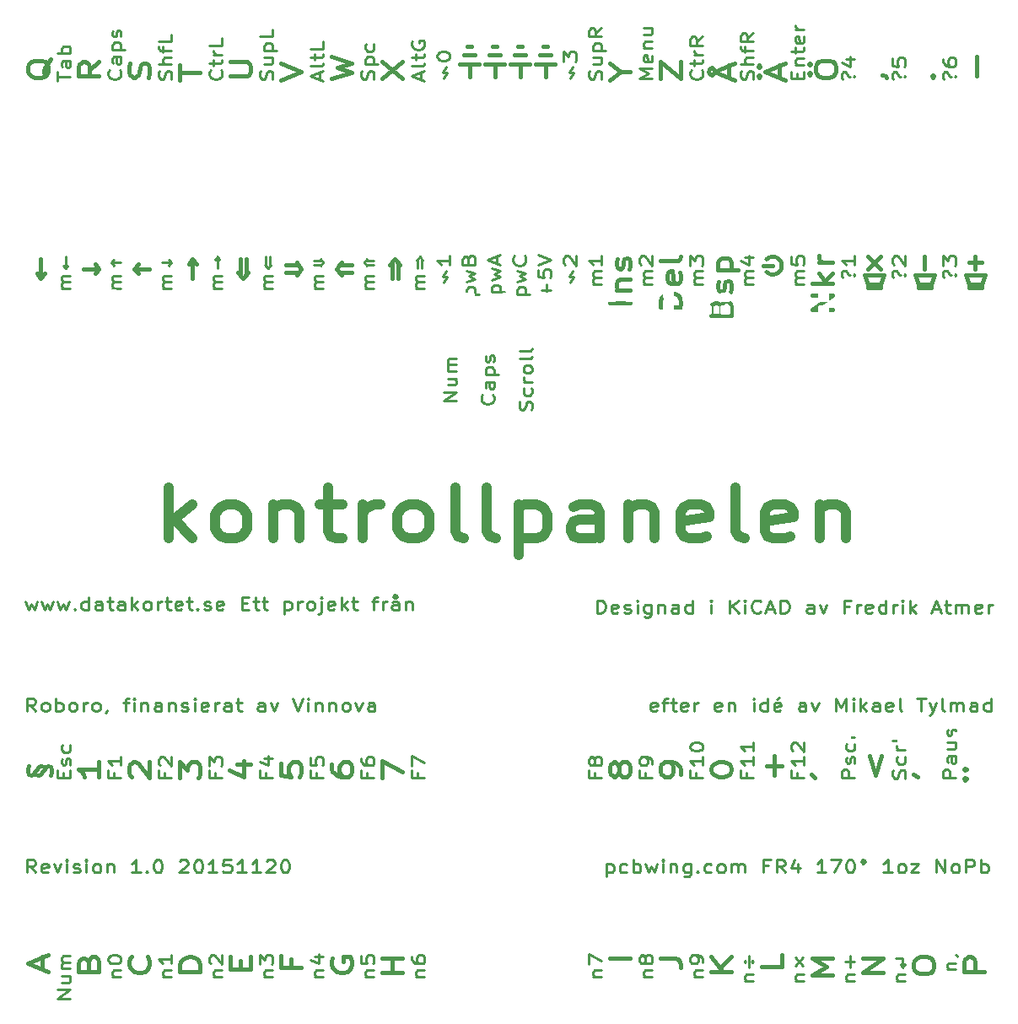
<source format=gto>
G04 #@! TF.FileFunction,Legend,Top*
%FSLAX46Y46*%
G04 Gerber Fmt 4.6, Leading zero omitted, Abs format (unit mm)*
G04 Created by KiCad (PCBNEW 0.201511251016+6329~38~ubuntu15.10.1-stable) date tis  1 dec 2015 15:17:35*
%MOMM*%
G01*
G04 APERTURE LIST*
%ADD10C,0.149860*%
%ADD11C,0.254000*%
%ADD12C,0.381000*%
%ADD13C,1.016000*%
%ADD14C,0.300000*%
%ADD15C,0.304800*%
%ADD16C,0.150000*%
%ADD17C,0.500000*%
%ADD18C,0.100000*%
%ADD19C,0.406400*%
%ADD20C,1.340000*%
%ADD21C,2.082800*%
G04 APERTURE END LIST*
D10*
D11*
X69819762Y-32022143D02*
X70182619Y-31441571D01*
X69698810Y-31441571D01*
X70061667Y-30861000D01*
X69154524Y-29845000D02*
X69154524Y-29699857D01*
X69215000Y-29554714D01*
X69275476Y-29482143D01*
X69396429Y-29409572D01*
X69638333Y-29337000D01*
X69940714Y-29337000D01*
X70182619Y-29409572D01*
X70303571Y-29482143D01*
X70364048Y-29554714D01*
X70424524Y-29699857D01*
X70424524Y-29845000D01*
X70364048Y-29990143D01*
X70303571Y-30062714D01*
X70182619Y-30135286D01*
X69940714Y-30207857D01*
X69638333Y-30207857D01*
X69396429Y-30135286D01*
X69275476Y-30062714D01*
X69215000Y-29990143D01*
X69154524Y-29845000D01*
X86169499Y-110852857D02*
X86169499Y-112122857D01*
X86169499Y-110913333D02*
X86314642Y-110852857D01*
X86604928Y-110852857D01*
X86750071Y-110913333D01*
X86822642Y-110973810D01*
X86895213Y-111094762D01*
X86895213Y-111457619D01*
X86822642Y-111578571D01*
X86750071Y-111639048D01*
X86604928Y-111699524D01*
X86314642Y-111699524D01*
X86169499Y-111639048D01*
X88201499Y-111639048D02*
X88056356Y-111699524D01*
X87766070Y-111699524D01*
X87620928Y-111639048D01*
X87548356Y-111578571D01*
X87475785Y-111457619D01*
X87475785Y-111094762D01*
X87548356Y-110973810D01*
X87620928Y-110913333D01*
X87766070Y-110852857D01*
X88056356Y-110852857D01*
X88201499Y-110913333D01*
X88854642Y-111699524D02*
X88854642Y-110429524D01*
X88854642Y-110913333D02*
X88999785Y-110852857D01*
X89290071Y-110852857D01*
X89435214Y-110913333D01*
X89507785Y-110973810D01*
X89580356Y-111094762D01*
X89580356Y-111457619D01*
X89507785Y-111578571D01*
X89435214Y-111639048D01*
X89290071Y-111699524D01*
X88999785Y-111699524D01*
X88854642Y-111639048D01*
X90088356Y-110852857D02*
X90378642Y-111699524D01*
X90668928Y-111094762D01*
X90959213Y-111699524D01*
X91249499Y-110852857D01*
X91830070Y-111699524D02*
X91830070Y-110852857D01*
X91830070Y-110429524D02*
X91757499Y-110490000D01*
X91830070Y-110550476D01*
X91902642Y-110490000D01*
X91830070Y-110429524D01*
X91830070Y-110550476D01*
X92555784Y-110852857D02*
X92555784Y-111699524D01*
X92555784Y-110973810D02*
X92628356Y-110913333D01*
X92773498Y-110852857D01*
X92991213Y-110852857D01*
X93136356Y-110913333D01*
X93208927Y-111034286D01*
X93208927Y-111699524D01*
X94587784Y-110852857D02*
X94587784Y-111880952D01*
X94515213Y-112001905D01*
X94442641Y-112062381D01*
X94297498Y-112122857D01*
X94079784Y-112122857D01*
X93934641Y-112062381D01*
X94587784Y-111639048D02*
X94442641Y-111699524D01*
X94152355Y-111699524D01*
X94007213Y-111639048D01*
X93934641Y-111578571D01*
X93862070Y-111457619D01*
X93862070Y-111094762D01*
X93934641Y-110973810D01*
X94007213Y-110913333D01*
X94152355Y-110852857D01*
X94442641Y-110852857D01*
X94587784Y-110913333D01*
X95313498Y-111578571D02*
X95386070Y-111639048D01*
X95313498Y-111699524D01*
X95240927Y-111639048D01*
X95313498Y-111578571D01*
X95313498Y-111699524D01*
X96692355Y-111639048D02*
X96547212Y-111699524D01*
X96256926Y-111699524D01*
X96111784Y-111639048D01*
X96039212Y-111578571D01*
X95966641Y-111457619D01*
X95966641Y-111094762D01*
X96039212Y-110973810D01*
X96111784Y-110913333D01*
X96256926Y-110852857D01*
X96547212Y-110852857D01*
X96692355Y-110913333D01*
X97563212Y-111699524D02*
X97418070Y-111639048D01*
X97345498Y-111578571D01*
X97272927Y-111457619D01*
X97272927Y-111094762D01*
X97345498Y-110973810D01*
X97418070Y-110913333D01*
X97563212Y-110852857D01*
X97780927Y-110852857D01*
X97926070Y-110913333D01*
X97998641Y-110973810D01*
X98071212Y-111094762D01*
X98071212Y-111457619D01*
X97998641Y-111578571D01*
X97926070Y-111639048D01*
X97780927Y-111699524D01*
X97563212Y-111699524D01*
X98724355Y-111699524D02*
X98724355Y-110852857D01*
X98724355Y-110973810D02*
X98796927Y-110913333D01*
X98942069Y-110852857D01*
X99159784Y-110852857D01*
X99304927Y-110913333D01*
X99377498Y-111034286D01*
X99377498Y-111699524D01*
X99377498Y-111034286D02*
X99450069Y-110913333D01*
X99595212Y-110852857D01*
X99812927Y-110852857D01*
X99958069Y-110913333D01*
X100030641Y-111034286D01*
X100030641Y-111699524D01*
X102425498Y-111034286D02*
X101917498Y-111034286D01*
X101917498Y-111699524D02*
X101917498Y-110429524D01*
X102643212Y-110429524D01*
X104094641Y-111699524D02*
X103586641Y-111094762D01*
X103223784Y-111699524D02*
X103223784Y-110429524D01*
X103804356Y-110429524D01*
X103949498Y-110490000D01*
X104022070Y-110550476D01*
X104094641Y-110671429D01*
X104094641Y-110852857D01*
X104022070Y-110973810D01*
X103949498Y-111034286D01*
X103804356Y-111094762D01*
X103223784Y-111094762D01*
X105400927Y-110852857D02*
X105400927Y-111699524D01*
X105038070Y-110369048D02*
X104675213Y-111276190D01*
X105618641Y-111276190D01*
X108158642Y-111699524D02*
X107287785Y-111699524D01*
X107723213Y-111699524D02*
X107723213Y-110429524D01*
X107578070Y-110610952D01*
X107432928Y-110731905D01*
X107287785Y-110792381D01*
X108666642Y-110429524D02*
X109682642Y-110429524D01*
X109029499Y-111699524D01*
X110553500Y-110429524D02*
X110698643Y-110429524D01*
X110843786Y-110490000D01*
X110916357Y-110550476D01*
X110988928Y-110671429D01*
X111061500Y-110913333D01*
X111061500Y-111215714D01*
X110988928Y-111457619D01*
X110916357Y-111578571D01*
X110843786Y-111639048D01*
X110698643Y-111699524D01*
X110553500Y-111699524D01*
X110408357Y-111639048D01*
X110335786Y-111578571D01*
X110263214Y-111457619D01*
X110190643Y-111215714D01*
X110190643Y-110913333D01*
X110263214Y-110671429D01*
X110335786Y-110550476D01*
X110408357Y-110490000D01*
X110553500Y-110429524D01*
X111932357Y-110429524D02*
X111787215Y-110490000D01*
X111714643Y-110610952D01*
X111787215Y-110731905D01*
X111932357Y-110792381D01*
X112077500Y-110731905D01*
X112150072Y-110610952D01*
X112077500Y-110490000D01*
X111932357Y-110429524D01*
X114835215Y-111699524D02*
X113964358Y-111699524D01*
X114399786Y-111699524D02*
X114399786Y-110429524D01*
X114254643Y-110610952D01*
X114109501Y-110731905D01*
X113964358Y-110792381D01*
X115706072Y-111699524D02*
X115560930Y-111639048D01*
X115488358Y-111578571D01*
X115415787Y-111457619D01*
X115415787Y-111094762D01*
X115488358Y-110973810D01*
X115560930Y-110913333D01*
X115706072Y-110852857D01*
X115923787Y-110852857D01*
X116068930Y-110913333D01*
X116141501Y-110973810D01*
X116214072Y-111094762D01*
X116214072Y-111457619D01*
X116141501Y-111578571D01*
X116068930Y-111639048D01*
X115923787Y-111699524D01*
X115706072Y-111699524D01*
X116722072Y-110852857D02*
X117520358Y-110852857D01*
X116722072Y-111699524D01*
X117520358Y-111699524D01*
X119262072Y-111699524D02*
X119262072Y-110429524D01*
X120132929Y-111699524D01*
X120132929Y-110429524D01*
X121076357Y-111699524D02*
X120931215Y-111639048D01*
X120858643Y-111578571D01*
X120786072Y-111457619D01*
X120786072Y-111094762D01*
X120858643Y-110973810D01*
X120931215Y-110913333D01*
X121076357Y-110852857D01*
X121294072Y-110852857D01*
X121439215Y-110913333D01*
X121511786Y-110973810D01*
X121584357Y-111094762D01*
X121584357Y-111457619D01*
X121511786Y-111578571D01*
X121439215Y-111639048D01*
X121294072Y-111699524D01*
X121076357Y-111699524D01*
X122237500Y-111699524D02*
X122237500Y-110429524D01*
X122818072Y-110429524D01*
X122963214Y-110490000D01*
X123035786Y-110550476D01*
X123108357Y-110671429D01*
X123108357Y-110852857D01*
X123035786Y-110973810D01*
X122963214Y-111034286D01*
X122818072Y-111094762D01*
X122237500Y-111094762D01*
X123761500Y-111699524D02*
X123761500Y-110429524D01*
X123761500Y-110913333D02*
X123906643Y-110852857D01*
X124196929Y-110852857D01*
X124342072Y-110913333D01*
X124414643Y-110973810D01*
X124487214Y-111094762D01*
X124487214Y-111457619D01*
X124414643Y-111578571D01*
X124342072Y-111639048D01*
X124196929Y-111699524D01*
X123906643Y-111699524D01*
X123761500Y-111639048D01*
D12*
X113665000Y-49847500D02*
X112395000Y-51117500D01*
X112395000Y-49847500D02*
X113665000Y-51117500D01*
X113665000Y-53022500D02*
X113665000Y-52705000D01*
X112395000Y-53022500D02*
X113665000Y-53022500D01*
X112395000Y-52705000D02*
X112395000Y-53022500D01*
X112395000Y-52705000D02*
X112077500Y-51752500D01*
X113665000Y-52705000D02*
X112395000Y-52705000D01*
X113982500Y-51752500D02*
X113665000Y-52705000D01*
X112077500Y-51752500D02*
X113982500Y-51752500D01*
X118110000Y-49847500D02*
X118110000Y-51117500D01*
X117157500Y-51752500D02*
X119062500Y-51752500D01*
X119062500Y-51752500D02*
X118745000Y-52705000D01*
X118745000Y-52705000D02*
X117475000Y-52705000D01*
X117475000Y-52705000D02*
X117157500Y-51752500D01*
X117475000Y-52705000D02*
X117475000Y-53022500D01*
X117475000Y-53022500D02*
X118745000Y-53022500D01*
X118745000Y-53022500D02*
X118745000Y-52705000D01*
X123825000Y-53022500D02*
X123825000Y-52705000D01*
X122555000Y-53022500D02*
X123825000Y-53022500D01*
X122555000Y-52705000D02*
X122555000Y-53022500D01*
X122555000Y-52705000D02*
X122237500Y-51752500D01*
X123825000Y-52705000D02*
X122555000Y-52705000D01*
X124142500Y-51752500D02*
X123825000Y-52705000D01*
X122237500Y-51752500D02*
X124142500Y-51752500D01*
X122555000Y-50482500D02*
X123825000Y-50482500D01*
X123190000Y-49847500D02*
X123190000Y-51117500D01*
X102870000Y-50800000D02*
X101917500Y-50800000D01*
X103505000Y-50165000D02*
G75*
G03X102235000Y-50165000I-635000J-635000D01*
G01*
X103505000Y-51435000D02*
G75*
G03X103505000Y-50165000I-635000J635000D01*
G01*
X102235000Y-51435000D02*
G75*
G03X103505000Y-51435000I635000J635000D01*
G01*
D11*
X27840214Y-84500357D02*
X28130500Y-85347024D01*
X28420786Y-84742262D01*
X28711071Y-85347024D01*
X29001357Y-84500357D01*
X29436785Y-84500357D02*
X29727071Y-85347024D01*
X30017357Y-84742262D01*
X30307642Y-85347024D01*
X30597928Y-84500357D01*
X31033356Y-84500357D02*
X31323642Y-85347024D01*
X31613928Y-84742262D01*
X31904213Y-85347024D01*
X32194499Y-84500357D01*
X32775070Y-85226071D02*
X32847642Y-85286548D01*
X32775070Y-85347024D01*
X32702499Y-85286548D01*
X32775070Y-85226071D01*
X32775070Y-85347024D01*
X34153927Y-85347024D02*
X34153927Y-84077024D01*
X34153927Y-85286548D02*
X34008784Y-85347024D01*
X33718498Y-85347024D01*
X33573356Y-85286548D01*
X33500784Y-85226071D01*
X33428213Y-85105119D01*
X33428213Y-84742262D01*
X33500784Y-84621310D01*
X33573356Y-84560833D01*
X33718498Y-84500357D01*
X34008784Y-84500357D01*
X34153927Y-84560833D01*
X35532784Y-85347024D02*
X35532784Y-84681786D01*
X35460213Y-84560833D01*
X35315070Y-84500357D01*
X35024784Y-84500357D01*
X34879641Y-84560833D01*
X35532784Y-85286548D02*
X35387641Y-85347024D01*
X35024784Y-85347024D01*
X34879641Y-85286548D01*
X34807070Y-85165595D01*
X34807070Y-85044643D01*
X34879641Y-84923690D01*
X35024784Y-84863214D01*
X35387641Y-84863214D01*
X35532784Y-84802738D01*
X36040784Y-84500357D02*
X36621355Y-84500357D01*
X36258498Y-84077024D02*
X36258498Y-85165595D01*
X36331070Y-85286548D01*
X36476212Y-85347024D01*
X36621355Y-85347024D01*
X37782498Y-85347024D02*
X37782498Y-84681786D01*
X37709927Y-84560833D01*
X37564784Y-84500357D01*
X37274498Y-84500357D01*
X37129355Y-84560833D01*
X37782498Y-85286548D02*
X37637355Y-85347024D01*
X37274498Y-85347024D01*
X37129355Y-85286548D01*
X37056784Y-85165595D01*
X37056784Y-85044643D01*
X37129355Y-84923690D01*
X37274498Y-84863214D01*
X37637355Y-84863214D01*
X37782498Y-84802738D01*
X38508212Y-85347024D02*
X38508212Y-84077024D01*
X38653355Y-84863214D02*
X39088784Y-85347024D01*
X39088784Y-84500357D02*
X38508212Y-84984167D01*
X39959640Y-85347024D02*
X39814498Y-85286548D01*
X39741926Y-85226071D01*
X39669355Y-85105119D01*
X39669355Y-84742262D01*
X39741926Y-84621310D01*
X39814498Y-84560833D01*
X39959640Y-84500357D01*
X40177355Y-84500357D01*
X40322498Y-84560833D01*
X40395069Y-84621310D01*
X40467640Y-84742262D01*
X40467640Y-85105119D01*
X40395069Y-85226071D01*
X40322498Y-85286548D01*
X40177355Y-85347024D01*
X39959640Y-85347024D01*
X41120783Y-85347024D02*
X41120783Y-84500357D01*
X41120783Y-84742262D02*
X41193355Y-84621310D01*
X41265926Y-84560833D01*
X41411069Y-84500357D01*
X41556212Y-84500357D01*
X41846498Y-84500357D02*
X42427069Y-84500357D01*
X42064212Y-84077024D02*
X42064212Y-85165595D01*
X42136784Y-85286548D01*
X42281926Y-85347024D01*
X42427069Y-85347024D01*
X43515641Y-85286548D02*
X43370498Y-85347024D01*
X43080212Y-85347024D01*
X42935069Y-85286548D01*
X42862498Y-85165595D01*
X42862498Y-84681786D01*
X42935069Y-84560833D01*
X43080212Y-84500357D01*
X43370498Y-84500357D01*
X43515641Y-84560833D01*
X43588212Y-84681786D01*
X43588212Y-84802738D01*
X42862498Y-84923690D01*
X44023641Y-84500357D02*
X44604212Y-84500357D01*
X44241355Y-84077024D02*
X44241355Y-85165595D01*
X44313927Y-85286548D01*
X44459069Y-85347024D01*
X44604212Y-85347024D01*
X45112212Y-85226071D02*
X45184784Y-85286548D01*
X45112212Y-85347024D01*
X45039641Y-85286548D01*
X45112212Y-85226071D01*
X45112212Y-85347024D01*
X45765355Y-85286548D02*
X45910498Y-85347024D01*
X46200783Y-85347024D01*
X46345926Y-85286548D01*
X46418498Y-85165595D01*
X46418498Y-85105119D01*
X46345926Y-84984167D01*
X46200783Y-84923690D01*
X45983069Y-84923690D01*
X45837926Y-84863214D01*
X45765355Y-84742262D01*
X45765355Y-84681786D01*
X45837926Y-84560833D01*
X45983069Y-84500357D01*
X46200783Y-84500357D01*
X46345926Y-84560833D01*
X47652212Y-85286548D02*
X47507069Y-85347024D01*
X47216783Y-85347024D01*
X47071640Y-85286548D01*
X46999069Y-85165595D01*
X46999069Y-84681786D01*
X47071640Y-84560833D01*
X47216783Y-84500357D01*
X47507069Y-84500357D01*
X47652212Y-84560833D01*
X47724783Y-84681786D01*
X47724783Y-84802738D01*
X46999069Y-84923690D01*
X49539069Y-84681786D02*
X50047069Y-84681786D01*
X50264783Y-85347024D02*
X49539069Y-85347024D01*
X49539069Y-84077024D01*
X50264783Y-84077024D01*
X50700212Y-84500357D02*
X51280783Y-84500357D01*
X50917926Y-84077024D02*
X50917926Y-85165595D01*
X50990498Y-85286548D01*
X51135640Y-85347024D01*
X51280783Y-85347024D01*
X51571069Y-84500357D02*
X52151640Y-84500357D01*
X51788783Y-84077024D02*
X51788783Y-85165595D01*
X51861355Y-85286548D01*
X52006497Y-85347024D01*
X52151640Y-85347024D01*
X53820783Y-84500357D02*
X53820783Y-85770357D01*
X53820783Y-84560833D02*
X53965926Y-84500357D01*
X54256212Y-84500357D01*
X54401355Y-84560833D01*
X54473926Y-84621310D01*
X54546497Y-84742262D01*
X54546497Y-85105119D01*
X54473926Y-85226071D01*
X54401355Y-85286548D01*
X54256212Y-85347024D01*
X53965926Y-85347024D01*
X53820783Y-85286548D01*
X55199640Y-85347024D02*
X55199640Y-84500357D01*
X55199640Y-84742262D02*
X55272212Y-84621310D01*
X55344783Y-84560833D01*
X55489926Y-84500357D01*
X55635069Y-84500357D01*
X56360783Y-85347024D02*
X56215641Y-85286548D01*
X56143069Y-85226071D01*
X56070498Y-85105119D01*
X56070498Y-84742262D01*
X56143069Y-84621310D01*
X56215641Y-84560833D01*
X56360783Y-84500357D01*
X56578498Y-84500357D01*
X56723641Y-84560833D01*
X56796212Y-84621310D01*
X56868783Y-84742262D01*
X56868783Y-85105119D01*
X56796212Y-85226071D01*
X56723641Y-85286548D01*
X56578498Y-85347024D01*
X56360783Y-85347024D01*
X57521926Y-84500357D02*
X57521926Y-85588929D01*
X57449355Y-85709881D01*
X57304212Y-85770357D01*
X57231640Y-85770357D01*
X57521926Y-84077024D02*
X57449355Y-84137500D01*
X57521926Y-84197976D01*
X57594498Y-84137500D01*
X57521926Y-84077024D01*
X57521926Y-84197976D01*
X58828212Y-85286548D02*
X58683069Y-85347024D01*
X58392783Y-85347024D01*
X58247640Y-85286548D01*
X58175069Y-85165595D01*
X58175069Y-84681786D01*
X58247640Y-84560833D01*
X58392783Y-84500357D01*
X58683069Y-84500357D01*
X58828212Y-84560833D01*
X58900783Y-84681786D01*
X58900783Y-84802738D01*
X58175069Y-84923690D01*
X59553926Y-85347024D02*
X59553926Y-84077024D01*
X59699069Y-84863214D02*
X60134498Y-85347024D01*
X60134498Y-84500357D02*
X59553926Y-84984167D01*
X60569926Y-84500357D02*
X61150497Y-84500357D01*
X60787640Y-84077024D02*
X60787640Y-85165595D01*
X60860212Y-85286548D01*
X61005354Y-85347024D01*
X61150497Y-85347024D01*
X62601926Y-84500357D02*
X63182497Y-84500357D01*
X62819640Y-85347024D02*
X62819640Y-84258452D01*
X62892212Y-84137500D01*
X63037354Y-84077024D01*
X63182497Y-84077024D01*
X63690497Y-85347024D02*
X63690497Y-84500357D01*
X63690497Y-84742262D02*
X63763069Y-84621310D01*
X63835640Y-84560833D01*
X63980783Y-84500357D01*
X64125926Y-84500357D01*
X65287069Y-85347024D02*
X65287069Y-84681786D01*
X65214498Y-84560833D01*
X65069355Y-84500357D01*
X64779069Y-84500357D01*
X64633926Y-84560833D01*
X65287069Y-85286548D02*
X65141926Y-85347024D01*
X64779069Y-85347024D01*
X64633926Y-85286548D01*
X64561355Y-85165595D01*
X64561355Y-85044643D01*
X64633926Y-84923690D01*
X64779069Y-84863214D01*
X65141926Y-84863214D01*
X65287069Y-84802738D01*
X64924212Y-84197976D02*
X64779069Y-84137500D01*
X64706498Y-84016548D01*
X64779069Y-83895595D01*
X64924212Y-83835119D01*
X65069355Y-83895595D01*
X65141926Y-84016548D01*
X65069355Y-84137500D01*
X64924212Y-84197976D01*
X66012783Y-84500357D02*
X66012783Y-85347024D01*
X66012783Y-84621310D02*
X66085355Y-84560833D01*
X66230497Y-84500357D01*
X66448212Y-84500357D01*
X66593355Y-84560833D01*
X66665926Y-84681786D01*
X66665926Y-85347024D01*
X28856214Y-111699524D02*
X28348214Y-111094762D01*
X27985357Y-111699524D02*
X27985357Y-110429524D01*
X28565929Y-110429524D01*
X28711071Y-110490000D01*
X28783643Y-110550476D01*
X28856214Y-110671429D01*
X28856214Y-110852857D01*
X28783643Y-110973810D01*
X28711071Y-111034286D01*
X28565929Y-111094762D01*
X27985357Y-111094762D01*
X30089929Y-111639048D02*
X29944786Y-111699524D01*
X29654500Y-111699524D01*
X29509357Y-111639048D01*
X29436786Y-111518095D01*
X29436786Y-111034286D01*
X29509357Y-110913333D01*
X29654500Y-110852857D01*
X29944786Y-110852857D01*
X30089929Y-110913333D01*
X30162500Y-111034286D01*
X30162500Y-111155238D01*
X29436786Y-111276190D01*
X30670500Y-110852857D02*
X31033357Y-111699524D01*
X31396215Y-110852857D01*
X31976786Y-111699524D02*
X31976786Y-110852857D01*
X31976786Y-110429524D02*
X31904215Y-110490000D01*
X31976786Y-110550476D01*
X32049358Y-110490000D01*
X31976786Y-110429524D01*
X31976786Y-110550476D01*
X32629929Y-111639048D02*
X32775072Y-111699524D01*
X33065357Y-111699524D01*
X33210500Y-111639048D01*
X33283072Y-111518095D01*
X33283072Y-111457619D01*
X33210500Y-111336667D01*
X33065357Y-111276190D01*
X32847643Y-111276190D01*
X32702500Y-111215714D01*
X32629929Y-111094762D01*
X32629929Y-111034286D01*
X32702500Y-110913333D01*
X32847643Y-110852857D01*
X33065357Y-110852857D01*
X33210500Y-110913333D01*
X33936214Y-111699524D02*
X33936214Y-110852857D01*
X33936214Y-110429524D02*
X33863643Y-110490000D01*
X33936214Y-110550476D01*
X34008786Y-110490000D01*
X33936214Y-110429524D01*
X33936214Y-110550476D01*
X34879642Y-111699524D02*
X34734500Y-111639048D01*
X34661928Y-111578571D01*
X34589357Y-111457619D01*
X34589357Y-111094762D01*
X34661928Y-110973810D01*
X34734500Y-110913333D01*
X34879642Y-110852857D01*
X35097357Y-110852857D01*
X35242500Y-110913333D01*
X35315071Y-110973810D01*
X35387642Y-111094762D01*
X35387642Y-111457619D01*
X35315071Y-111578571D01*
X35242500Y-111639048D01*
X35097357Y-111699524D01*
X34879642Y-111699524D01*
X36040785Y-110852857D02*
X36040785Y-111699524D01*
X36040785Y-110973810D02*
X36113357Y-110913333D01*
X36258499Y-110852857D01*
X36476214Y-110852857D01*
X36621357Y-110913333D01*
X36693928Y-111034286D01*
X36693928Y-111699524D01*
X39379071Y-111699524D02*
X38508214Y-111699524D01*
X38943642Y-111699524D02*
X38943642Y-110429524D01*
X38798499Y-110610952D01*
X38653357Y-110731905D01*
X38508214Y-110792381D01*
X40032214Y-111578571D02*
X40104786Y-111639048D01*
X40032214Y-111699524D01*
X39959643Y-111639048D01*
X40032214Y-111578571D01*
X40032214Y-111699524D01*
X41048214Y-110429524D02*
X41193357Y-110429524D01*
X41338500Y-110490000D01*
X41411071Y-110550476D01*
X41483642Y-110671429D01*
X41556214Y-110913333D01*
X41556214Y-111215714D01*
X41483642Y-111457619D01*
X41411071Y-111578571D01*
X41338500Y-111639048D01*
X41193357Y-111699524D01*
X41048214Y-111699524D01*
X40903071Y-111639048D01*
X40830500Y-111578571D01*
X40757928Y-111457619D01*
X40685357Y-111215714D01*
X40685357Y-110913333D01*
X40757928Y-110671429D01*
X40830500Y-110550476D01*
X40903071Y-110490000D01*
X41048214Y-110429524D01*
X43297929Y-110550476D02*
X43370500Y-110490000D01*
X43515643Y-110429524D01*
X43878500Y-110429524D01*
X44023643Y-110490000D01*
X44096214Y-110550476D01*
X44168786Y-110671429D01*
X44168786Y-110792381D01*
X44096214Y-110973810D01*
X43225357Y-111699524D01*
X44168786Y-111699524D01*
X45112215Y-110429524D02*
X45257358Y-110429524D01*
X45402501Y-110490000D01*
X45475072Y-110550476D01*
X45547643Y-110671429D01*
X45620215Y-110913333D01*
X45620215Y-111215714D01*
X45547643Y-111457619D01*
X45475072Y-111578571D01*
X45402501Y-111639048D01*
X45257358Y-111699524D01*
X45112215Y-111699524D01*
X44967072Y-111639048D01*
X44894501Y-111578571D01*
X44821929Y-111457619D01*
X44749358Y-111215714D01*
X44749358Y-110913333D01*
X44821929Y-110671429D01*
X44894501Y-110550476D01*
X44967072Y-110490000D01*
X45112215Y-110429524D01*
X47071644Y-111699524D02*
X46200787Y-111699524D01*
X46636215Y-111699524D02*
X46636215Y-110429524D01*
X46491072Y-110610952D01*
X46345930Y-110731905D01*
X46200787Y-110792381D01*
X48450501Y-110429524D02*
X47724787Y-110429524D01*
X47652216Y-111034286D01*
X47724787Y-110973810D01*
X47869930Y-110913333D01*
X48232787Y-110913333D01*
X48377930Y-110973810D01*
X48450501Y-111034286D01*
X48523073Y-111155238D01*
X48523073Y-111457619D01*
X48450501Y-111578571D01*
X48377930Y-111639048D01*
X48232787Y-111699524D01*
X47869930Y-111699524D01*
X47724787Y-111639048D01*
X47652216Y-111578571D01*
X49974502Y-111699524D02*
X49103645Y-111699524D01*
X49539073Y-111699524D02*
X49539073Y-110429524D01*
X49393930Y-110610952D01*
X49248788Y-110731905D01*
X49103645Y-110792381D01*
X51425931Y-111699524D02*
X50555074Y-111699524D01*
X50990502Y-111699524D02*
X50990502Y-110429524D01*
X50845359Y-110610952D01*
X50700217Y-110731905D01*
X50555074Y-110792381D01*
X52006503Y-110550476D02*
X52079074Y-110490000D01*
X52224217Y-110429524D01*
X52587074Y-110429524D01*
X52732217Y-110490000D01*
X52804788Y-110550476D01*
X52877360Y-110671429D01*
X52877360Y-110792381D01*
X52804788Y-110973810D01*
X51933931Y-111699524D01*
X52877360Y-111699524D01*
X53820789Y-110429524D02*
X53965932Y-110429524D01*
X54111075Y-110490000D01*
X54183646Y-110550476D01*
X54256217Y-110671429D01*
X54328789Y-110913333D01*
X54328789Y-111215714D01*
X54256217Y-111457619D01*
X54183646Y-111578571D01*
X54111075Y-111639048D01*
X53965932Y-111699524D01*
X53820789Y-111699524D01*
X53675646Y-111639048D01*
X53603075Y-111578571D01*
X53530503Y-111457619D01*
X53457932Y-111215714D01*
X53457932Y-110913333D01*
X53530503Y-110671429D01*
X53603075Y-110550476D01*
X53675646Y-110490000D01*
X53820789Y-110429524D01*
X91204142Y-95446548D02*
X91058999Y-95507024D01*
X90768713Y-95507024D01*
X90623570Y-95446548D01*
X90550999Y-95325595D01*
X90550999Y-94841786D01*
X90623570Y-94720833D01*
X90768713Y-94660357D01*
X91058999Y-94660357D01*
X91204142Y-94720833D01*
X91276713Y-94841786D01*
X91276713Y-94962738D01*
X90550999Y-95083690D01*
X91712142Y-94660357D02*
X92292713Y-94660357D01*
X91929856Y-95507024D02*
X91929856Y-94418452D01*
X92002428Y-94297500D01*
X92147570Y-94237024D01*
X92292713Y-94237024D01*
X92582999Y-94660357D02*
X93163570Y-94660357D01*
X92800713Y-94237024D02*
X92800713Y-95325595D01*
X92873285Y-95446548D01*
X93018427Y-95507024D01*
X93163570Y-95507024D01*
X94252142Y-95446548D02*
X94106999Y-95507024D01*
X93816713Y-95507024D01*
X93671570Y-95446548D01*
X93598999Y-95325595D01*
X93598999Y-94841786D01*
X93671570Y-94720833D01*
X93816713Y-94660357D01*
X94106999Y-94660357D01*
X94252142Y-94720833D01*
X94324713Y-94841786D01*
X94324713Y-94962738D01*
X93598999Y-95083690D01*
X94977856Y-95507024D02*
X94977856Y-94660357D01*
X94977856Y-94902262D02*
X95050428Y-94781310D01*
X95122999Y-94720833D01*
X95268142Y-94660357D01*
X95413285Y-94660357D01*
X97663000Y-95446548D02*
X97517857Y-95507024D01*
X97227571Y-95507024D01*
X97082428Y-95446548D01*
X97009857Y-95325595D01*
X97009857Y-94841786D01*
X97082428Y-94720833D01*
X97227571Y-94660357D01*
X97517857Y-94660357D01*
X97663000Y-94720833D01*
X97735571Y-94841786D01*
X97735571Y-94962738D01*
X97009857Y-95083690D01*
X98388714Y-94660357D02*
X98388714Y-95507024D01*
X98388714Y-94781310D02*
X98461286Y-94720833D01*
X98606428Y-94660357D01*
X98824143Y-94660357D01*
X98969286Y-94720833D01*
X99041857Y-94841786D01*
X99041857Y-95507024D01*
X100928714Y-95507024D02*
X100928714Y-94660357D01*
X100928714Y-94237024D02*
X100856143Y-94297500D01*
X100928714Y-94357976D01*
X101001286Y-94297500D01*
X100928714Y-94237024D01*
X100928714Y-94357976D01*
X102307571Y-95507024D02*
X102307571Y-94237024D01*
X102307571Y-95446548D02*
X102162428Y-95507024D01*
X101872142Y-95507024D01*
X101727000Y-95446548D01*
X101654428Y-95386071D01*
X101581857Y-95265119D01*
X101581857Y-94902262D01*
X101654428Y-94781310D01*
X101727000Y-94720833D01*
X101872142Y-94660357D01*
X102162428Y-94660357D01*
X102307571Y-94720833D01*
X103613857Y-95446548D02*
X103468714Y-95507024D01*
X103178428Y-95507024D01*
X103033285Y-95446548D01*
X102960714Y-95325595D01*
X102960714Y-94841786D01*
X103033285Y-94720833D01*
X103178428Y-94660357D01*
X103468714Y-94660357D01*
X103613857Y-94720833D01*
X103686428Y-94841786D01*
X103686428Y-94962738D01*
X102960714Y-95083690D01*
X103468714Y-94176548D02*
X103250999Y-94357976D01*
X106153857Y-95507024D02*
X106153857Y-94841786D01*
X106081286Y-94720833D01*
X105936143Y-94660357D01*
X105645857Y-94660357D01*
X105500714Y-94720833D01*
X106153857Y-95446548D02*
X106008714Y-95507024D01*
X105645857Y-95507024D01*
X105500714Y-95446548D01*
X105428143Y-95325595D01*
X105428143Y-95204643D01*
X105500714Y-95083690D01*
X105645857Y-95023214D01*
X106008714Y-95023214D01*
X106153857Y-94962738D01*
X106734428Y-94660357D02*
X107097285Y-95507024D01*
X107460143Y-94660357D01*
X109201857Y-95507024D02*
X109201857Y-94237024D01*
X109709857Y-95144167D01*
X110217857Y-94237024D01*
X110217857Y-95507024D01*
X110943571Y-95507024D02*
X110943571Y-94660357D01*
X110943571Y-94237024D02*
X110871000Y-94297500D01*
X110943571Y-94357976D01*
X111016143Y-94297500D01*
X110943571Y-94237024D01*
X110943571Y-94357976D01*
X111669285Y-95507024D02*
X111669285Y-94237024D01*
X111814428Y-95023214D02*
X112249857Y-95507024D01*
X112249857Y-94660357D02*
X111669285Y-95144167D01*
X113556142Y-95507024D02*
X113556142Y-94841786D01*
X113483571Y-94720833D01*
X113338428Y-94660357D01*
X113048142Y-94660357D01*
X112902999Y-94720833D01*
X113556142Y-95446548D02*
X113410999Y-95507024D01*
X113048142Y-95507024D01*
X112902999Y-95446548D01*
X112830428Y-95325595D01*
X112830428Y-95204643D01*
X112902999Y-95083690D01*
X113048142Y-95023214D01*
X113410999Y-95023214D01*
X113556142Y-94962738D01*
X114862428Y-95446548D02*
X114717285Y-95507024D01*
X114426999Y-95507024D01*
X114281856Y-95446548D01*
X114209285Y-95325595D01*
X114209285Y-94841786D01*
X114281856Y-94720833D01*
X114426999Y-94660357D01*
X114717285Y-94660357D01*
X114862428Y-94720833D01*
X114934999Y-94841786D01*
X114934999Y-94962738D01*
X114209285Y-95083690D01*
X115805856Y-95507024D02*
X115660714Y-95446548D01*
X115588142Y-95325595D01*
X115588142Y-94237024D01*
X117329857Y-94237024D02*
X118200714Y-94237024D01*
X117765285Y-95507024D02*
X117765285Y-94237024D01*
X118563571Y-94660357D02*
X118926428Y-95507024D01*
X119289286Y-94660357D02*
X118926428Y-95507024D01*
X118781286Y-95809405D01*
X118708714Y-95869881D01*
X118563571Y-95930357D01*
X120087571Y-95507024D02*
X119942429Y-95446548D01*
X119869857Y-95325595D01*
X119869857Y-94237024D01*
X120668143Y-95507024D02*
X120668143Y-94660357D01*
X120668143Y-94781310D02*
X120740715Y-94720833D01*
X120885857Y-94660357D01*
X121103572Y-94660357D01*
X121248715Y-94720833D01*
X121321286Y-94841786D01*
X121321286Y-95507024D01*
X121321286Y-94841786D02*
X121393857Y-94720833D01*
X121539000Y-94660357D01*
X121756715Y-94660357D01*
X121901857Y-94720833D01*
X121974429Y-94841786D01*
X121974429Y-95507024D01*
X123353286Y-95507024D02*
X123353286Y-94841786D01*
X123280715Y-94720833D01*
X123135572Y-94660357D01*
X122845286Y-94660357D01*
X122700143Y-94720833D01*
X123353286Y-95446548D02*
X123208143Y-95507024D01*
X122845286Y-95507024D01*
X122700143Y-95446548D01*
X122627572Y-95325595D01*
X122627572Y-95204643D01*
X122700143Y-95083690D01*
X122845286Y-95023214D01*
X123208143Y-95023214D01*
X123353286Y-94962738D01*
X124732143Y-95507024D02*
X124732143Y-94237024D01*
X124732143Y-95446548D02*
X124587000Y-95507024D01*
X124296714Y-95507024D01*
X124151572Y-95446548D01*
X124079000Y-95386071D01*
X124006429Y-95265119D01*
X124006429Y-94902262D01*
X124079000Y-94781310D01*
X124151572Y-94720833D01*
X124296714Y-94660357D01*
X124587000Y-94660357D01*
X124732143Y-94720833D01*
X28856214Y-95507024D02*
X28348214Y-94902262D01*
X27985357Y-95507024D02*
X27985357Y-94237024D01*
X28565929Y-94237024D01*
X28711071Y-94297500D01*
X28783643Y-94357976D01*
X28856214Y-94478929D01*
X28856214Y-94660357D01*
X28783643Y-94781310D01*
X28711071Y-94841786D01*
X28565929Y-94902262D01*
X27985357Y-94902262D01*
X29727071Y-95507024D02*
X29581929Y-95446548D01*
X29509357Y-95386071D01*
X29436786Y-95265119D01*
X29436786Y-94902262D01*
X29509357Y-94781310D01*
X29581929Y-94720833D01*
X29727071Y-94660357D01*
X29944786Y-94660357D01*
X30089929Y-94720833D01*
X30162500Y-94781310D01*
X30235071Y-94902262D01*
X30235071Y-95265119D01*
X30162500Y-95386071D01*
X30089929Y-95446548D01*
X29944786Y-95507024D01*
X29727071Y-95507024D01*
X30888214Y-95507024D02*
X30888214Y-94237024D01*
X30888214Y-94720833D02*
X31033357Y-94660357D01*
X31323643Y-94660357D01*
X31468786Y-94720833D01*
X31541357Y-94781310D01*
X31613928Y-94902262D01*
X31613928Y-95265119D01*
X31541357Y-95386071D01*
X31468786Y-95446548D01*
X31323643Y-95507024D01*
X31033357Y-95507024D01*
X30888214Y-95446548D01*
X32484785Y-95507024D02*
X32339643Y-95446548D01*
X32267071Y-95386071D01*
X32194500Y-95265119D01*
X32194500Y-94902262D01*
X32267071Y-94781310D01*
X32339643Y-94720833D01*
X32484785Y-94660357D01*
X32702500Y-94660357D01*
X32847643Y-94720833D01*
X32920214Y-94781310D01*
X32992785Y-94902262D01*
X32992785Y-95265119D01*
X32920214Y-95386071D01*
X32847643Y-95446548D01*
X32702500Y-95507024D01*
X32484785Y-95507024D01*
X33645928Y-95507024D02*
X33645928Y-94660357D01*
X33645928Y-94902262D02*
X33718500Y-94781310D01*
X33791071Y-94720833D01*
X33936214Y-94660357D01*
X34081357Y-94660357D01*
X34807071Y-95507024D02*
X34661929Y-95446548D01*
X34589357Y-95386071D01*
X34516786Y-95265119D01*
X34516786Y-94902262D01*
X34589357Y-94781310D01*
X34661929Y-94720833D01*
X34807071Y-94660357D01*
X35024786Y-94660357D01*
X35169929Y-94720833D01*
X35242500Y-94781310D01*
X35315071Y-94902262D01*
X35315071Y-95265119D01*
X35242500Y-95386071D01*
X35169929Y-95446548D01*
X35024786Y-95507024D01*
X34807071Y-95507024D01*
X36040786Y-95446548D02*
X36040786Y-95507024D01*
X35968214Y-95627976D01*
X35895643Y-95688452D01*
X37637357Y-94660357D02*
X38217928Y-94660357D01*
X37855071Y-95507024D02*
X37855071Y-94418452D01*
X37927643Y-94297500D01*
X38072785Y-94237024D01*
X38217928Y-94237024D01*
X38725928Y-95507024D02*
X38725928Y-94660357D01*
X38725928Y-94237024D02*
X38653357Y-94297500D01*
X38725928Y-94357976D01*
X38798500Y-94297500D01*
X38725928Y-94237024D01*
X38725928Y-94357976D01*
X39451642Y-94660357D02*
X39451642Y-95507024D01*
X39451642Y-94781310D02*
X39524214Y-94720833D01*
X39669356Y-94660357D01*
X39887071Y-94660357D01*
X40032214Y-94720833D01*
X40104785Y-94841786D01*
X40104785Y-95507024D01*
X41483642Y-95507024D02*
X41483642Y-94841786D01*
X41411071Y-94720833D01*
X41265928Y-94660357D01*
X40975642Y-94660357D01*
X40830499Y-94720833D01*
X41483642Y-95446548D02*
X41338499Y-95507024D01*
X40975642Y-95507024D01*
X40830499Y-95446548D01*
X40757928Y-95325595D01*
X40757928Y-95204643D01*
X40830499Y-95083690D01*
X40975642Y-95023214D01*
X41338499Y-95023214D01*
X41483642Y-94962738D01*
X42209356Y-94660357D02*
X42209356Y-95507024D01*
X42209356Y-94781310D02*
X42281928Y-94720833D01*
X42427070Y-94660357D01*
X42644785Y-94660357D01*
X42789928Y-94720833D01*
X42862499Y-94841786D01*
X42862499Y-95507024D01*
X43515642Y-95446548D02*
X43660785Y-95507024D01*
X43951070Y-95507024D01*
X44096213Y-95446548D01*
X44168785Y-95325595D01*
X44168785Y-95265119D01*
X44096213Y-95144167D01*
X43951070Y-95083690D01*
X43733356Y-95083690D01*
X43588213Y-95023214D01*
X43515642Y-94902262D01*
X43515642Y-94841786D01*
X43588213Y-94720833D01*
X43733356Y-94660357D01*
X43951070Y-94660357D01*
X44096213Y-94720833D01*
X44821927Y-95507024D02*
X44821927Y-94660357D01*
X44821927Y-94237024D02*
X44749356Y-94297500D01*
X44821927Y-94357976D01*
X44894499Y-94297500D01*
X44821927Y-94237024D01*
X44821927Y-94357976D01*
X46128213Y-95446548D02*
X45983070Y-95507024D01*
X45692784Y-95507024D01*
X45547641Y-95446548D01*
X45475070Y-95325595D01*
X45475070Y-94841786D01*
X45547641Y-94720833D01*
X45692784Y-94660357D01*
X45983070Y-94660357D01*
X46128213Y-94720833D01*
X46200784Y-94841786D01*
X46200784Y-94962738D01*
X45475070Y-95083690D01*
X46853927Y-95507024D02*
X46853927Y-94660357D01*
X46853927Y-94902262D02*
X46926499Y-94781310D01*
X46999070Y-94720833D01*
X47144213Y-94660357D01*
X47289356Y-94660357D01*
X48450499Y-95507024D02*
X48450499Y-94841786D01*
X48377928Y-94720833D01*
X48232785Y-94660357D01*
X47942499Y-94660357D01*
X47797356Y-94720833D01*
X48450499Y-95446548D02*
X48305356Y-95507024D01*
X47942499Y-95507024D01*
X47797356Y-95446548D01*
X47724785Y-95325595D01*
X47724785Y-95204643D01*
X47797356Y-95083690D01*
X47942499Y-95023214D01*
X48305356Y-95023214D01*
X48450499Y-94962738D01*
X48958499Y-94660357D02*
X49539070Y-94660357D01*
X49176213Y-94237024D02*
X49176213Y-95325595D01*
X49248785Y-95446548D01*
X49393927Y-95507024D01*
X49539070Y-95507024D01*
X51861356Y-95507024D02*
X51861356Y-94841786D01*
X51788785Y-94720833D01*
X51643642Y-94660357D01*
X51353356Y-94660357D01*
X51208213Y-94720833D01*
X51861356Y-95446548D02*
X51716213Y-95507024D01*
X51353356Y-95507024D01*
X51208213Y-95446548D01*
X51135642Y-95325595D01*
X51135642Y-95204643D01*
X51208213Y-95083690D01*
X51353356Y-95023214D01*
X51716213Y-95023214D01*
X51861356Y-94962738D01*
X52441927Y-94660357D02*
X52804784Y-95507024D01*
X53167642Y-94660357D01*
X54691642Y-94237024D02*
X55199642Y-95507024D01*
X55707642Y-94237024D01*
X56215642Y-95507024D02*
X56215642Y-94660357D01*
X56215642Y-94237024D02*
X56143071Y-94297500D01*
X56215642Y-94357976D01*
X56288214Y-94297500D01*
X56215642Y-94237024D01*
X56215642Y-94357976D01*
X56941356Y-94660357D02*
X56941356Y-95507024D01*
X56941356Y-94781310D02*
X57013928Y-94720833D01*
X57159070Y-94660357D01*
X57376785Y-94660357D01*
X57521928Y-94720833D01*
X57594499Y-94841786D01*
X57594499Y-95507024D01*
X58320213Y-94660357D02*
X58320213Y-95507024D01*
X58320213Y-94781310D02*
X58392785Y-94720833D01*
X58537927Y-94660357D01*
X58755642Y-94660357D01*
X58900785Y-94720833D01*
X58973356Y-94841786D01*
X58973356Y-95507024D01*
X59916784Y-95507024D02*
X59771642Y-95446548D01*
X59699070Y-95386071D01*
X59626499Y-95265119D01*
X59626499Y-94902262D01*
X59699070Y-94781310D01*
X59771642Y-94720833D01*
X59916784Y-94660357D01*
X60134499Y-94660357D01*
X60279642Y-94720833D01*
X60352213Y-94781310D01*
X60424784Y-94902262D01*
X60424784Y-95265119D01*
X60352213Y-95386071D01*
X60279642Y-95446548D01*
X60134499Y-95507024D01*
X59916784Y-95507024D01*
X60932784Y-94660357D02*
X61295641Y-95507024D01*
X61658499Y-94660357D01*
X62892213Y-95507024D02*
X62892213Y-94841786D01*
X62819642Y-94720833D01*
X62674499Y-94660357D01*
X62384213Y-94660357D01*
X62239070Y-94720833D01*
X62892213Y-95446548D02*
X62747070Y-95507024D01*
X62384213Y-95507024D01*
X62239070Y-95446548D01*
X62166499Y-95325595D01*
X62166499Y-95204643D01*
X62239070Y-95083690D01*
X62384213Y-95023214D01*
X62747070Y-95023214D01*
X62892213Y-94962738D01*
X85180713Y-85664524D02*
X85180713Y-84394524D01*
X85543570Y-84394524D01*
X85761285Y-84455000D01*
X85906427Y-84575952D01*
X85978999Y-84696905D01*
X86051570Y-84938810D01*
X86051570Y-85120238D01*
X85978999Y-85362143D01*
X85906427Y-85483095D01*
X85761285Y-85604048D01*
X85543570Y-85664524D01*
X85180713Y-85664524D01*
X87285285Y-85604048D02*
X87140142Y-85664524D01*
X86849856Y-85664524D01*
X86704713Y-85604048D01*
X86632142Y-85483095D01*
X86632142Y-84999286D01*
X86704713Y-84878333D01*
X86849856Y-84817857D01*
X87140142Y-84817857D01*
X87285285Y-84878333D01*
X87357856Y-84999286D01*
X87357856Y-85120238D01*
X86632142Y-85241190D01*
X87938428Y-85604048D02*
X88083571Y-85664524D01*
X88373856Y-85664524D01*
X88518999Y-85604048D01*
X88591571Y-85483095D01*
X88591571Y-85422619D01*
X88518999Y-85301667D01*
X88373856Y-85241190D01*
X88156142Y-85241190D01*
X88010999Y-85180714D01*
X87938428Y-85059762D01*
X87938428Y-84999286D01*
X88010999Y-84878333D01*
X88156142Y-84817857D01*
X88373856Y-84817857D01*
X88518999Y-84878333D01*
X89244713Y-85664524D02*
X89244713Y-84817857D01*
X89244713Y-84394524D02*
X89172142Y-84455000D01*
X89244713Y-84515476D01*
X89317285Y-84455000D01*
X89244713Y-84394524D01*
X89244713Y-84515476D01*
X90623570Y-84817857D02*
X90623570Y-85845952D01*
X90550999Y-85966905D01*
X90478427Y-86027381D01*
X90333284Y-86087857D01*
X90115570Y-86087857D01*
X89970427Y-86027381D01*
X90623570Y-85604048D02*
X90478427Y-85664524D01*
X90188141Y-85664524D01*
X90042999Y-85604048D01*
X89970427Y-85543571D01*
X89897856Y-85422619D01*
X89897856Y-85059762D01*
X89970427Y-84938810D01*
X90042999Y-84878333D01*
X90188141Y-84817857D01*
X90478427Y-84817857D01*
X90623570Y-84878333D01*
X91349284Y-84817857D02*
X91349284Y-85664524D01*
X91349284Y-84938810D02*
X91421856Y-84878333D01*
X91566998Y-84817857D01*
X91784713Y-84817857D01*
X91929856Y-84878333D01*
X92002427Y-84999286D01*
X92002427Y-85664524D01*
X93381284Y-85664524D02*
X93381284Y-84999286D01*
X93308713Y-84878333D01*
X93163570Y-84817857D01*
X92873284Y-84817857D01*
X92728141Y-84878333D01*
X93381284Y-85604048D02*
X93236141Y-85664524D01*
X92873284Y-85664524D01*
X92728141Y-85604048D01*
X92655570Y-85483095D01*
X92655570Y-85362143D01*
X92728141Y-85241190D01*
X92873284Y-85180714D01*
X93236141Y-85180714D01*
X93381284Y-85120238D01*
X94760141Y-85664524D02*
X94760141Y-84394524D01*
X94760141Y-85604048D02*
X94614998Y-85664524D01*
X94324712Y-85664524D01*
X94179570Y-85604048D01*
X94106998Y-85543571D01*
X94034427Y-85422619D01*
X94034427Y-85059762D01*
X94106998Y-84938810D01*
X94179570Y-84878333D01*
X94324712Y-84817857D01*
X94614998Y-84817857D01*
X94760141Y-84878333D01*
X96646998Y-85664524D02*
X96646998Y-84817857D01*
X96646998Y-84394524D02*
X96574427Y-84455000D01*
X96646998Y-84515476D01*
X96719570Y-84455000D01*
X96646998Y-84394524D01*
X96646998Y-84515476D01*
X98533855Y-85664524D02*
X98533855Y-84394524D01*
X99404712Y-85664524D02*
X98751569Y-84938810D01*
X99404712Y-84394524D02*
X98533855Y-85120238D01*
X100057855Y-85664524D02*
X100057855Y-84817857D01*
X100057855Y-84394524D02*
X99985284Y-84455000D01*
X100057855Y-84515476D01*
X100130427Y-84455000D01*
X100057855Y-84394524D01*
X100057855Y-84515476D01*
X101654426Y-85543571D02*
X101581855Y-85604048D01*
X101364141Y-85664524D01*
X101218998Y-85664524D01*
X101001283Y-85604048D01*
X100856141Y-85483095D01*
X100783569Y-85362143D01*
X100710998Y-85120238D01*
X100710998Y-84938810D01*
X100783569Y-84696905D01*
X100856141Y-84575952D01*
X101001283Y-84455000D01*
X101218998Y-84394524D01*
X101364141Y-84394524D01*
X101581855Y-84455000D01*
X101654426Y-84515476D01*
X102234998Y-85301667D02*
X102960712Y-85301667D01*
X102089855Y-85664524D02*
X102597855Y-84394524D01*
X103105855Y-85664524D01*
X103613855Y-85664524D02*
X103613855Y-84394524D01*
X103976712Y-84394524D01*
X104194427Y-84455000D01*
X104339569Y-84575952D01*
X104412141Y-84696905D01*
X104484712Y-84938810D01*
X104484712Y-85120238D01*
X104412141Y-85362143D01*
X104339569Y-85483095D01*
X104194427Y-85604048D01*
X103976712Y-85664524D01*
X103613855Y-85664524D01*
X106952141Y-85664524D02*
X106952141Y-84999286D01*
X106879570Y-84878333D01*
X106734427Y-84817857D01*
X106444141Y-84817857D01*
X106298998Y-84878333D01*
X106952141Y-85604048D02*
X106806998Y-85664524D01*
X106444141Y-85664524D01*
X106298998Y-85604048D01*
X106226427Y-85483095D01*
X106226427Y-85362143D01*
X106298998Y-85241190D01*
X106444141Y-85180714D01*
X106806998Y-85180714D01*
X106952141Y-85120238D01*
X107532712Y-84817857D02*
X107895569Y-85664524D01*
X108258427Y-84817857D01*
X110508141Y-84999286D02*
X110000141Y-84999286D01*
X110000141Y-85664524D02*
X110000141Y-84394524D01*
X110725855Y-84394524D01*
X111306427Y-85664524D02*
X111306427Y-84817857D01*
X111306427Y-85059762D02*
X111378999Y-84938810D01*
X111451570Y-84878333D01*
X111596713Y-84817857D01*
X111741856Y-84817857D01*
X112830428Y-85604048D02*
X112685285Y-85664524D01*
X112394999Y-85664524D01*
X112249856Y-85604048D01*
X112177285Y-85483095D01*
X112177285Y-84999286D01*
X112249856Y-84878333D01*
X112394999Y-84817857D01*
X112685285Y-84817857D01*
X112830428Y-84878333D01*
X112902999Y-84999286D01*
X112902999Y-85120238D01*
X112177285Y-85241190D01*
X114209285Y-85664524D02*
X114209285Y-84394524D01*
X114209285Y-85604048D02*
X114064142Y-85664524D01*
X113773856Y-85664524D01*
X113628714Y-85604048D01*
X113556142Y-85543571D01*
X113483571Y-85422619D01*
X113483571Y-85059762D01*
X113556142Y-84938810D01*
X113628714Y-84878333D01*
X113773856Y-84817857D01*
X114064142Y-84817857D01*
X114209285Y-84878333D01*
X114934999Y-85664524D02*
X114934999Y-84817857D01*
X114934999Y-85059762D02*
X115007571Y-84938810D01*
X115080142Y-84878333D01*
X115225285Y-84817857D01*
X115370428Y-84817857D01*
X115878428Y-85664524D02*
X115878428Y-84817857D01*
X115878428Y-84394524D02*
X115805857Y-84455000D01*
X115878428Y-84515476D01*
X115951000Y-84455000D01*
X115878428Y-84394524D01*
X115878428Y-84515476D01*
X116604142Y-85664524D02*
X116604142Y-84394524D01*
X116749285Y-85180714D02*
X117184714Y-85664524D01*
X117184714Y-84817857D02*
X116604142Y-85301667D01*
X118926428Y-85301667D02*
X119652142Y-85301667D01*
X118781285Y-85664524D02*
X119289285Y-84394524D01*
X119797285Y-85664524D01*
X120087571Y-84817857D02*
X120668142Y-84817857D01*
X120305285Y-84394524D02*
X120305285Y-85483095D01*
X120377857Y-85604048D01*
X120522999Y-85664524D01*
X120668142Y-85664524D01*
X121176142Y-85664524D02*
X121176142Y-84817857D01*
X121176142Y-84938810D02*
X121248714Y-84878333D01*
X121393856Y-84817857D01*
X121611571Y-84817857D01*
X121756714Y-84878333D01*
X121829285Y-84999286D01*
X121829285Y-85664524D01*
X121829285Y-84999286D02*
X121901856Y-84878333D01*
X122046999Y-84817857D01*
X122264714Y-84817857D01*
X122409856Y-84878333D01*
X122482428Y-84999286D01*
X122482428Y-85664524D01*
X123788714Y-85604048D02*
X123643571Y-85664524D01*
X123353285Y-85664524D01*
X123208142Y-85604048D01*
X123135571Y-85483095D01*
X123135571Y-84999286D01*
X123208142Y-84878333D01*
X123353285Y-84817857D01*
X123643571Y-84817857D01*
X123788714Y-84878333D01*
X123861285Y-84999286D01*
X123861285Y-85120238D01*
X123135571Y-85241190D01*
X124514428Y-85664524D02*
X124514428Y-84817857D01*
X124514428Y-85059762D02*
X124587000Y-84938810D01*
X124659571Y-84878333D01*
X124804714Y-84817857D01*
X124949857Y-84817857D01*
D13*
X42236570Y-78180595D02*
X42236570Y-73100595D01*
X42817141Y-76245357D02*
X44558855Y-78180595D01*
X44558855Y-74793929D02*
X42236570Y-76729167D01*
X48042284Y-78180595D02*
X47461712Y-77938690D01*
X47171427Y-77696786D01*
X46881141Y-77212976D01*
X46881141Y-75761548D01*
X47171427Y-75277738D01*
X47461712Y-75035833D01*
X48042284Y-74793929D01*
X48913141Y-74793929D01*
X49493712Y-75035833D01*
X49783998Y-75277738D01*
X50074284Y-75761548D01*
X50074284Y-77212976D01*
X49783998Y-77696786D01*
X49493712Y-77938690D01*
X48913141Y-78180595D01*
X48042284Y-78180595D01*
X52686856Y-74793929D02*
X52686856Y-78180595D01*
X52686856Y-75277738D02*
X52977141Y-75035833D01*
X53557713Y-74793929D01*
X54428570Y-74793929D01*
X55009141Y-75035833D01*
X55299427Y-75519643D01*
X55299427Y-78180595D01*
X57331427Y-74793929D02*
X59653713Y-74793929D01*
X58202285Y-73100595D02*
X58202285Y-77454881D01*
X58492570Y-77938690D01*
X59073142Y-78180595D01*
X59653713Y-78180595D01*
X61685714Y-78180595D02*
X61685714Y-74793929D01*
X61685714Y-75761548D02*
X61975999Y-75277738D01*
X62266285Y-75035833D01*
X62846856Y-74793929D01*
X63427428Y-74793929D01*
X66330285Y-78180595D02*
X65749713Y-77938690D01*
X65459428Y-77696786D01*
X65169142Y-77212976D01*
X65169142Y-75761548D01*
X65459428Y-75277738D01*
X65749713Y-75035833D01*
X66330285Y-74793929D01*
X67201142Y-74793929D01*
X67781713Y-75035833D01*
X68071999Y-75277738D01*
X68362285Y-75761548D01*
X68362285Y-77212976D01*
X68071999Y-77696786D01*
X67781713Y-77938690D01*
X67201142Y-78180595D01*
X66330285Y-78180595D01*
X71845714Y-78180595D02*
X71265142Y-77938690D01*
X70974857Y-77454881D01*
X70974857Y-73100595D01*
X75038857Y-78180595D02*
X74458285Y-77938690D01*
X74168000Y-77454881D01*
X74168000Y-73100595D01*
X77361143Y-74793929D02*
X77361143Y-79873929D01*
X77361143Y-75035833D02*
X77941714Y-74793929D01*
X79102857Y-74793929D01*
X79683428Y-75035833D01*
X79973714Y-75277738D01*
X80264000Y-75761548D01*
X80264000Y-77212976D01*
X79973714Y-77696786D01*
X79683428Y-77938690D01*
X79102857Y-78180595D01*
X77941714Y-78180595D01*
X77361143Y-77938690D01*
X85489143Y-78180595D02*
X85489143Y-75519643D01*
X85198857Y-75035833D01*
X84618286Y-74793929D01*
X83457143Y-74793929D01*
X82876572Y-75035833D01*
X85489143Y-77938690D02*
X84908572Y-78180595D01*
X83457143Y-78180595D01*
X82876572Y-77938690D01*
X82586286Y-77454881D01*
X82586286Y-76971071D01*
X82876572Y-76487262D01*
X83457143Y-76245357D01*
X84908572Y-76245357D01*
X85489143Y-76003452D01*
X88392001Y-74793929D02*
X88392001Y-78180595D01*
X88392001Y-75277738D02*
X88682286Y-75035833D01*
X89262858Y-74793929D01*
X90133715Y-74793929D01*
X90714286Y-75035833D01*
X91004572Y-75519643D01*
X91004572Y-78180595D01*
X96229715Y-77938690D02*
X95649144Y-78180595D01*
X94488001Y-78180595D01*
X93907430Y-77938690D01*
X93617144Y-77454881D01*
X93617144Y-75519643D01*
X93907430Y-75035833D01*
X94488001Y-74793929D01*
X95649144Y-74793929D01*
X96229715Y-75035833D01*
X96520001Y-75519643D01*
X96520001Y-76003452D01*
X93617144Y-76487262D01*
X100003430Y-78180595D02*
X99422858Y-77938690D01*
X99132573Y-77454881D01*
X99132573Y-73100595D01*
X104648001Y-77938690D02*
X104067430Y-78180595D01*
X102906287Y-78180595D01*
X102325716Y-77938690D01*
X102035430Y-77454881D01*
X102035430Y-75519643D01*
X102325716Y-75035833D01*
X102906287Y-74793929D01*
X104067430Y-74793929D01*
X104648001Y-75035833D01*
X104938287Y-75519643D01*
X104938287Y-76003452D01*
X102035430Y-76487262D01*
X107550859Y-74793929D02*
X107550859Y-78180595D01*
X107550859Y-75277738D02*
X107841144Y-75035833D01*
X108421716Y-74793929D01*
X109292573Y-74793929D01*
X109873144Y-75035833D01*
X110163430Y-75519643D01*
X110163430Y-78180595D01*
D12*
X80989714Y-30525357D02*
X79054476Y-30525357D01*
X80602667Y-29654500D02*
X79441524Y-29654500D01*
X80022095Y-31831643D02*
X80022095Y-30525357D01*
X79828571Y-28783643D02*
X80215619Y-28783643D01*
X78449714Y-30525357D02*
X76514476Y-30525357D01*
X78062667Y-29654500D02*
X76901524Y-29654500D01*
X77482095Y-31831643D02*
X77482095Y-30525357D01*
X77288571Y-28783643D02*
X77675619Y-28783643D01*
X75909714Y-30525357D02*
X73974476Y-30525357D01*
X75522667Y-29654500D02*
X74361524Y-29654500D01*
X74942095Y-31831643D02*
X74942095Y-30525357D01*
X74748571Y-28783643D02*
X75135619Y-28783643D01*
X73369714Y-30525357D02*
X71434476Y-30525357D01*
X72982667Y-29654500D02*
X71821524Y-29654500D01*
X72402095Y-31831643D02*
X72402095Y-30525357D01*
X72208571Y-28783643D02*
X72595619Y-28783643D01*
D11*
X116023571Y-51707144D02*
X116084048Y-51634572D01*
X116144524Y-51707144D01*
X116084048Y-51779715D01*
X116023571Y-51707144D01*
X116144524Y-51707144D01*
X114935000Y-51997429D02*
X114874524Y-51852286D01*
X114874524Y-51489429D01*
X114935000Y-51344286D01*
X115055952Y-51271715D01*
X115176905Y-51271715D01*
X115297857Y-51344286D01*
X115358333Y-51416858D01*
X115418810Y-51562001D01*
X115479286Y-51634572D01*
X115600238Y-51707144D01*
X115660714Y-51707144D01*
X114995476Y-50691143D02*
X114935000Y-50618572D01*
X114874524Y-50473429D01*
X114874524Y-50110572D01*
X114935000Y-49965429D01*
X114995476Y-49892858D01*
X115116429Y-49820286D01*
X115237381Y-49820286D01*
X115418810Y-49892858D01*
X116144524Y-50763715D01*
X116144524Y-49820286D01*
X32324524Y-53086000D02*
X31477857Y-53086000D01*
X31598810Y-53086000D02*
X31538333Y-53013428D01*
X31477857Y-52868286D01*
X31477857Y-52650571D01*
X31538333Y-52505428D01*
X31659286Y-52432857D01*
X32324524Y-52432857D01*
X31659286Y-52432857D02*
X31538333Y-52360286D01*
X31477857Y-52215143D01*
X31477857Y-51997428D01*
X31538333Y-51852286D01*
X31659286Y-51779714D01*
X32324524Y-51779714D01*
X31840714Y-49892857D02*
X31840714Y-51054000D01*
X32082619Y-50763714D02*
X31840714Y-51054000D01*
X31598810Y-50763714D01*
X90744524Y-52650572D02*
X89897857Y-52650572D01*
X90018810Y-52650572D02*
X89958333Y-52578000D01*
X89897857Y-52432858D01*
X89897857Y-52215143D01*
X89958333Y-52070000D01*
X90079286Y-51997429D01*
X90744524Y-51997429D01*
X90079286Y-51997429D02*
X89958333Y-51924858D01*
X89897857Y-51779715D01*
X89897857Y-51562000D01*
X89958333Y-51416858D01*
X90079286Y-51344286D01*
X90744524Y-51344286D01*
X89595476Y-50691143D02*
X89535000Y-50618572D01*
X89474524Y-50473429D01*
X89474524Y-50110572D01*
X89535000Y-49965429D01*
X89595476Y-49892858D01*
X89716429Y-49820286D01*
X89837381Y-49820286D01*
X90018810Y-49892858D01*
X90744524Y-50763715D01*
X90744524Y-49820286D01*
X95824524Y-52650572D02*
X94977857Y-52650572D01*
X95098810Y-52650572D02*
X95038333Y-52578000D01*
X94977857Y-52432858D01*
X94977857Y-52215143D01*
X95038333Y-52070000D01*
X95159286Y-51997429D01*
X95824524Y-51997429D01*
X95159286Y-51997429D02*
X95038333Y-51924858D01*
X94977857Y-51779715D01*
X94977857Y-51562000D01*
X95038333Y-51416858D01*
X95159286Y-51344286D01*
X95824524Y-51344286D01*
X94554524Y-50763715D02*
X94554524Y-49820286D01*
X95038333Y-50328286D01*
X95038333Y-50110572D01*
X95098810Y-49965429D01*
X95159286Y-49892858D01*
X95280238Y-49820286D01*
X95582619Y-49820286D01*
X95703571Y-49892858D01*
X95764048Y-49965429D01*
X95824524Y-50110572D01*
X95824524Y-50546000D01*
X95764048Y-50691143D01*
X95703571Y-50763715D01*
X105984524Y-52650572D02*
X105137857Y-52650572D01*
X105258810Y-52650572D02*
X105198333Y-52578000D01*
X105137857Y-52432858D01*
X105137857Y-52215143D01*
X105198333Y-52070000D01*
X105319286Y-51997429D01*
X105984524Y-51997429D01*
X105319286Y-51997429D02*
X105198333Y-51924858D01*
X105137857Y-51779715D01*
X105137857Y-51562000D01*
X105198333Y-51416858D01*
X105319286Y-51344286D01*
X105984524Y-51344286D01*
X104714524Y-49892858D02*
X104714524Y-50618572D01*
X105319286Y-50691143D01*
X105258810Y-50618572D01*
X105198333Y-50473429D01*
X105198333Y-50110572D01*
X105258810Y-49965429D01*
X105319286Y-49892858D01*
X105440238Y-49820286D01*
X105742619Y-49820286D01*
X105863571Y-49892858D01*
X105924048Y-49965429D01*
X105984524Y-50110572D01*
X105984524Y-50473429D01*
X105924048Y-50618572D01*
X105863571Y-50691143D01*
X100904524Y-52650572D02*
X100057857Y-52650572D01*
X100178810Y-52650572D02*
X100118333Y-52578000D01*
X100057857Y-52432858D01*
X100057857Y-52215143D01*
X100118333Y-52070000D01*
X100239286Y-51997429D01*
X100904524Y-51997429D01*
X100239286Y-51997429D02*
X100118333Y-51924858D01*
X100057857Y-51779715D01*
X100057857Y-51562000D01*
X100118333Y-51416858D01*
X100239286Y-51344286D01*
X100904524Y-51344286D01*
X100057857Y-49965429D02*
X100904524Y-49965429D01*
X99574048Y-50328286D02*
X100481190Y-50691143D01*
X100481190Y-49747715D01*
X110943571Y-51707144D02*
X111004048Y-51634572D01*
X111064524Y-51707144D01*
X111004048Y-51779715D01*
X110943571Y-51707144D01*
X111064524Y-51707144D01*
X109855000Y-51997429D02*
X109794524Y-51852286D01*
X109794524Y-51489429D01*
X109855000Y-51344286D01*
X109975952Y-51271715D01*
X110096905Y-51271715D01*
X110217857Y-51344286D01*
X110278333Y-51416858D01*
X110338810Y-51562001D01*
X110399286Y-51634572D01*
X110520238Y-51707144D01*
X110580714Y-51707144D01*
X111064524Y-49820286D02*
X111064524Y-50691143D01*
X111064524Y-50255715D02*
X109794524Y-50255715D01*
X109975952Y-50400858D01*
X110096905Y-50546000D01*
X110157381Y-50691143D01*
X121103571Y-51707144D02*
X121164048Y-51634572D01*
X121224524Y-51707144D01*
X121164048Y-51779715D01*
X121103571Y-51707144D01*
X121224524Y-51707144D01*
X120015000Y-51997429D02*
X119954524Y-51852286D01*
X119954524Y-51489429D01*
X120015000Y-51344286D01*
X120135952Y-51271715D01*
X120256905Y-51271715D01*
X120377857Y-51344286D01*
X120438333Y-51416858D01*
X120498810Y-51562001D01*
X120559286Y-51634572D01*
X120680238Y-51707144D01*
X120740714Y-51707144D01*
X119954524Y-50763715D02*
X119954524Y-49820286D01*
X120438333Y-50328286D01*
X120438333Y-50110572D01*
X120498810Y-49965429D01*
X120559286Y-49892858D01*
X120680238Y-49820286D01*
X120982619Y-49820286D01*
X121103571Y-49892858D01*
X121164048Y-49965429D01*
X121224524Y-50110572D01*
X121224524Y-50546000D01*
X121164048Y-50691143D01*
X121103571Y-50763715D01*
X85664524Y-52650572D02*
X84817857Y-52650572D01*
X84938810Y-52650572D02*
X84878333Y-52578000D01*
X84817857Y-52432858D01*
X84817857Y-52215143D01*
X84878333Y-52070000D01*
X84999286Y-51997429D01*
X85664524Y-51997429D01*
X84999286Y-51997429D02*
X84878333Y-51924858D01*
X84817857Y-51779715D01*
X84817857Y-51562000D01*
X84878333Y-51416858D01*
X84999286Y-51344286D01*
X85664524Y-51344286D01*
X85664524Y-49820286D02*
X85664524Y-50691143D01*
X85664524Y-50255715D02*
X84394524Y-50255715D01*
X84575952Y-50400858D01*
X84696905Y-50546000D01*
X84757381Y-50691143D01*
X62804524Y-53086000D02*
X61957857Y-53086000D01*
X62078810Y-53086000D02*
X62018333Y-53013428D01*
X61957857Y-52868286D01*
X61957857Y-52650571D01*
X62018333Y-52505428D01*
X62139286Y-52432857D01*
X62804524Y-52432857D01*
X62139286Y-52432857D02*
X62018333Y-52360286D01*
X61957857Y-52215143D01*
X61957857Y-51997428D01*
X62018333Y-51852286D01*
X62139286Y-51779714D01*
X62804524Y-51779714D01*
X62018333Y-50691143D02*
X62804524Y-50691143D01*
X62018333Y-50255714D02*
X62804524Y-50255714D01*
X62139286Y-50110571D02*
X61836905Y-50473428D01*
X62139286Y-50836286D01*
X52644524Y-53086000D02*
X51797857Y-53086000D01*
X51918810Y-53086000D02*
X51858333Y-53013428D01*
X51797857Y-52868286D01*
X51797857Y-52650571D01*
X51858333Y-52505428D01*
X51979286Y-52432857D01*
X52644524Y-52432857D01*
X51979286Y-52432857D02*
X51858333Y-52360286D01*
X51797857Y-52215143D01*
X51797857Y-51997428D01*
X51858333Y-51852286D01*
X51979286Y-51779714D01*
X52644524Y-51779714D01*
X51979286Y-49892857D02*
X51979286Y-50836286D01*
X52342143Y-49892857D02*
X52342143Y-50836286D01*
X52463095Y-50691143D02*
X52160714Y-51054000D01*
X51858333Y-50691143D01*
X57724524Y-53086000D02*
X56877857Y-53086000D01*
X56998810Y-53086000D02*
X56938333Y-53013428D01*
X56877857Y-52868286D01*
X56877857Y-52650571D01*
X56938333Y-52505428D01*
X57059286Y-52432857D01*
X57724524Y-52432857D01*
X57059286Y-52432857D02*
X56938333Y-52360286D01*
X56877857Y-52215143D01*
X56877857Y-51997428D01*
X56938333Y-51852286D01*
X57059286Y-51779714D01*
X57724524Y-51779714D01*
X57543095Y-50255714D02*
X56756905Y-50255714D01*
X57543095Y-50691143D02*
X56756905Y-50691143D01*
X57422143Y-50836286D02*
X57724524Y-50473428D01*
X57422143Y-50110571D01*
X67884524Y-53086000D02*
X67037857Y-53086000D01*
X67158810Y-53086000D02*
X67098333Y-53013428D01*
X67037857Y-52868286D01*
X67037857Y-52650571D01*
X67098333Y-52505428D01*
X67219286Y-52432857D01*
X67884524Y-52432857D01*
X67219286Y-52432857D02*
X67098333Y-52360286D01*
X67037857Y-52215143D01*
X67037857Y-51997428D01*
X67098333Y-51852286D01*
X67219286Y-51779714D01*
X67884524Y-51779714D01*
X67582143Y-51054000D02*
X67582143Y-50110571D01*
X67219286Y-51054000D02*
X67219286Y-50110571D01*
X67098333Y-50255714D02*
X67400714Y-49892857D01*
X67703095Y-50255714D01*
X47564524Y-53086000D02*
X46717857Y-53086000D01*
X46838810Y-53086000D02*
X46778333Y-53013428D01*
X46717857Y-52868286D01*
X46717857Y-52650571D01*
X46778333Y-52505428D01*
X46899286Y-52432857D01*
X47564524Y-52432857D01*
X46899286Y-52432857D02*
X46778333Y-52360286D01*
X46717857Y-52215143D01*
X46717857Y-51997428D01*
X46778333Y-51852286D01*
X46899286Y-51779714D01*
X47564524Y-51779714D01*
X47080714Y-51054000D02*
X47080714Y-49892857D01*
X47322619Y-50183143D02*
X47080714Y-49892857D01*
X46838810Y-50183143D01*
X37404524Y-53086000D02*
X36557857Y-53086000D01*
X36678810Y-53086000D02*
X36618333Y-53013428D01*
X36557857Y-52868286D01*
X36557857Y-52650571D01*
X36618333Y-52505428D01*
X36739286Y-52432857D01*
X37404524Y-52432857D01*
X36739286Y-52432857D02*
X36618333Y-52360286D01*
X36557857Y-52215143D01*
X36557857Y-51997428D01*
X36618333Y-51852286D01*
X36739286Y-51779714D01*
X37404524Y-51779714D01*
X37404524Y-50473428D02*
X36436905Y-50473428D01*
X36678810Y-50763714D02*
X36436905Y-50473428D01*
X36678810Y-50183143D01*
X42484524Y-53086000D02*
X41637857Y-53086000D01*
X41758810Y-53086000D02*
X41698333Y-53013428D01*
X41637857Y-52868286D01*
X41637857Y-52650571D01*
X41698333Y-52505428D01*
X41819286Y-52432857D01*
X42484524Y-52432857D01*
X41819286Y-52432857D02*
X41698333Y-52360286D01*
X41637857Y-52215143D01*
X41637857Y-51997428D01*
X41698333Y-51852286D01*
X41819286Y-51779714D01*
X42484524Y-51779714D01*
X41516905Y-50473428D02*
X42484524Y-50473428D01*
X42242619Y-50183143D02*
X42484524Y-50473428D01*
X42242619Y-50763714D01*
X78619048Y-65278000D02*
X78679524Y-65060286D01*
X78679524Y-64697429D01*
X78619048Y-64552286D01*
X78558571Y-64479715D01*
X78437619Y-64407143D01*
X78316667Y-64407143D01*
X78195714Y-64479715D01*
X78135238Y-64552286D01*
X78074762Y-64697429D01*
X78014286Y-64987715D01*
X77953810Y-65132857D01*
X77893333Y-65205429D01*
X77772381Y-65278000D01*
X77651429Y-65278000D01*
X77530476Y-65205429D01*
X77470000Y-65132857D01*
X77409524Y-64987715D01*
X77409524Y-64624857D01*
X77470000Y-64407143D01*
X78619048Y-63100857D02*
X78679524Y-63246000D01*
X78679524Y-63536286D01*
X78619048Y-63681428D01*
X78558571Y-63754000D01*
X78437619Y-63826571D01*
X78074762Y-63826571D01*
X77953810Y-63754000D01*
X77893333Y-63681428D01*
X77832857Y-63536286D01*
X77832857Y-63246000D01*
X77893333Y-63100857D01*
X78679524Y-62447714D02*
X77832857Y-62447714D01*
X78074762Y-62447714D02*
X77953810Y-62375142D01*
X77893333Y-62302571D01*
X77832857Y-62157428D01*
X77832857Y-62012285D01*
X78679524Y-61286571D02*
X78619048Y-61431713D01*
X78558571Y-61504285D01*
X78437619Y-61576856D01*
X78074762Y-61576856D01*
X77953810Y-61504285D01*
X77893333Y-61431713D01*
X77832857Y-61286571D01*
X77832857Y-61068856D01*
X77893333Y-60923713D01*
X77953810Y-60851142D01*
X78074762Y-60778571D01*
X78437619Y-60778571D01*
X78558571Y-60851142D01*
X78619048Y-60923713D01*
X78679524Y-61068856D01*
X78679524Y-61286571D01*
X78679524Y-59907714D02*
X78619048Y-60052856D01*
X78498095Y-60125428D01*
X77409524Y-60125428D01*
X78679524Y-59109428D02*
X78619048Y-59254570D01*
X78498095Y-59327142D01*
X77409524Y-59327142D01*
X74748571Y-63754000D02*
X74809048Y-63826571D01*
X74869524Y-64044285D01*
X74869524Y-64189428D01*
X74809048Y-64407143D01*
X74688095Y-64552285D01*
X74567143Y-64624857D01*
X74325238Y-64697428D01*
X74143810Y-64697428D01*
X73901905Y-64624857D01*
X73780952Y-64552285D01*
X73660000Y-64407143D01*
X73599524Y-64189428D01*
X73599524Y-64044285D01*
X73660000Y-63826571D01*
X73720476Y-63754000D01*
X74869524Y-62447714D02*
X74204286Y-62447714D01*
X74083333Y-62520285D01*
X74022857Y-62665428D01*
X74022857Y-62955714D01*
X74083333Y-63100857D01*
X74809048Y-62447714D02*
X74869524Y-62592857D01*
X74869524Y-62955714D01*
X74809048Y-63100857D01*
X74688095Y-63173428D01*
X74567143Y-63173428D01*
X74446190Y-63100857D01*
X74385714Y-62955714D01*
X74385714Y-62592857D01*
X74325238Y-62447714D01*
X74022857Y-61722000D02*
X75292857Y-61722000D01*
X74083333Y-61722000D02*
X74022857Y-61576857D01*
X74022857Y-61286571D01*
X74083333Y-61141428D01*
X74143810Y-61068857D01*
X74264762Y-60996286D01*
X74627619Y-60996286D01*
X74748571Y-61068857D01*
X74809048Y-61141428D01*
X74869524Y-61286571D01*
X74869524Y-61576857D01*
X74809048Y-61722000D01*
X74809048Y-60415714D02*
X74869524Y-60270571D01*
X74869524Y-59980286D01*
X74809048Y-59835143D01*
X74688095Y-59762571D01*
X74627619Y-59762571D01*
X74506667Y-59835143D01*
X74446190Y-59980286D01*
X74446190Y-60198000D01*
X74385714Y-60343143D01*
X74264762Y-60415714D01*
X74204286Y-60415714D01*
X74083333Y-60343143D01*
X74022857Y-60198000D01*
X74022857Y-59980286D01*
X74083333Y-59835143D01*
X71059524Y-64370857D02*
X69789524Y-64370857D01*
X71059524Y-63500000D01*
X69789524Y-63500000D01*
X70212857Y-62121143D02*
X71059524Y-62121143D01*
X70212857Y-62774286D02*
X70878095Y-62774286D01*
X70999048Y-62701714D01*
X71059524Y-62556572D01*
X71059524Y-62338857D01*
X70999048Y-62193714D01*
X70938571Y-62121143D01*
X71059524Y-61395429D02*
X70212857Y-61395429D01*
X70333810Y-61395429D02*
X70273333Y-61322857D01*
X70212857Y-61177715D01*
X70212857Y-60960000D01*
X70273333Y-60814857D01*
X70394286Y-60742286D01*
X71059524Y-60742286D01*
X70394286Y-60742286D02*
X70273333Y-60669715D01*
X70212857Y-60524572D01*
X70212857Y-60306857D01*
X70273333Y-60161715D01*
X70394286Y-60089143D01*
X71059524Y-60089143D01*
X41637857Y-122164929D02*
X42484524Y-122164929D01*
X41758810Y-122164929D02*
X41698333Y-122092357D01*
X41637857Y-121947215D01*
X41637857Y-121729500D01*
X41698333Y-121584357D01*
X41819286Y-121511786D01*
X42484524Y-121511786D01*
X42484524Y-119987786D02*
X42484524Y-120858643D01*
X42484524Y-120423215D02*
X41214524Y-120423215D01*
X41395952Y-120568358D01*
X41516905Y-120713500D01*
X41577381Y-120858643D01*
X36557857Y-122164929D02*
X37404524Y-122164929D01*
X36678810Y-122164929D02*
X36618333Y-122092357D01*
X36557857Y-121947215D01*
X36557857Y-121729500D01*
X36618333Y-121584357D01*
X36739286Y-121511786D01*
X37404524Y-121511786D01*
X36134524Y-120495786D02*
X36134524Y-120350643D01*
X36195000Y-120205500D01*
X36255476Y-120132929D01*
X36376429Y-120060358D01*
X36618333Y-119987786D01*
X36920714Y-119987786D01*
X37162619Y-120060358D01*
X37283571Y-120132929D01*
X37344048Y-120205500D01*
X37404524Y-120350643D01*
X37404524Y-120495786D01*
X37344048Y-120640929D01*
X37283571Y-120713500D01*
X37162619Y-120786072D01*
X36920714Y-120858643D01*
X36618333Y-120858643D01*
X36376429Y-120786072D01*
X36255476Y-120713500D01*
X36195000Y-120640929D01*
X36134524Y-120495786D01*
X46717857Y-122164929D02*
X47564524Y-122164929D01*
X46838810Y-122164929D02*
X46778333Y-122092357D01*
X46717857Y-121947215D01*
X46717857Y-121729500D01*
X46778333Y-121584357D01*
X46899286Y-121511786D01*
X47564524Y-121511786D01*
X46415476Y-120858643D02*
X46355000Y-120786072D01*
X46294524Y-120640929D01*
X46294524Y-120278072D01*
X46355000Y-120132929D01*
X46415476Y-120060358D01*
X46536429Y-119987786D01*
X46657381Y-119987786D01*
X46838810Y-120060358D01*
X47564524Y-120931215D01*
X47564524Y-119987786D01*
X51797857Y-122164929D02*
X52644524Y-122164929D01*
X51918810Y-122164929D02*
X51858333Y-122092357D01*
X51797857Y-121947215D01*
X51797857Y-121729500D01*
X51858333Y-121584357D01*
X51979286Y-121511786D01*
X52644524Y-121511786D01*
X51374524Y-120931215D02*
X51374524Y-119987786D01*
X51858333Y-120495786D01*
X51858333Y-120278072D01*
X51918810Y-120132929D01*
X51979286Y-120060358D01*
X52100238Y-119987786D01*
X52402619Y-119987786D01*
X52523571Y-120060358D01*
X52584048Y-120132929D01*
X52644524Y-120278072D01*
X52644524Y-120713500D01*
X52584048Y-120858643D01*
X52523571Y-120931215D01*
X61957857Y-122164929D02*
X62804524Y-122164929D01*
X62078810Y-122164929D02*
X62018333Y-122092357D01*
X61957857Y-121947215D01*
X61957857Y-121729500D01*
X62018333Y-121584357D01*
X62139286Y-121511786D01*
X62804524Y-121511786D01*
X61534524Y-120060358D02*
X61534524Y-120786072D01*
X62139286Y-120858643D01*
X62078810Y-120786072D01*
X62018333Y-120640929D01*
X62018333Y-120278072D01*
X62078810Y-120132929D01*
X62139286Y-120060358D01*
X62260238Y-119987786D01*
X62562619Y-119987786D01*
X62683571Y-120060358D01*
X62744048Y-120132929D01*
X62804524Y-120278072D01*
X62804524Y-120640929D01*
X62744048Y-120786072D01*
X62683571Y-120858643D01*
X56877857Y-122164929D02*
X57724524Y-122164929D01*
X56998810Y-122164929D02*
X56938333Y-122092357D01*
X56877857Y-121947215D01*
X56877857Y-121729500D01*
X56938333Y-121584357D01*
X57059286Y-121511786D01*
X57724524Y-121511786D01*
X56877857Y-120132929D02*
X57724524Y-120132929D01*
X56394048Y-120495786D02*
X57301190Y-120858643D01*
X57301190Y-119915215D01*
X67037857Y-122164929D02*
X67884524Y-122164929D01*
X67158810Y-122164929D02*
X67098333Y-122092357D01*
X67037857Y-121947215D01*
X67037857Y-121729500D01*
X67098333Y-121584357D01*
X67219286Y-121511786D01*
X67884524Y-121511786D01*
X66614524Y-120132929D02*
X66614524Y-120423215D01*
X66675000Y-120568358D01*
X66735476Y-120640929D01*
X66916905Y-120786072D01*
X67158810Y-120858643D01*
X67642619Y-120858643D01*
X67763571Y-120786072D01*
X67824048Y-120713500D01*
X67884524Y-120568358D01*
X67884524Y-120278072D01*
X67824048Y-120132929D01*
X67763571Y-120060358D01*
X67642619Y-119987786D01*
X67340238Y-119987786D01*
X67219286Y-120060358D01*
X67158810Y-120132929D01*
X67098333Y-120278072D01*
X67098333Y-120568358D01*
X67158810Y-120713500D01*
X67219286Y-120786072D01*
X67340238Y-120858643D01*
X84817857Y-122164929D02*
X85664524Y-122164929D01*
X84938810Y-122164929D02*
X84878333Y-122092357D01*
X84817857Y-121947215D01*
X84817857Y-121729500D01*
X84878333Y-121584357D01*
X84999286Y-121511786D01*
X85664524Y-121511786D01*
X84394524Y-120931215D02*
X84394524Y-119915215D01*
X85664524Y-120568358D01*
X120377857Y-121439214D02*
X121224524Y-121439214D01*
X120498810Y-121439214D02*
X120438333Y-121366642D01*
X120377857Y-121221500D01*
X120377857Y-121003785D01*
X120438333Y-120858642D01*
X120559286Y-120786071D01*
X121224524Y-120786071D01*
X121164048Y-119987785D02*
X121224524Y-119987785D01*
X121345476Y-120060357D01*
X121405952Y-120132928D01*
X110217857Y-122600357D02*
X111064524Y-122600357D01*
X110338810Y-122600357D02*
X110278333Y-122527785D01*
X110217857Y-122382643D01*
X110217857Y-122164928D01*
X110278333Y-122019785D01*
X110399286Y-121947214D01*
X111064524Y-121947214D01*
X110580714Y-121221500D02*
X110580714Y-120060357D01*
X111064524Y-120640928D02*
X110096905Y-120640928D01*
X100057857Y-122600357D02*
X100904524Y-122600357D01*
X100178810Y-122600357D02*
X100118333Y-122527785D01*
X100057857Y-122382643D01*
X100057857Y-122164928D01*
X100118333Y-122019785D01*
X100239286Y-121947214D01*
X100904524Y-121947214D01*
X100420714Y-120060357D02*
X100420714Y-121221500D01*
X100723095Y-120640928D02*
X100783571Y-120568357D01*
X100844048Y-120640928D01*
X100783571Y-120713500D01*
X100723095Y-120640928D01*
X100844048Y-120640928D01*
X99997381Y-120640928D02*
X100057857Y-120568357D01*
X100118333Y-120640928D01*
X100057857Y-120713500D01*
X99997381Y-120640928D01*
X100118333Y-120640928D01*
X105137857Y-122600357D02*
X105984524Y-122600357D01*
X105258810Y-122600357D02*
X105198333Y-122527785D01*
X105137857Y-122382643D01*
X105137857Y-122164928D01*
X105198333Y-122019785D01*
X105319286Y-121947214D01*
X105984524Y-121947214D01*
X105137857Y-121076357D02*
X105863571Y-120205500D01*
X105137857Y-120205500D02*
X105863571Y-121076357D01*
X94977857Y-122164929D02*
X95824524Y-122164929D01*
X95098810Y-122164929D02*
X95038333Y-122092357D01*
X94977857Y-121947215D01*
X94977857Y-121729500D01*
X95038333Y-121584357D01*
X95159286Y-121511786D01*
X95824524Y-121511786D01*
X95824524Y-120713500D02*
X95824524Y-120423215D01*
X95764048Y-120278072D01*
X95703571Y-120205500D01*
X95522143Y-120060358D01*
X95280238Y-119987786D01*
X94796429Y-119987786D01*
X94675476Y-120060358D01*
X94615000Y-120132929D01*
X94554524Y-120278072D01*
X94554524Y-120568358D01*
X94615000Y-120713500D01*
X94675476Y-120786072D01*
X94796429Y-120858643D01*
X95098810Y-120858643D01*
X95219762Y-120786072D01*
X95280238Y-120713500D01*
X95340714Y-120568358D01*
X95340714Y-120278072D01*
X95280238Y-120132929D01*
X95219762Y-120060358D01*
X95098810Y-119987786D01*
X89897857Y-122164929D02*
X90744524Y-122164929D01*
X90018810Y-122164929D02*
X89958333Y-122092357D01*
X89897857Y-121947215D01*
X89897857Y-121729500D01*
X89958333Y-121584357D01*
X90079286Y-121511786D01*
X90744524Y-121511786D01*
X90018810Y-120568358D02*
X89958333Y-120713500D01*
X89897857Y-120786072D01*
X89776905Y-120858643D01*
X89716429Y-120858643D01*
X89595476Y-120786072D01*
X89535000Y-120713500D01*
X89474524Y-120568358D01*
X89474524Y-120278072D01*
X89535000Y-120132929D01*
X89595476Y-120060358D01*
X89716429Y-119987786D01*
X89776905Y-119987786D01*
X89897857Y-120060358D01*
X89958333Y-120132929D01*
X90018810Y-120278072D01*
X90018810Y-120568358D01*
X90079286Y-120713500D01*
X90139762Y-120786072D01*
X90260714Y-120858643D01*
X90502619Y-120858643D01*
X90623571Y-120786072D01*
X90684048Y-120713500D01*
X90744524Y-120568358D01*
X90744524Y-120278072D01*
X90684048Y-120132929D01*
X90623571Y-120060358D01*
X90502619Y-119987786D01*
X90260714Y-119987786D01*
X90139762Y-120060358D01*
X90079286Y-120132929D01*
X90018810Y-120278072D01*
X32324524Y-124342071D02*
X31054524Y-124342071D01*
X32324524Y-123471214D01*
X31054524Y-123471214D01*
X31477857Y-122092357D02*
X32324524Y-122092357D01*
X31477857Y-122745500D02*
X32143095Y-122745500D01*
X32264048Y-122672928D01*
X32324524Y-122527786D01*
X32324524Y-122310071D01*
X32264048Y-122164928D01*
X32203571Y-122092357D01*
X32324524Y-121366643D02*
X31477857Y-121366643D01*
X31598810Y-121366643D02*
X31538333Y-121294071D01*
X31477857Y-121148929D01*
X31477857Y-120931214D01*
X31538333Y-120786071D01*
X31659286Y-120713500D01*
X32324524Y-120713500D01*
X31659286Y-120713500D02*
X31538333Y-120640929D01*
X31477857Y-120495786D01*
X31477857Y-120278071D01*
X31538333Y-120132929D01*
X31659286Y-120060357D01*
X32324524Y-120060357D01*
X115297857Y-122600357D02*
X116144524Y-122600357D01*
X115418810Y-122600357D02*
X115358333Y-122527785D01*
X115297857Y-122382643D01*
X115297857Y-122164928D01*
X115358333Y-122019785D01*
X115479286Y-121947214D01*
X116144524Y-121947214D01*
X115176905Y-120350643D02*
X115902619Y-120350643D01*
X115902619Y-121221500D01*
X115660714Y-120931214D02*
X115902619Y-121221500D01*
X116144524Y-120931214D01*
X36739286Y-101681643D02*
X36739286Y-102189643D01*
X37404524Y-102189643D02*
X36134524Y-102189643D01*
X36134524Y-101463929D01*
X37404524Y-100085071D02*
X37404524Y-100955928D01*
X37404524Y-100520500D02*
X36134524Y-100520500D01*
X36315952Y-100665643D01*
X36436905Y-100810785D01*
X36497381Y-100955928D01*
X31659286Y-102189643D02*
X31659286Y-101681643D01*
X32324524Y-101463929D02*
X32324524Y-102189643D01*
X31054524Y-102189643D01*
X31054524Y-101463929D01*
X32264048Y-100883357D02*
X32324524Y-100738214D01*
X32324524Y-100447929D01*
X32264048Y-100302786D01*
X32143095Y-100230214D01*
X32082619Y-100230214D01*
X31961667Y-100302786D01*
X31901190Y-100447929D01*
X31901190Y-100665643D01*
X31840714Y-100810786D01*
X31719762Y-100883357D01*
X31659286Y-100883357D01*
X31538333Y-100810786D01*
X31477857Y-100665643D01*
X31477857Y-100447929D01*
X31538333Y-100302786D01*
X32264048Y-98923929D02*
X32324524Y-99069072D01*
X32324524Y-99359358D01*
X32264048Y-99504500D01*
X32203571Y-99577072D01*
X32082619Y-99649643D01*
X31719762Y-99649643D01*
X31598810Y-99577072D01*
X31538333Y-99504500D01*
X31477857Y-99359358D01*
X31477857Y-99069072D01*
X31538333Y-98923929D01*
X41819286Y-101681643D02*
X41819286Y-102189643D01*
X42484524Y-102189643D02*
X41214524Y-102189643D01*
X41214524Y-101463929D01*
X41335476Y-100955928D02*
X41275000Y-100883357D01*
X41214524Y-100738214D01*
X41214524Y-100375357D01*
X41275000Y-100230214D01*
X41335476Y-100157643D01*
X41456429Y-100085071D01*
X41577381Y-100085071D01*
X41758810Y-100157643D01*
X42484524Y-101028500D01*
X42484524Y-100085071D01*
X46899286Y-101681643D02*
X46899286Y-102189643D01*
X47564524Y-102189643D02*
X46294524Y-102189643D01*
X46294524Y-101463929D01*
X46294524Y-101028500D02*
X46294524Y-100085071D01*
X46778333Y-100593071D01*
X46778333Y-100375357D01*
X46838810Y-100230214D01*
X46899286Y-100157643D01*
X47020238Y-100085071D01*
X47322619Y-100085071D01*
X47443571Y-100157643D01*
X47504048Y-100230214D01*
X47564524Y-100375357D01*
X47564524Y-100810785D01*
X47504048Y-100955928D01*
X47443571Y-101028500D01*
X57059286Y-101681643D02*
X57059286Y-102189643D01*
X57724524Y-102189643D02*
X56454524Y-102189643D01*
X56454524Y-101463929D01*
X56454524Y-100157643D02*
X56454524Y-100883357D01*
X57059286Y-100955928D01*
X56998810Y-100883357D01*
X56938333Y-100738214D01*
X56938333Y-100375357D01*
X56998810Y-100230214D01*
X57059286Y-100157643D01*
X57180238Y-100085071D01*
X57482619Y-100085071D01*
X57603571Y-100157643D01*
X57664048Y-100230214D01*
X57724524Y-100375357D01*
X57724524Y-100738214D01*
X57664048Y-100883357D01*
X57603571Y-100955928D01*
X51979286Y-101681643D02*
X51979286Y-102189643D01*
X52644524Y-102189643D02*
X51374524Y-102189643D01*
X51374524Y-101463929D01*
X51797857Y-100230214D02*
X52644524Y-100230214D01*
X51314048Y-100593071D02*
X52221190Y-100955928D01*
X52221190Y-100012500D01*
X62139286Y-101681643D02*
X62139286Y-102189643D01*
X62804524Y-102189643D02*
X61534524Y-102189643D01*
X61534524Y-101463929D01*
X61534524Y-100230214D02*
X61534524Y-100520500D01*
X61595000Y-100665643D01*
X61655476Y-100738214D01*
X61836905Y-100883357D01*
X62078810Y-100955928D01*
X62562619Y-100955928D01*
X62683571Y-100883357D01*
X62744048Y-100810785D01*
X62804524Y-100665643D01*
X62804524Y-100375357D01*
X62744048Y-100230214D01*
X62683571Y-100157643D01*
X62562619Y-100085071D01*
X62260238Y-100085071D01*
X62139286Y-100157643D01*
X62078810Y-100230214D01*
X62018333Y-100375357D01*
X62018333Y-100665643D01*
X62078810Y-100810785D01*
X62139286Y-100883357D01*
X62260238Y-100955928D01*
X67219286Y-101681643D02*
X67219286Y-102189643D01*
X67884524Y-102189643D02*
X66614524Y-102189643D01*
X66614524Y-101463929D01*
X66614524Y-101028500D02*
X66614524Y-100012500D01*
X67884524Y-100665643D01*
X111064524Y-102189643D02*
X109794524Y-102189643D01*
X109794524Y-101609071D01*
X109855000Y-101463929D01*
X109915476Y-101391357D01*
X110036429Y-101318786D01*
X110217857Y-101318786D01*
X110338810Y-101391357D01*
X110399286Y-101463929D01*
X110459762Y-101609071D01*
X110459762Y-102189643D01*
X111004048Y-100738214D02*
X111064524Y-100593071D01*
X111064524Y-100302786D01*
X111004048Y-100157643D01*
X110883095Y-100085071D01*
X110822619Y-100085071D01*
X110701667Y-100157643D01*
X110641190Y-100302786D01*
X110641190Y-100520500D01*
X110580714Y-100665643D01*
X110459762Y-100738214D01*
X110399286Y-100738214D01*
X110278333Y-100665643D01*
X110217857Y-100520500D01*
X110217857Y-100302786D01*
X110278333Y-100157643D01*
X111004048Y-98778786D02*
X111064524Y-98923929D01*
X111064524Y-99214215D01*
X111004048Y-99359357D01*
X110943571Y-99431929D01*
X110822619Y-99504500D01*
X110459762Y-99504500D01*
X110338810Y-99431929D01*
X110278333Y-99359357D01*
X110217857Y-99214215D01*
X110217857Y-98923929D01*
X110278333Y-98778786D01*
X111064524Y-98125643D02*
X110217857Y-98125643D01*
X110459762Y-98125643D02*
X110338810Y-98053071D01*
X110278333Y-97980500D01*
X110217857Y-97835357D01*
X110217857Y-97690214D01*
X105319286Y-101681643D02*
X105319286Y-102189643D01*
X105984524Y-102189643D02*
X104714524Y-102189643D01*
X104714524Y-101463929D01*
X105984524Y-100085071D02*
X105984524Y-100955928D01*
X105984524Y-100520500D02*
X104714524Y-100520500D01*
X104895952Y-100665643D01*
X105016905Y-100810785D01*
X105077381Y-100955928D01*
X104835476Y-99504499D02*
X104775000Y-99431928D01*
X104714524Y-99286785D01*
X104714524Y-98923928D01*
X104775000Y-98778785D01*
X104835476Y-98706214D01*
X104956429Y-98633642D01*
X105077381Y-98633642D01*
X105258810Y-98706214D01*
X105984524Y-99577071D01*
X105984524Y-98633642D01*
X95159286Y-101681643D02*
X95159286Y-102189643D01*
X95824524Y-102189643D02*
X94554524Y-102189643D01*
X94554524Y-101463929D01*
X95824524Y-100085071D02*
X95824524Y-100955928D01*
X95824524Y-100520500D02*
X94554524Y-100520500D01*
X94735952Y-100665643D01*
X94856905Y-100810785D01*
X94917381Y-100955928D01*
X94554524Y-99141642D02*
X94554524Y-98996499D01*
X94615000Y-98851356D01*
X94675476Y-98778785D01*
X94796429Y-98706214D01*
X95038333Y-98633642D01*
X95340714Y-98633642D01*
X95582619Y-98706214D01*
X95703571Y-98778785D01*
X95764048Y-98851356D01*
X95824524Y-98996499D01*
X95824524Y-99141642D01*
X95764048Y-99286785D01*
X95703571Y-99359356D01*
X95582619Y-99431928D01*
X95340714Y-99504499D01*
X95038333Y-99504499D01*
X94796429Y-99431928D01*
X94675476Y-99359356D01*
X94615000Y-99286785D01*
X94554524Y-99141642D01*
X100239286Y-101681643D02*
X100239286Y-102189643D01*
X100904524Y-102189643D02*
X99634524Y-102189643D01*
X99634524Y-101463929D01*
X100904524Y-100085071D02*
X100904524Y-100955928D01*
X100904524Y-100520500D02*
X99634524Y-100520500D01*
X99815952Y-100665643D01*
X99936905Y-100810785D01*
X99997381Y-100955928D01*
X100904524Y-98633642D02*
X100904524Y-99504499D01*
X100904524Y-99069071D02*
X99634524Y-99069071D01*
X99815952Y-99214214D01*
X99936905Y-99359356D01*
X99997381Y-99504499D01*
X90079286Y-101681643D02*
X90079286Y-102189643D01*
X90744524Y-102189643D02*
X89474524Y-102189643D01*
X89474524Y-101463929D01*
X90744524Y-100810785D02*
X90744524Y-100520500D01*
X90684048Y-100375357D01*
X90623571Y-100302785D01*
X90442143Y-100157643D01*
X90200238Y-100085071D01*
X89716429Y-100085071D01*
X89595476Y-100157643D01*
X89535000Y-100230214D01*
X89474524Y-100375357D01*
X89474524Y-100665643D01*
X89535000Y-100810785D01*
X89595476Y-100883357D01*
X89716429Y-100955928D01*
X90018810Y-100955928D01*
X90139762Y-100883357D01*
X90200238Y-100810785D01*
X90260714Y-100665643D01*
X90260714Y-100375357D01*
X90200238Y-100230214D01*
X90139762Y-100157643D01*
X90018810Y-100085071D01*
X84999286Y-101681643D02*
X84999286Y-102189643D01*
X85664524Y-102189643D02*
X84394524Y-102189643D01*
X84394524Y-101463929D01*
X84938810Y-100665643D02*
X84878333Y-100810785D01*
X84817857Y-100883357D01*
X84696905Y-100955928D01*
X84636429Y-100955928D01*
X84515476Y-100883357D01*
X84455000Y-100810785D01*
X84394524Y-100665643D01*
X84394524Y-100375357D01*
X84455000Y-100230214D01*
X84515476Y-100157643D01*
X84636429Y-100085071D01*
X84696905Y-100085071D01*
X84817857Y-100157643D01*
X84878333Y-100230214D01*
X84938810Y-100375357D01*
X84938810Y-100665643D01*
X84999286Y-100810785D01*
X85059762Y-100883357D01*
X85180714Y-100955928D01*
X85422619Y-100955928D01*
X85543571Y-100883357D01*
X85604048Y-100810785D01*
X85664524Y-100665643D01*
X85664524Y-100375357D01*
X85604048Y-100230214D01*
X85543571Y-100157643D01*
X85422619Y-100085071D01*
X85180714Y-100085071D01*
X85059762Y-100157643D01*
X84999286Y-100230214D01*
X84938810Y-100375357D01*
X116084048Y-102262214D02*
X116144524Y-102044500D01*
X116144524Y-101681643D01*
X116084048Y-101536500D01*
X116023571Y-101463929D01*
X115902619Y-101391357D01*
X115781667Y-101391357D01*
X115660714Y-101463929D01*
X115600238Y-101536500D01*
X115539762Y-101681643D01*
X115479286Y-101971929D01*
X115418810Y-102117071D01*
X115358333Y-102189643D01*
X115237381Y-102262214D01*
X115116429Y-102262214D01*
X114995476Y-102189643D01*
X114935000Y-102117071D01*
X114874524Y-101971929D01*
X114874524Y-101609071D01*
X114935000Y-101391357D01*
X116084048Y-100085071D02*
X116144524Y-100230214D01*
X116144524Y-100520500D01*
X116084048Y-100665642D01*
X116023571Y-100738214D01*
X115902619Y-100810785D01*
X115539762Y-100810785D01*
X115418810Y-100738214D01*
X115358333Y-100665642D01*
X115297857Y-100520500D01*
X115297857Y-100230214D01*
X115358333Y-100085071D01*
X116144524Y-99431928D02*
X115297857Y-99431928D01*
X115539762Y-99431928D02*
X115418810Y-99359356D01*
X115358333Y-99286785D01*
X115297857Y-99141642D01*
X115297857Y-98996499D01*
X116144524Y-98270785D02*
X116084048Y-98415927D01*
X115963095Y-98488499D01*
X114874524Y-98488499D01*
X121224524Y-102189643D02*
X119954524Y-102189643D01*
X119954524Y-101609071D01*
X120015000Y-101463929D01*
X120075476Y-101391357D01*
X120196429Y-101318786D01*
X120377857Y-101318786D01*
X120498810Y-101391357D01*
X120559286Y-101463929D01*
X120619762Y-101609071D01*
X120619762Y-102189643D01*
X121224524Y-100012500D02*
X120559286Y-100012500D01*
X120438333Y-100085071D01*
X120377857Y-100230214D01*
X120377857Y-100520500D01*
X120438333Y-100665643D01*
X121164048Y-100012500D02*
X121224524Y-100157643D01*
X121224524Y-100520500D01*
X121164048Y-100665643D01*
X121043095Y-100738214D01*
X120922143Y-100738214D01*
X120801190Y-100665643D01*
X120740714Y-100520500D01*
X120740714Y-100157643D01*
X120680238Y-100012500D01*
X120377857Y-98633643D02*
X121224524Y-98633643D01*
X120377857Y-99286786D02*
X121043095Y-99286786D01*
X121164048Y-99214214D01*
X121224524Y-99069072D01*
X121224524Y-98851357D01*
X121164048Y-98706214D01*
X121103571Y-98633643D01*
X121164048Y-97980500D02*
X121224524Y-97835357D01*
X121224524Y-97545072D01*
X121164048Y-97399929D01*
X121043095Y-97327357D01*
X120982619Y-97327357D01*
X120861667Y-97399929D01*
X120801190Y-97545072D01*
X120801190Y-97762786D01*
X120740714Y-97907929D01*
X120619762Y-97980500D01*
X120559286Y-97980500D01*
X120438333Y-97907929D01*
X120377857Y-97762786D01*
X120377857Y-97545072D01*
X120438333Y-97399929D01*
X121103571Y-31804429D02*
X121164048Y-31731857D01*
X121224524Y-31804429D01*
X121164048Y-31877000D01*
X121103571Y-31804429D01*
X121224524Y-31804429D01*
X120015000Y-32094714D02*
X119954524Y-31949571D01*
X119954524Y-31586714D01*
X120015000Y-31441571D01*
X120135952Y-31369000D01*
X120256905Y-31369000D01*
X120377857Y-31441571D01*
X120438333Y-31514143D01*
X120498810Y-31659286D01*
X120559286Y-31731857D01*
X120680238Y-31804429D01*
X120740714Y-31804429D01*
X119954524Y-30062714D02*
X119954524Y-30353000D01*
X120015000Y-30498143D01*
X120075476Y-30570714D01*
X120256905Y-30715857D01*
X120498810Y-30788428D01*
X120982619Y-30788428D01*
X121103571Y-30715857D01*
X121164048Y-30643285D01*
X121224524Y-30498143D01*
X121224524Y-30207857D01*
X121164048Y-30062714D01*
X121103571Y-29990143D01*
X120982619Y-29917571D01*
X120680238Y-29917571D01*
X120559286Y-29990143D01*
X120498810Y-30062714D01*
X120438333Y-30207857D01*
X120438333Y-30498143D01*
X120498810Y-30643285D01*
X120559286Y-30715857D01*
X120680238Y-30788428D01*
X116023571Y-31804429D02*
X116084048Y-31731857D01*
X116144524Y-31804429D01*
X116084048Y-31877000D01*
X116023571Y-31804429D01*
X116144524Y-31804429D01*
X114935000Y-32094714D02*
X114874524Y-31949571D01*
X114874524Y-31586714D01*
X114935000Y-31441571D01*
X115055952Y-31369000D01*
X115176905Y-31369000D01*
X115297857Y-31441571D01*
X115358333Y-31514143D01*
X115418810Y-31659286D01*
X115479286Y-31731857D01*
X115600238Y-31804429D01*
X115660714Y-31804429D01*
X114874524Y-29990143D02*
X114874524Y-30715857D01*
X115479286Y-30788428D01*
X115418810Y-30715857D01*
X115358333Y-30570714D01*
X115358333Y-30207857D01*
X115418810Y-30062714D01*
X115479286Y-29990143D01*
X115600238Y-29917571D01*
X115902619Y-29917571D01*
X116023571Y-29990143D01*
X116084048Y-30062714D01*
X116144524Y-30207857D01*
X116144524Y-30570714D01*
X116084048Y-30715857D01*
X116023571Y-30788428D01*
X85604048Y-32094714D02*
X85664524Y-31877000D01*
X85664524Y-31514143D01*
X85604048Y-31369000D01*
X85543571Y-31296429D01*
X85422619Y-31223857D01*
X85301667Y-31223857D01*
X85180714Y-31296429D01*
X85120238Y-31369000D01*
X85059762Y-31514143D01*
X84999286Y-31804429D01*
X84938810Y-31949571D01*
X84878333Y-32022143D01*
X84757381Y-32094714D01*
X84636429Y-32094714D01*
X84515476Y-32022143D01*
X84455000Y-31949571D01*
X84394524Y-31804429D01*
X84394524Y-31441571D01*
X84455000Y-31223857D01*
X84817857Y-29917571D02*
X85664524Y-29917571D01*
X84817857Y-30570714D02*
X85483095Y-30570714D01*
X85604048Y-30498142D01*
X85664524Y-30353000D01*
X85664524Y-30135285D01*
X85604048Y-29990142D01*
X85543571Y-29917571D01*
X84817857Y-29191857D02*
X86087857Y-29191857D01*
X84878333Y-29191857D02*
X84817857Y-29046714D01*
X84817857Y-28756428D01*
X84878333Y-28611285D01*
X84938810Y-28538714D01*
X85059762Y-28466143D01*
X85422619Y-28466143D01*
X85543571Y-28538714D01*
X85604048Y-28611285D01*
X85664524Y-28756428D01*
X85664524Y-29046714D01*
X85604048Y-29191857D01*
X85664524Y-26942143D02*
X85059762Y-27450143D01*
X85664524Y-27813000D02*
X84394524Y-27813000D01*
X84394524Y-27232428D01*
X84455000Y-27087286D01*
X84515476Y-27014714D01*
X84636429Y-26942143D01*
X84817857Y-26942143D01*
X84938810Y-27014714D01*
X84999286Y-27087286D01*
X85059762Y-27232428D01*
X85059762Y-27813000D01*
X90744524Y-32022143D02*
X89474524Y-32022143D01*
X90381667Y-31514143D01*
X89474524Y-31006143D01*
X90744524Y-31006143D01*
X90684048Y-29699857D02*
X90744524Y-29845000D01*
X90744524Y-30135286D01*
X90684048Y-30280429D01*
X90563095Y-30353000D01*
X90079286Y-30353000D01*
X89958333Y-30280429D01*
X89897857Y-30135286D01*
X89897857Y-29845000D01*
X89958333Y-29699857D01*
X90079286Y-29627286D01*
X90200238Y-29627286D01*
X90321190Y-30353000D01*
X89897857Y-28974143D02*
X90744524Y-28974143D01*
X90018810Y-28974143D02*
X89958333Y-28901571D01*
X89897857Y-28756429D01*
X89897857Y-28538714D01*
X89958333Y-28393571D01*
X90079286Y-28321000D01*
X90744524Y-28321000D01*
X89897857Y-26942143D02*
X90744524Y-26942143D01*
X89897857Y-27595286D02*
X90563095Y-27595286D01*
X90684048Y-27522714D01*
X90744524Y-27377572D01*
X90744524Y-27159857D01*
X90684048Y-27014714D01*
X90623571Y-26942143D01*
X100844048Y-32094714D02*
X100904524Y-31877000D01*
X100904524Y-31514143D01*
X100844048Y-31369000D01*
X100783571Y-31296429D01*
X100662619Y-31223857D01*
X100541667Y-31223857D01*
X100420714Y-31296429D01*
X100360238Y-31369000D01*
X100299762Y-31514143D01*
X100239286Y-31804429D01*
X100178810Y-31949571D01*
X100118333Y-32022143D01*
X99997381Y-32094714D01*
X99876429Y-32094714D01*
X99755476Y-32022143D01*
X99695000Y-31949571D01*
X99634524Y-31804429D01*
X99634524Y-31441571D01*
X99695000Y-31223857D01*
X100904524Y-30570714D02*
X99634524Y-30570714D01*
X100904524Y-29917571D02*
X100239286Y-29917571D01*
X100118333Y-29990142D01*
X100057857Y-30135285D01*
X100057857Y-30353000D01*
X100118333Y-30498142D01*
X100178810Y-30570714D01*
X100057857Y-29409571D02*
X100057857Y-28829000D01*
X100904524Y-29191857D02*
X99815952Y-29191857D01*
X99695000Y-29119285D01*
X99634524Y-28974143D01*
X99634524Y-28829000D01*
X100904524Y-27450143D02*
X100299762Y-27958143D01*
X100904524Y-28321000D02*
X99634524Y-28321000D01*
X99634524Y-27740428D01*
X99695000Y-27595286D01*
X99755476Y-27522714D01*
X99876429Y-27450143D01*
X100057857Y-27450143D01*
X100178810Y-27522714D01*
X100239286Y-27595286D01*
X100299762Y-27740428D01*
X100299762Y-28321000D01*
X95703571Y-31151286D02*
X95764048Y-31223857D01*
X95824524Y-31441571D01*
X95824524Y-31586714D01*
X95764048Y-31804429D01*
X95643095Y-31949571D01*
X95522143Y-32022143D01*
X95280238Y-32094714D01*
X95098810Y-32094714D01*
X94856905Y-32022143D01*
X94735952Y-31949571D01*
X94615000Y-31804429D01*
X94554524Y-31586714D01*
X94554524Y-31441571D01*
X94615000Y-31223857D01*
X94675476Y-31151286D01*
X94977857Y-30715857D02*
X94977857Y-30135286D01*
X94554524Y-30498143D02*
X95643095Y-30498143D01*
X95764048Y-30425571D01*
X95824524Y-30280429D01*
X95824524Y-30135286D01*
X95824524Y-29627286D02*
X94977857Y-29627286D01*
X95219762Y-29627286D02*
X95098810Y-29554714D01*
X95038333Y-29482143D01*
X94977857Y-29337000D01*
X94977857Y-29191857D01*
X95824524Y-27813000D02*
X95219762Y-28321000D01*
X95824524Y-28683857D02*
X94554524Y-28683857D01*
X94554524Y-28103285D01*
X94615000Y-27958143D01*
X94675476Y-27885571D01*
X94796429Y-27813000D01*
X94977857Y-27813000D01*
X95098810Y-27885571D01*
X95159286Y-27958143D01*
X95219762Y-28103285D01*
X95219762Y-28683857D01*
X105319286Y-32022143D02*
X105319286Y-31514143D01*
X105984524Y-31296429D02*
X105984524Y-32022143D01*
X104714524Y-32022143D01*
X104714524Y-31296429D01*
X105137857Y-30643286D02*
X105984524Y-30643286D01*
X105258810Y-30643286D02*
X105198333Y-30570714D01*
X105137857Y-30425572D01*
X105137857Y-30207857D01*
X105198333Y-30062714D01*
X105319286Y-29990143D01*
X105984524Y-29990143D01*
X105137857Y-29482143D02*
X105137857Y-28901572D01*
X104714524Y-29264429D02*
X105803095Y-29264429D01*
X105924048Y-29191857D01*
X105984524Y-29046715D01*
X105984524Y-28901572D01*
X105924048Y-27813000D02*
X105984524Y-27958143D01*
X105984524Y-28248429D01*
X105924048Y-28393572D01*
X105803095Y-28466143D01*
X105319286Y-28466143D01*
X105198333Y-28393572D01*
X105137857Y-28248429D01*
X105137857Y-27958143D01*
X105198333Y-27813000D01*
X105319286Y-27740429D01*
X105440238Y-27740429D01*
X105561190Y-28466143D01*
X105984524Y-27087286D02*
X105137857Y-27087286D01*
X105379762Y-27087286D02*
X105258810Y-27014714D01*
X105198333Y-26942143D01*
X105137857Y-26797000D01*
X105137857Y-26651857D01*
X110943571Y-31804429D02*
X111004048Y-31731857D01*
X111064524Y-31804429D01*
X111004048Y-31877000D01*
X110943571Y-31804429D01*
X111064524Y-31804429D01*
X109855000Y-32094714D02*
X109794524Y-31949571D01*
X109794524Y-31586714D01*
X109855000Y-31441571D01*
X109975952Y-31369000D01*
X110096905Y-31369000D01*
X110217857Y-31441571D01*
X110278333Y-31514143D01*
X110338810Y-31659286D01*
X110399286Y-31731857D01*
X110520238Y-31804429D01*
X110580714Y-31804429D01*
X110217857Y-30062714D02*
X111064524Y-30062714D01*
X109734048Y-30425571D02*
X110641190Y-30788428D01*
X110641190Y-29845000D01*
X67521667Y-32094714D02*
X67521667Y-31369000D01*
X67884524Y-32239857D02*
X66614524Y-31731857D01*
X67884524Y-31223857D01*
X67884524Y-30498143D02*
X67824048Y-30643285D01*
X67703095Y-30715857D01*
X66614524Y-30715857D01*
X67037857Y-30135285D02*
X67037857Y-29554714D01*
X66614524Y-29917571D02*
X67703095Y-29917571D01*
X67824048Y-29844999D01*
X67884524Y-29699857D01*
X67884524Y-29554714D01*
X66675000Y-28248428D02*
X66614524Y-28393571D01*
X66614524Y-28611285D01*
X66675000Y-28829000D01*
X66795952Y-28974142D01*
X66916905Y-29046714D01*
X67158810Y-29119285D01*
X67340238Y-29119285D01*
X67582143Y-29046714D01*
X67703095Y-28974142D01*
X67824048Y-28829000D01*
X67884524Y-28611285D01*
X67884524Y-28466142D01*
X67824048Y-28248428D01*
X67763571Y-28175857D01*
X67340238Y-28175857D01*
X67340238Y-28466142D01*
X62744048Y-32094714D02*
X62804524Y-31877000D01*
X62804524Y-31514143D01*
X62744048Y-31369000D01*
X62683571Y-31296429D01*
X62562619Y-31223857D01*
X62441667Y-31223857D01*
X62320714Y-31296429D01*
X62260238Y-31369000D01*
X62199762Y-31514143D01*
X62139286Y-31804429D01*
X62078810Y-31949571D01*
X62018333Y-32022143D01*
X61897381Y-32094714D01*
X61776429Y-32094714D01*
X61655476Y-32022143D01*
X61595000Y-31949571D01*
X61534524Y-31804429D01*
X61534524Y-31441571D01*
X61595000Y-31223857D01*
X61957857Y-30570714D02*
X63227857Y-30570714D01*
X62018333Y-30570714D02*
X61957857Y-30425571D01*
X61957857Y-30135285D01*
X62018333Y-29990142D01*
X62078810Y-29917571D01*
X62199762Y-29845000D01*
X62562619Y-29845000D01*
X62683571Y-29917571D01*
X62744048Y-29990142D01*
X62804524Y-30135285D01*
X62804524Y-30425571D01*
X62744048Y-30570714D01*
X62744048Y-28538714D02*
X62804524Y-28683857D01*
X62804524Y-28974143D01*
X62744048Y-29119285D01*
X62683571Y-29191857D01*
X62562619Y-29264428D01*
X62199762Y-29264428D01*
X62078810Y-29191857D01*
X62018333Y-29119285D01*
X61957857Y-28974143D01*
X61957857Y-28683857D01*
X62018333Y-28538714D01*
X52584048Y-32094714D02*
X52644524Y-31877000D01*
X52644524Y-31514143D01*
X52584048Y-31369000D01*
X52523571Y-31296429D01*
X52402619Y-31223857D01*
X52281667Y-31223857D01*
X52160714Y-31296429D01*
X52100238Y-31369000D01*
X52039762Y-31514143D01*
X51979286Y-31804429D01*
X51918810Y-31949571D01*
X51858333Y-32022143D01*
X51737381Y-32094714D01*
X51616429Y-32094714D01*
X51495476Y-32022143D01*
X51435000Y-31949571D01*
X51374524Y-31804429D01*
X51374524Y-31441571D01*
X51435000Y-31223857D01*
X51797857Y-29917571D02*
X52644524Y-29917571D01*
X51797857Y-30570714D02*
X52463095Y-30570714D01*
X52584048Y-30498142D01*
X52644524Y-30353000D01*
X52644524Y-30135285D01*
X52584048Y-29990142D01*
X52523571Y-29917571D01*
X51797857Y-29191857D02*
X53067857Y-29191857D01*
X51858333Y-29191857D02*
X51797857Y-29046714D01*
X51797857Y-28756428D01*
X51858333Y-28611285D01*
X51918810Y-28538714D01*
X52039762Y-28466143D01*
X52402619Y-28466143D01*
X52523571Y-28538714D01*
X52584048Y-28611285D01*
X52644524Y-28756428D01*
X52644524Y-29046714D01*
X52584048Y-29191857D01*
X52644524Y-27087286D02*
X52644524Y-27813000D01*
X51374524Y-27813000D01*
X57361667Y-32094714D02*
X57361667Y-31369000D01*
X57724524Y-32239857D02*
X56454524Y-31731857D01*
X57724524Y-31223857D01*
X57724524Y-30498143D02*
X57664048Y-30643285D01*
X57543095Y-30715857D01*
X56454524Y-30715857D01*
X56877857Y-30135285D02*
X56877857Y-29554714D01*
X56454524Y-29917571D02*
X57543095Y-29917571D01*
X57664048Y-29844999D01*
X57724524Y-29699857D01*
X57724524Y-29554714D01*
X57724524Y-28321000D02*
X57724524Y-29046714D01*
X56454524Y-29046714D01*
X47443571Y-31151286D02*
X47504048Y-31223857D01*
X47564524Y-31441571D01*
X47564524Y-31586714D01*
X47504048Y-31804429D01*
X47383095Y-31949571D01*
X47262143Y-32022143D01*
X47020238Y-32094714D01*
X46838810Y-32094714D01*
X46596905Y-32022143D01*
X46475952Y-31949571D01*
X46355000Y-31804429D01*
X46294524Y-31586714D01*
X46294524Y-31441571D01*
X46355000Y-31223857D01*
X46415476Y-31151286D01*
X46717857Y-30715857D02*
X46717857Y-30135286D01*
X46294524Y-30498143D02*
X47383095Y-30498143D01*
X47504048Y-30425571D01*
X47564524Y-30280429D01*
X47564524Y-30135286D01*
X47564524Y-29627286D02*
X46717857Y-29627286D01*
X46959762Y-29627286D02*
X46838810Y-29554714D01*
X46778333Y-29482143D01*
X46717857Y-29337000D01*
X46717857Y-29191857D01*
X47564524Y-27958143D02*
X47564524Y-28683857D01*
X46294524Y-28683857D01*
X42424048Y-32094714D02*
X42484524Y-31877000D01*
X42484524Y-31514143D01*
X42424048Y-31369000D01*
X42363571Y-31296429D01*
X42242619Y-31223857D01*
X42121667Y-31223857D01*
X42000714Y-31296429D01*
X41940238Y-31369000D01*
X41879762Y-31514143D01*
X41819286Y-31804429D01*
X41758810Y-31949571D01*
X41698333Y-32022143D01*
X41577381Y-32094714D01*
X41456429Y-32094714D01*
X41335476Y-32022143D01*
X41275000Y-31949571D01*
X41214524Y-31804429D01*
X41214524Y-31441571D01*
X41275000Y-31223857D01*
X42484524Y-30570714D02*
X41214524Y-30570714D01*
X42484524Y-29917571D02*
X41819286Y-29917571D01*
X41698333Y-29990142D01*
X41637857Y-30135285D01*
X41637857Y-30353000D01*
X41698333Y-30498142D01*
X41758810Y-30570714D01*
X41637857Y-29409571D02*
X41637857Y-28829000D01*
X42484524Y-29191857D02*
X41395952Y-29191857D01*
X41275000Y-29119285D01*
X41214524Y-28974143D01*
X41214524Y-28829000D01*
X42484524Y-27595286D02*
X42484524Y-28321000D01*
X41214524Y-28321000D01*
X31054524Y-32239857D02*
X31054524Y-31369000D01*
X32324524Y-31804429D02*
X31054524Y-31804429D01*
X32324524Y-30207857D02*
X31659286Y-30207857D01*
X31538333Y-30280428D01*
X31477857Y-30425571D01*
X31477857Y-30715857D01*
X31538333Y-30861000D01*
X32264048Y-30207857D02*
X32324524Y-30353000D01*
X32324524Y-30715857D01*
X32264048Y-30861000D01*
X32143095Y-30933571D01*
X32022143Y-30933571D01*
X31901190Y-30861000D01*
X31840714Y-30715857D01*
X31840714Y-30353000D01*
X31780238Y-30207857D01*
X32324524Y-29482143D02*
X31054524Y-29482143D01*
X31538333Y-29482143D02*
X31477857Y-29337000D01*
X31477857Y-29046714D01*
X31538333Y-28901571D01*
X31598810Y-28829000D01*
X31719762Y-28756429D01*
X32082619Y-28756429D01*
X32203571Y-28829000D01*
X32264048Y-28901571D01*
X32324524Y-29046714D01*
X32324524Y-29337000D01*
X32264048Y-29482143D01*
X37283571Y-31151286D02*
X37344048Y-31223857D01*
X37404524Y-31441571D01*
X37404524Y-31586714D01*
X37344048Y-31804429D01*
X37223095Y-31949571D01*
X37102143Y-32022143D01*
X36860238Y-32094714D01*
X36678810Y-32094714D01*
X36436905Y-32022143D01*
X36315952Y-31949571D01*
X36195000Y-31804429D01*
X36134524Y-31586714D01*
X36134524Y-31441571D01*
X36195000Y-31223857D01*
X36255476Y-31151286D01*
X37404524Y-29845000D02*
X36739286Y-29845000D01*
X36618333Y-29917571D01*
X36557857Y-30062714D01*
X36557857Y-30353000D01*
X36618333Y-30498143D01*
X37344048Y-29845000D02*
X37404524Y-29990143D01*
X37404524Y-30353000D01*
X37344048Y-30498143D01*
X37223095Y-30570714D01*
X37102143Y-30570714D01*
X36981190Y-30498143D01*
X36920714Y-30353000D01*
X36920714Y-29990143D01*
X36860238Y-29845000D01*
X36557857Y-29119286D02*
X37827857Y-29119286D01*
X36618333Y-29119286D02*
X36557857Y-28974143D01*
X36557857Y-28683857D01*
X36618333Y-28538714D01*
X36678810Y-28466143D01*
X36799762Y-28393572D01*
X37162619Y-28393572D01*
X37283571Y-28466143D01*
X37344048Y-28538714D01*
X37404524Y-28683857D01*
X37404524Y-28974143D01*
X37344048Y-29119286D01*
X37344048Y-27813000D02*
X37404524Y-27667857D01*
X37404524Y-27377572D01*
X37344048Y-27232429D01*
X37223095Y-27159857D01*
X37162619Y-27159857D01*
X37041667Y-27232429D01*
X36981190Y-27377572D01*
X36981190Y-27595286D01*
X36920714Y-27740429D01*
X36799762Y-27813000D01*
X36739286Y-27813000D01*
X36618333Y-27740429D01*
X36557857Y-27595286D01*
X36557857Y-27377572D01*
X36618333Y-27232429D01*
X82519762Y-32022143D02*
X82882619Y-31441571D01*
X82398810Y-31441571D01*
X82761667Y-30861000D01*
X81854524Y-30280429D02*
X81854524Y-29337000D01*
X82338333Y-29845000D01*
X82338333Y-29627286D01*
X82398810Y-29482143D01*
X82459286Y-29409572D01*
X82580238Y-29337000D01*
X82882619Y-29337000D01*
X83003571Y-29409572D01*
X83064048Y-29482143D01*
X83124524Y-29627286D01*
X83124524Y-30062714D01*
X83064048Y-30207857D01*
X83003571Y-30280429D01*
X69819762Y-52505429D02*
X70182619Y-51924857D01*
X69698810Y-51924857D01*
X70061667Y-51344286D01*
X70424524Y-49820286D02*
X70424524Y-50691143D01*
X70424524Y-50255715D02*
X69154524Y-50255715D01*
X69335952Y-50400858D01*
X69456905Y-50546000D01*
X69517381Y-50691143D01*
X82519762Y-52505429D02*
X82882619Y-51924857D01*
X82398810Y-51924857D01*
X82761667Y-51344286D01*
X81975476Y-50691143D02*
X81915000Y-50618572D01*
X81854524Y-50473429D01*
X81854524Y-50110572D01*
X81915000Y-49965429D01*
X81975476Y-49892858D01*
X82096429Y-49820286D01*
X82217381Y-49820286D01*
X82398810Y-49892858D01*
X83124524Y-50763715D01*
X83124524Y-49820286D01*
X80100714Y-53811715D02*
X80100714Y-52650572D01*
X80584524Y-53231143D02*
X79616905Y-53231143D01*
X79314524Y-51199144D02*
X79314524Y-51924858D01*
X79919286Y-51997429D01*
X79858810Y-51924858D01*
X79798333Y-51779715D01*
X79798333Y-51416858D01*
X79858810Y-51271715D01*
X79919286Y-51199144D01*
X80040238Y-51126572D01*
X80342619Y-51126572D01*
X80463571Y-51199144D01*
X80524048Y-51271715D01*
X80584524Y-51416858D01*
X80584524Y-51779715D01*
X80524048Y-51924858D01*
X80463571Y-51997429D01*
X79314524Y-50691143D02*
X80584524Y-50183143D01*
X79314524Y-49675143D01*
X77197857Y-53666571D02*
X78467857Y-53666571D01*
X77258333Y-53666571D02*
X77197857Y-53521428D01*
X77197857Y-53231142D01*
X77258333Y-53085999D01*
X77318810Y-53013428D01*
X77439762Y-52940857D01*
X77802619Y-52940857D01*
X77923571Y-53013428D01*
X77984048Y-53085999D01*
X78044524Y-53231142D01*
X78044524Y-53521428D01*
X77984048Y-53666571D01*
X77197857Y-52432857D02*
X78044524Y-52142571D01*
X77439762Y-51852285D01*
X78044524Y-51562000D01*
X77197857Y-51271714D01*
X77923571Y-49820286D02*
X77984048Y-49892857D01*
X78044524Y-50110571D01*
X78044524Y-50255714D01*
X77984048Y-50473429D01*
X77863095Y-50618571D01*
X77742143Y-50691143D01*
X77500238Y-50763714D01*
X77318810Y-50763714D01*
X77076905Y-50691143D01*
X76955952Y-50618571D01*
X76835000Y-50473429D01*
X76774524Y-50255714D01*
X76774524Y-50110571D01*
X76835000Y-49892857D01*
X76895476Y-49820286D01*
X74657857Y-53448857D02*
X75927857Y-53448857D01*
X74718333Y-53448857D02*
X74657857Y-53303714D01*
X74657857Y-53013428D01*
X74718333Y-52868285D01*
X74778810Y-52795714D01*
X74899762Y-52723143D01*
X75262619Y-52723143D01*
X75383571Y-52795714D01*
X75444048Y-52868285D01*
X75504524Y-53013428D01*
X75504524Y-53303714D01*
X75444048Y-53448857D01*
X74657857Y-52215143D02*
X75504524Y-51924857D01*
X74899762Y-51634571D01*
X75504524Y-51344286D01*
X74657857Y-51054000D01*
X75141667Y-50546000D02*
X75141667Y-49820286D01*
X75504524Y-50691143D02*
X74234524Y-50183143D01*
X75504524Y-49675143D01*
X72117857Y-53666571D02*
X73387857Y-53666571D01*
X72178333Y-53666571D02*
X72117857Y-53521428D01*
X72117857Y-53231142D01*
X72178333Y-53085999D01*
X72238810Y-53013428D01*
X72359762Y-52940857D01*
X72722619Y-52940857D01*
X72843571Y-53013428D01*
X72904048Y-53085999D01*
X72964524Y-53231142D01*
X72964524Y-53521428D01*
X72904048Y-53666571D01*
X72117857Y-52432857D02*
X72964524Y-52142571D01*
X72359762Y-51852285D01*
X72964524Y-51562000D01*
X72117857Y-51271714D01*
X72299286Y-50183143D02*
X72359762Y-49965429D01*
X72420238Y-49892857D01*
X72541190Y-49820286D01*
X72722619Y-49820286D01*
X72843571Y-49892857D01*
X72904048Y-49965429D01*
X72964524Y-50110571D01*
X72964524Y-50691143D01*
X71694524Y-50691143D01*
X71694524Y-50183143D01*
X71755000Y-50038000D01*
X71815476Y-49965429D01*
X71936429Y-49892857D01*
X72057381Y-49892857D01*
X72178333Y-49965429D01*
X72238810Y-50038000D01*
X72299286Y-50183143D01*
X72299286Y-50691143D01*
D12*
X29355143Y-50134762D02*
X29355143Y-52070000D01*
X29742190Y-51586191D02*
X29355143Y-52070000D01*
X28968095Y-51586191D01*
X40289238Y-51102381D02*
X38741048Y-51102381D01*
X39128095Y-51586191D02*
X38741048Y-51102381D01*
X39128095Y-50618572D01*
X33661048Y-51102381D02*
X35209238Y-51102381D01*
X34822190Y-50618572D02*
X35209238Y-51102381D01*
X34822190Y-51586191D01*
X44595143Y-52070000D02*
X44595143Y-50134762D01*
X44982190Y-50618572D02*
X44595143Y-50134762D01*
X44208095Y-50618572D01*
X65205429Y-52070000D02*
X65205429Y-50497619D01*
X64624857Y-52070000D02*
X64624857Y-50497619D01*
X64431333Y-50739524D02*
X64915143Y-50134762D01*
X65398952Y-50739524D01*
X49384857Y-50134762D02*
X49384857Y-51707143D01*
X49965429Y-50134762D02*
X49965429Y-51707143D01*
X50158952Y-51465238D02*
X49675143Y-52070000D01*
X49191333Y-51465238D01*
X55238952Y-50739524D02*
X53981048Y-50739524D01*
X55238952Y-51465238D02*
X53981048Y-51465238D01*
X55045429Y-51707143D02*
X55529238Y-51102381D01*
X55045429Y-50497619D01*
X59351333Y-51465238D02*
X60609238Y-51465238D01*
X59351333Y-50739524D02*
X60609238Y-50739524D01*
X59544857Y-50497619D02*
X59061048Y-51102381D01*
X59544857Y-51707143D01*
X108869238Y-55214761D02*
X106837238Y-55214761D01*
X108869238Y-53763333D01*
X106837238Y-53763333D01*
X108869238Y-52553809D02*
X106837238Y-52553809D01*
X108095143Y-52311904D02*
X108869238Y-51586190D01*
X107514571Y-51586190D02*
X108288667Y-52553809D01*
X108869238Y-50497619D02*
X107514571Y-50497619D01*
X107901619Y-50497619D02*
X107708095Y-50376667D01*
X107611333Y-50255714D01*
X107514571Y-50013810D01*
X107514571Y-49771905D01*
X97644857Y-54972856D02*
X97741619Y-54609999D01*
X97838381Y-54489047D01*
X98031905Y-54368095D01*
X98322190Y-54368095D01*
X98515714Y-54489047D01*
X98612476Y-54609999D01*
X98709238Y-54851904D01*
X98709238Y-55819523D01*
X96677238Y-55819523D01*
X96677238Y-54972856D01*
X96774000Y-54730952D01*
X96870762Y-54609999D01*
X97064286Y-54489047D01*
X97257810Y-54489047D01*
X97451333Y-54609999D01*
X97548095Y-54730952D01*
X97644857Y-54972856D01*
X97644857Y-55819523D01*
X98612476Y-53400475D02*
X98709238Y-53158571D01*
X98709238Y-52674761D01*
X98612476Y-52432856D01*
X98418952Y-52311904D01*
X98322190Y-52311904D01*
X98128667Y-52432856D01*
X98031905Y-52674761D01*
X98031905Y-53037618D01*
X97935143Y-53279523D01*
X97741619Y-53400475D01*
X97644857Y-53400475D01*
X97451333Y-53279523D01*
X97354571Y-53037618D01*
X97354571Y-52674761D01*
X97451333Y-52432856D01*
X97354571Y-51223333D02*
X99386571Y-51223333D01*
X97451333Y-51223333D02*
X97354571Y-50981428D01*
X97354571Y-50497619D01*
X97451333Y-50255714D01*
X97548095Y-50134762D01*
X97741619Y-50013809D01*
X98322190Y-50013809D01*
X98515714Y-50134762D01*
X98612476Y-50255714D01*
X98709238Y-50497619D01*
X98709238Y-50981428D01*
X98612476Y-51223333D01*
X93629238Y-54972857D02*
X91597238Y-54972857D01*
X91597238Y-54368095D01*
X91694000Y-54005238D01*
X91887524Y-53763333D01*
X92081048Y-53642381D01*
X92468095Y-53521429D01*
X92758381Y-53521429D01*
X93145429Y-53642381D01*
X93338952Y-53763333D01*
X93532476Y-54005238D01*
X93629238Y-54368095D01*
X93629238Y-54972857D01*
X93532476Y-51465238D02*
X93629238Y-51707143D01*
X93629238Y-52190952D01*
X93532476Y-52432857D01*
X93338952Y-52553809D01*
X92564857Y-52553809D01*
X92371333Y-52432857D01*
X92274571Y-52190952D01*
X92274571Y-51707143D01*
X92371333Y-51465238D01*
X92564857Y-51344286D01*
X92758381Y-51344286D01*
X92951905Y-52553809D01*
X93629238Y-49892857D02*
X93532476Y-50134762D01*
X93338952Y-50255714D01*
X91597238Y-50255714D01*
X88549238Y-54489047D02*
X86517238Y-54489047D01*
X87194571Y-53279523D02*
X88549238Y-53279523D01*
X87388095Y-53279523D02*
X87291333Y-53158571D01*
X87194571Y-52916666D01*
X87194571Y-52553809D01*
X87291333Y-52311904D01*
X87484857Y-52190952D01*
X88549238Y-52190952D01*
X88452476Y-51102380D02*
X88549238Y-50860476D01*
X88549238Y-50376666D01*
X88452476Y-50134761D01*
X88258952Y-50013809D01*
X88162190Y-50013809D01*
X87968667Y-50134761D01*
X87871905Y-50376666D01*
X87871905Y-50739523D01*
X87775143Y-50981428D01*
X87581619Y-51102380D01*
X87484857Y-51102380D01*
X87291333Y-50981428D01*
X87194571Y-50739523D01*
X87194571Y-50376666D01*
X87291333Y-50134761D01*
X35209238Y-100617262D02*
X35209238Y-102068690D01*
X35209238Y-101342976D02*
X33177238Y-101342976D01*
X33467524Y-101584881D01*
X33661048Y-101826786D01*
X33757810Y-102068690D01*
X38450762Y-102068690D02*
X38354000Y-101947738D01*
X38257238Y-101705833D01*
X38257238Y-101101071D01*
X38354000Y-100859167D01*
X38450762Y-100738214D01*
X38644286Y-100617262D01*
X38837810Y-100617262D01*
X39128095Y-100738214D01*
X40289238Y-102189643D01*
X40289238Y-100617262D01*
X43337238Y-102189643D02*
X43337238Y-100617262D01*
X44111333Y-101463929D01*
X44111333Y-101101071D01*
X44208095Y-100859167D01*
X44304857Y-100738214D01*
X44498381Y-100617262D01*
X44982190Y-100617262D01*
X45175714Y-100738214D01*
X45272476Y-100859167D01*
X45369238Y-101101071D01*
X45369238Y-101826786D01*
X45272476Y-102068690D01*
X45175714Y-102189643D01*
X49094571Y-100859167D02*
X50449238Y-100859167D01*
X48320476Y-101463929D02*
X49771905Y-102068690D01*
X49771905Y-100496310D01*
X87388095Y-101584881D02*
X87291333Y-101826786D01*
X87194571Y-101947738D01*
X87001048Y-102068690D01*
X86904286Y-102068690D01*
X86710762Y-101947738D01*
X86614000Y-101826786D01*
X86517238Y-101584881D01*
X86517238Y-101101071D01*
X86614000Y-100859167D01*
X86710762Y-100738214D01*
X86904286Y-100617262D01*
X87001048Y-100617262D01*
X87194571Y-100738214D01*
X87291333Y-100859167D01*
X87388095Y-101101071D01*
X87388095Y-101584881D01*
X87484857Y-101826786D01*
X87581619Y-101947738D01*
X87775143Y-102068690D01*
X88162190Y-102068690D01*
X88355714Y-101947738D01*
X88452476Y-101826786D01*
X88549238Y-101584881D01*
X88549238Y-101101071D01*
X88452476Y-100859167D01*
X88355714Y-100738214D01*
X88162190Y-100617262D01*
X87775143Y-100617262D01*
X87581619Y-100738214D01*
X87484857Y-100859167D01*
X87388095Y-101101071D01*
X63657238Y-102189643D02*
X63657238Y-100496310D01*
X65689238Y-101584881D01*
X58577238Y-100859167D02*
X58577238Y-101342976D01*
X58674000Y-101584881D01*
X58770762Y-101705833D01*
X59061048Y-101947738D01*
X59448095Y-102068690D01*
X60222190Y-102068690D01*
X60415714Y-101947738D01*
X60512476Y-101826786D01*
X60609238Y-101584881D01*
X60609238Y-101101071D01*
X60512476Y-100859167D01*
X60415714Y-100738214D01*
X60222190Y-100617262D01*
X59738381Y-100617262D01*
X59544857Y-100738214D01*
X59448095Y-100859167D01*
X59351333Y-101101071D01*
X59351333Y-101584881D01*
X59448095Y-101826786D01*
X59544857Y-101947738D01*
X59738381Y-102068690D01*
X53497238Y-100738214D02*
X53497238Y-101947738D01*
X54464857Y-102068690D01*
X54368095Y-101947738D01*
X54271333Y-101705833D01*
X54271333Y-101101071D01*
X54368095Y-100859167D01*
X54464857Y-100738214D01*
X54658381Y-100617262D01*
X55142190Y-100617262D01*
X55335714Y-100738214D01*
X55432476Y-100859167D01*
X55529238Y-101101071D01*
X55529238Y-101705833D01*
X55432476Y-101947738D01*
X55335714Y-102068690D01*
X30322762Y-101947738D02*
X30419524Y-101705833D01*
X30419524Y-101342976D01*
X30322762Y-101101071D01*
X30129238Y-100980119D01*
X29935714Y-101101071D01*
X29355143Y-101826786D01*
X29161619Y-101947738D01*
X29064857Y-101947738D01*
X28871333Y-101826786D01*
X28774571Y-101584881D01*
X28194000Y-100980119D02*
X28097238Y-101222024D01*
X28097238Y-101584881D01*
X28194000Y-101826786D01*
X28387524Y-101947738D01*
X28581048Y-101826786D01*
X29161619Y-101101071D01*
X29355143Y-100980119D01*
X29451905Y-100980119D01*
X29645429Y-101101071D01*
X29742190Y-101342976D01*
X112594571Y-100012500D02*
X113175143Y-101947738D01*
X113755714Y-100012500D01*
X122077238Y-102310595D02*
X122174000Y-102189643D01*
X122270762Y-102310595D01*
X122174000Y-102431548D01*
X122077238Y-102310595D01*
X122270762Y-102310595D01*
X122077238Y-101342976D02*
X122174000Y-101222024D01*
X122270762Y-101342976D01*
X122174000Y-101463929D01*
X122077238Y-101342976D01*
X122270762Y-101342976D01*
X116997238Y-101826786D02*
X117384286Y-102068690D01*
X106740476Y-101826786D02*
X107030762Y-102189643D01*
X103015143Y-101947738D02*
X103015143Y-100012500D01*
X103789238Y-100980119D02*
X102241048Y-100980119D01*
X96677238Y-101463929D02*
X96677238Y-101222024D01*
X96774000Y-100980119D01*
X96870762Y-100859167D01*
X97064286Y-100738214D01*
X97451333Y-100617262D01*
X97935143Y-100617262D01*
X98322190Y-100738214D01*
X98515714Y-100859167D01*
X98612476Y-100980119D01*
X98709238Y-101222024D01*
X98709238Y-101463929D01*
X98612476Y-101705833D01*
X98515714Y-101826786D01*
X98322190Y-101947738D01*
X97935143Y-102068690D01*
X97451333Y-102068690D01*
X97064286Y-101947738D01*
X96870762Y-101826786D01*
X96774000Y-101705833D01*
X96677238Y-101463929D01*
X93629238Y-101826786D02*
X93629238Y-101342976D01*
X93532476Y-101101071D01*
X93435714Y-100980119D01*
X93145429Y-100738214D01*
X92758381Y-100617262D01*
X91984286Y-100617262D01*
X91790762Y-100738214D01*
X91694000Y-100859167D01*
X91597238Y-101101071D01*
X91597238Y-101584881D01*
X91694000Y-101826786D01*
X91790762Y-101947738D01*
X91984286Y-102068690D01*
X92468095Y-102068690D01*
X92661619Y-101947738D01*
X92758381Y-101826786D01*
X92855143Y-101584881D01*
X92855143Y-101101071D01*
X92758381Y-100859167D01*
X92661619Y-100738214D01*
X92468095Y-100617262D01*
X87581619Y-31296429D02*
X88549238Y-31296429D01*
X86517238Y-32143095D02*
X87581619Y-31296429D01*
X86517238Y-30449762D01*
X91597238Y-32022143D02*
X91597238Y-30328810D01*
X93629238Y-32022143D01*
X93629238Y-30328810D01*
X98446167Y-31901190D02*
X98446167Y-30691667D01*
X99026738Y-32143095D02*
X96994738Y-31296429D01*
X99026738Y-30449762D01*
X96994738Y-31296429D02*
X96897976Y-31538333D01*
X96704452Y-31659286D01*
X96510929Y-31538333D01*
X96414167Y-31296429D01*
X96510929Y-31054524D01*
X96704452Y-30933571D01*
X96897976Y-31054524D01*
X96994738Y-31296429D01*
X103526167Y-31901190D02*
X103526167Y-30691667D01*
X104106738Y-32143095D02*
X102074738Y-31296429D01*
X104106738Y-30449762D01*
X101397405Y-31780238D02*
X101494167Y-31659286D01*
X101590929Y-31780238D01*
X101494167Y-31901190D01*
X101397405Y-31780238D01*
X101590929Y-31780238D01*
X101397405Y-30812619D02*
X101494167Y-30691667D01*
X101590929Y-30812619D01*
X101494167Y-30933571D01*
X101397405Y-30812619D01*
X101590929Y-30812619D01*
X118835714Y-31780238D02*
X118932476Y-31659286D01*
X119029238Y-31780238D01*
X118932476Y-31901190D01*
X118835714Y-31780238D01*
X119029238Y-31780238D01*
X113852476Y-31659286D02*
X113949238Y-31659286D01*
X114142762Y-31780238D01*
X114239524Y-31901190D01*
X123335143Y-31780238D02*
X123335143Y-29845000D01*
X107154738Y-31296429D02*
X107154738Y-30812619D01*
X107251500Y-30570714D01*
X107445024Y-30328810D01*
X107832071Y-30207857D01*
X108509405Y-30207857D01*
X108896452Y-30328810D01*
X109089976Y-30570714D01*
X109186738Y-30812619D01*
X109186738Y-31296429D01*
X109089976Y-31538333D01*
X108896452Y-31780238D01*
X108509405Y-31901190D01*
X107832071Y-31901190D01*
X107445024Y-31780238D01*
X107251500Y-31538333D01*
X107154738Y-31296429D01*
X106477405Y-31538333D02*
X106574167Y-31417381D01*
X106670929Y-31538333D01*
X106574167Y-31659286D01*
X106477405Y-31538333D01*
X106670929Y-31538333D01*
X106477405Y-30570714D02*
X106574167Y-30449762D01*
X106670929Y-30570714D01*
X106574167Y-30691667D01*
X106477405Y-30570714D01*
X106670929Y-30570714D01*
X48417238Y-31780238D02*
X50062190Y-31780238D01*
X50255714Y-31659286D01*
X50352476Y-31538333D01*
X50449238Y-31296429D01*
X50449238Y-30812619D01*
X50352476Y-30570714D01*
X50255714Y-30449762D01*
X50062190Y-30328810D01*
X48417238Y-30328810D01*
X53497238Y-32143095D02*
X55529238Y-31296429D01*
X53497238Y-30449762D01*
X58577238Y-32022143D02*
X60609238Y-31417381D01*
X59157810Y-30933571D01*
X60609238Y-30449762D01*
X58577238Y-29845000D01*
X63657238Y-32022143D02*
X65689238Y-30328810D01*
X63657238Y-30328810D02*
X65689238Y-32022143D01*
X43337238Y-32143095D02*
X43337238Y-30691667D01*
X45369238Y-31417381D02*
X43337238Y-31417381D01*
X40192476Y-31901190D02*
X40289238Y-31538333D01*
X40289238Y-30933571D01*
X40192476Y-30691667D01*
X40095714Y-30570714D01*
X39902190Y-30449762D01*
X39708667Y-30449762D01*
X39515143Y-30570714D01*
X39418381Y-30691667D01*
X39321619Y-30933571D01*
X39224857Y-31417381D01*
X39128095Y-31659286D01*
X39031333Y-31780238D01*
X38837810Y-31901190D01*
X38644286Y-31901190D01*
X38450762Y-31780238D01*
X38354000Y-31659286D01*
X38257238Y-31417381D01*
X38257238Y-30812619D01*
X38354000Y-30449762D01*
X35209238Y-30328810D02*
X34241619Y-31175476D01*
X35209238Y-31780238D02*
X33177238Y-31780238D01*
X33177238Y-30812619D01*
X33274000Y-30570714D01*
X33370762Y-30449762D01*
X33564286Y-30328810D01*
X33854571Y-30328810D01*
X34048095Y-30449762D01*
X34144857Y-30570714D01*
X34241619Y-30812619D01*
X34241619Y-31780238D01*
X30322762Y-30086905D02*
X30226000Y-30328810D01*
X30032476Y-30570714D01*
X29742190Y-30933571D01*
X29645429Y-31175476D01*
X29645429Y-31417381D01*
X30129238Y-31296429D02*
X30032476Y-31538333D01*
X29838952Y-31780238D01*
X29451905Y-31901190D01*
X28774571Y-31901190D01*
X28387524Y-31780238D01*
X28194000Y-31538333D01*
X28097238Y-31296429D01*
X28097238Y-30812619D01*
X28194000Y-30570714D01*
X28387524Y-30328810D01*
X28774571Y-30207857D01*
X29451905Y-30207857D01*
X29838952Y-30328810D01*
X30032476Y-30570714D01*
X30129238Y-30812619D01*
X30129238Y-31296429D01*
X88549238Y-120302262D02*
X86517238Y-120302262D01*
X91597238Y-120302262D02*
X93048667Y-120302262D01*
X93338952Y-120423214D01*
X93532476Y-120665119D01*
X93629238Y-121027976D01*
X93629238Y-121269881D01*
X98709238Y-121632738D02*
X96677238Y-121632738D01*
X98709238Y-120181310D02*
X97548095Y-121269881D01*
X96677238Y-120181310D02*
X97838381Y-121632738D01*
X103789238Y-119939404D02*
X103789238Y-121148928D01*
X101757238Y-121148928D01*
X124109238Y-121632738D02*
X122077238Y-121632738D01*
X122077238Y-120665119D01*
X122174000Y-120423214D01*
X122270762Y-120302262D01*
X122464286Y-120181310D01*
X122754571Y-120181310D01*
X122948095Y-120302262D01*
X123044857Y-120423214D01*
X123141619Y-120665119D01*
X123141619Y-121632738D01*
X116997238Y-121269881D02*
X116997238Y-120786071D01*
X117094000Y-120544166D01*
X117287524Y-120302262D01*
X117674571Y-120181309D01*
X118351905Y-120181309D01*
X118738952Y-120302262D01*
X118932476Y-120544166D01*
X119029238Y-120786071D01*
X119029238Y-121269881D01*
X118932476Y-121511785D01*
X118738952Y-121753690D01*
X118351905Y-121874642D01*
X117674571Y-121874642D01*
X117287524Y-121753690D01*
X117094000Y-121511785D01*
X116997238Y-121269881D01*
X113949238Y-121753690D02*
X111917238Y-121753690D01*
X113949238Y-120302262D01*
X111917238Y-120302262D01*
X108869238Y-121995595D02*
X106837238Y-121995595D01*
X108288667Y-121148928D01*
X106837238Y-120302262D01*
X108869238Y-120302262D01*
X49384857Y-121390833D02*
X49384857Y-120544166D01*
X50449238Y-120181309D02*
X50449238Y-121390833D01*
X48417238Y-121390833D01*
X48417238Y-120181309D01*
X54464857Y-120423214D02*
X54464857Y-121269881D01*
X55529238Y-121269881D02*
X53497238Y-121269881D01*
X53497238Y-120060357D01*
X58674000Y-120302262D02*
X58577238Y-120544167D01*
X58577238Y-120907024D01*
X58674000Y-121269881D01*
X58867524Y-121511786D01*
X59061048Y-121632738D01*
X59448095Y-121753690D01*
X59738381Y-121753690D01*
X60125429Y-121632738D01*
X60318952Y-121511786D01*
X60512476Y-121269881D01*
X60609238Y-120907024D01*
X60609238Y-120665119D01*
X60512476Y-120302262D01*
X60415714Y-120181310D01*
X59738381Y-120181310D01*
X59738381Y-120665119D01*
X65689238Y-121753690D02*
X63657238Y-121753690D01*
X64624857Y-121753690D02*
X64624857Y-120302262D01*
X65689238Y-120302262D02*
X63657238Y-120302262D01*
X45369238Y-121632738D02*
X43337238Y-121632738D01*
X43337238Y-121027976D01*
X43434000Y-120665119D01*
X43627524Y-120423214D01*
X43821048Y-120302262D01*
X44208095Y-120181310D01*
X44498381Y-120181310D01*
X44885429Y-120302262D01*
X45078952Y-120423214D01*
X45272476Y-120665119D01*
X45369238Y-121027976D01*
X45369238Y-121632738D01*
X40095714Y-120181310D02*
X40192476Y-120302262D01*
X40289238Y-120665119D01*
X40289238Y-120907024D01*
X40192476Y-121269881D01*
X39998952Y-121511786D01*
X39805429Y-121632738D01*
X39418381Y-121753690D01*
X39128095Y-121753690D01*
X38741048Y-121632738D01*
X38547524Y-121511786D01*
X38354000Y-121269881D01*
X38257238Y-120907024D01*
X38257238Y-120665119D01*
X38354000Y-120302262D01*
X38450762Y-120181310D01*
X34144857Y-120786071D02*
X34241619Y-120423214D01*
X34338381Y-120302262D01*
X34531905Y-120181310D01*
X34822190Y-120181310D01*
X35015714Y-120302262D01*
X35112476Y-120423214D01*
X35209238Y-120665119D01*
X35209238Y-121632738D01*
X33177238Y-121632738D01*
X33177238Y-120786071D01*
X33274000Y-120544167D01*
X33370762Y-120423214D01*
X33564286Y-120302262D01*
X33757810Y-120302262D01*
X33951333Y-120423214D01*
X34048095Y-120544167D01*
X34144857Y-120786071D01*
X34144857Y-121632738D01*
X29548667Y-121390833D02*
X29548667Y-120181310D01*
X30129238Y-121632738D02*
X28097238Y-120786072D01*
X30129238Y-119939405D01*
%LPC*%
D14*
G36*
X77675000Y-103902500D02*
X78875000Y-103902500D01*
X78875000Y-102902500D01*
X77675000Y-102902500D01*
X77675000Y-103902500D01*
G37*
X77675000Y-103902500D02*
X78875000Y-103902500D01*
X78875000Y-102902500D01*
X77675000Y-102902500D01*
X77675000Y-103902500D01*
G36*
X81075000Y-103902500D02*
X79875000Y-103902500D01*
X79875000Y-102902500D01*
X81075000Y-102902500D01*
X81075000Y-103902500D01*
G37*
X81075000Y-103902500D02*
X79875000Y-103902500D01*
X79875000Y-102902500D01*
X81075000Y-102902500D01*
X81075000Y-103902500D01*
G36*
X81075000Y-101202500D02*
X79875000Y-101202500D01*
X79875000Y-102202500D01*
X81075000Y-102202500D01*
X81075000Y-101202500D01*
G37*
X81075000Y-101202500D02*
X79875000Y-101202500D01*
X79875000Y-102202500D01*
X81075000Y-102202500D01*
X81075000Y-101202500D01*
G36*
X77675000Y-101202500D02*
X78875000Y-101202500D01*
X78875000Y-102202500D01*
X77675000Y-102202500D01*
X77675000Y-101202500D01*
G37*
X77675000Y-101202500D02*
X78875000Y-101202500D01*
X78875000Y-102202500D01*
X77675000Y-102202500D01*
X77675000Y-101202500D01*
D15*
G36*
X80365600Y-55524400D02*
X79654400Y-55524400D01*
X79654400Y-54965600D01*
X80365600Y-54965600D01*
X80365600Y-55524400D01*
G37*
X80365600Y-55524400D02*
X79654400Y-55524400D01*
X79654400Y-54965600D01*
X80365600Y-54965600D01*
X80365600Y-55524400D01*
G36*
X80365600Y-53695600D02*
X79654400Y-53695600D01*
X79654400Y-54254400D01*
X80365600Y-54254400D01*
X80365600Y-53695600D01*
G37*
X80365600Y-53695600D02*
X79654400Y-53695600D01*
X79654400Y-54254400D01*
X80365600Y-54254400D01*
X80365600Y-53695600D01*
G36*
X76555600Y-55524400D02*
X75844400Y-55524400D01*
X75844400Y-54965600D01*
X76555600Y-54965600D01*
X76555600Y-55524400D01*
G37*
X76555600Y-55524400D02*
X75844400Y-55524400D01*
X75844400Y-54965600D01*
X76555600Y-54965600D01*
X76555600Y-55524400D01*
G36*
X76555600Y-53695600D02*
X75844400Y-53695600D01*
X75844400Y-54254400D01*
X76555600Y-54254400D01*
X76555600Y-53695600D01*
G37*
X76555600Y-53695600D02*
X75844400Y-53695600D01*
X75844400Y-54254400D01*
X76555600Y-54254400D01*
X76555600Y-53695600D01*
G36*
X72745600Y-55524400D02*
X72034400Y-55524400D01*
X72034400Y-54965600D01*
X72745600Y-54965600D01*
X72745600Y-55524400D01*
G37*
X72745600Y-55524400D02*
X72034400Y-55524400D01*
X72034400Y-54965600D01*
X72745600Y-54965600D01*
X72745600Y-55524400D01*
G36*
X72745600Y-53695600D02*
X72034400Y-53695600D01*
X72034400Y-54254400D01*
X72745600Y-54254400D01*
X72745600Y-53695600D01*
G37*
X72745600Y-53695600D02*
X72034400Y-53695600D01*
X72034400Y-54254400D01*
X72745600Y-54254400D01*
X72745600Y-53695600D01*
G36*
X72428100Y-99656900D02*
X71716900Y-99656900D01*
X71716900Y-99098100D01*
X72428100Y-99098100D01*
X72428100Y-99656900D01*
G37*
X72428100Y-99656900D02*
X71716900Y-99656900D01*
X71716900Y-99098100D01*
X72428100Y-99098100D01*
X72428100Y-99656900D01*
G36*
X72428100Y-97828100D02*
X71716900Y-97828100D01*
X71716900Y-98386900D01*
X72428100Y-98386900D01*
X72428100Y-97828100D01*
G37*
X72428100Y-97828100D02*
X71716900Y-97828100D01*
X71716900Y-98386900D01*
X72428100Y-98386900D01*
X72428100Y-97828100D01*
G36*
X74333100Y-99656900D02*
X73621900Y-99656900D01*
X73621900Y-99098100D01*
X74333100Y-99098100D01*
X74333100Y-99656900D01*
G37*
X74333100Y-99656900D02*
X73621900Y-99656900D01*
X73621900Y-99098100D01*
X74333100Y-99098100D01*
X74333100Y-99656900D01*
G36*
X74333100Y-97828100D02*
X73621900Y-97828100D01*
X73621900Y-98386900D01*
X74333100Y-98386900D01*
X74333100Y-97828100D01*
G37*
X74333100Y-97828100D02*
X73621900Y-97828100D01*
X73621900Y-98386900D01*
X74333100Y-98386900D01*
X74333100Y-97828100D01*
G36*
X82270600Y-81876900D02*
X81559400Y-81876900D01*
X81559400Y-81318100D01*
X82270600Y-81318100D01*
X82270600Y-81876900D01*
G37*
X82270600Y-81876900D02*
X81559400Y-81876900D01*
X81559400Y-81318100D01*
X82270600Y-81318100D01*
X82270600Y-81876900D01*
G36*
X82270600Y-80048100D02*
X81559400Y-80048100D01*
X81559400Y-80606900D01*
X82270600Y-80606900D01*
X82270600Y-80048100D01*
G37*
X82270600Y-80048100D02*
X81559400Y-80048100D01*
X81559400Y-80606900D01*
X82270600Y-80606900D01*
X82270600Y-80048100D01*
G36*
X34251900Y-53695600D02*
X34963100Y-53695600D01*
X34963100Y-54254400D01*
X34251900Y-54254400D01*
X34251900Y-53695600D01*
G37*
X34251900Y-53695600D02*
X34963100Y-53695600D01*
X34963100Y-54254400D01*
X34251900Y-54254400D01*
X34251900Y-53695600D01*
G36*
X34251900Y-55524400D02*
X34963100Y-55524400D01*
X34963100Y-54965600D01*
X34251900Y-54965600D01*
X34251900Y-55524400D01*
G37*
X34251900Y-55524400D02*
X34963100Y-55524400D01*
X34963100Y-54965600D01*
X34251900Y-54965600D01*
X34251900Y-55524400D01*
G36*
X27901900Y-68935600D02*
X28613100Y-68935600D01*
X28613100Y-69494400D01*
X27901900Y-69494400D01*
X27901900Y-68935600D01*
G37*
X27901900Y-68935600D02*
X28613100Y-68935600D01*
X28613100Y-69494400D01*
X27901900Y-69494400D01*
X27901900Y-68935600D01*
G36*
X27901900Y-70764400D02*
X28613100Y-70764400D01*
X28613100Y-70205600D01*
X27901900Y-70205600D01*
X27901900Y-70764400D01*
G37*
X27901900Y-70764400D02*
X28613100Y-70764400D01*
X28613100Y-70205600D01*
X27901900Y-70205600D01*
X27901900Y-70764400D01*
G36*
X43776900Y-53695600D02*
X44488100Y-53695600D01*
X44488100Y-54254400D01*
X43776900Y-54254400D01*
X43776900Y-53695600D01*
G37*
X43776900Y-53695600D02*
X44488100Y-53695600D01*
X44488100Y-54254400D01*
X43776900Y-54254400D01*
X43776900Y-53695600D01*
G36*
X43776900Y-55524400D02*
X44488100Y-55524400D01*
X44488100Y-54965600D01*
X43776900Y-54965600D01*
X43776900Y-55524400D01*
G37*
X43776900Y-55524400D02*
X44488100Y-55524400D01*
X44488100Y-54965600D01*
X43776900Y-54965600D01*
X43776900Y-55524400D01*
G36*
X37426900Y-68935600D02*
X38138100Y-68935600D01*
X38138100Y-69494400D01*
X37426900Y-69494400D01*
X37426900Y-68935600D01*
G37*
X37426900Y-68935600D02*
X38138100Y-68935600D01*
X38138100Y-69494400D01*
X37426900Y-69494400D01*
X37426900Y-68935600D01*
G36*
X37426900Y-70764400D02*
X38138100Y-70764400D01*
X38138100Y-70205600D01*
X37426900Y-70205600D01*
X37426900Y-70764400D01*
G37*
X37426900Y-70764400D02*
X38138100Y-70764400D01*
X38138100Y-70205600D01*
X37426900Y-70205600D01*
X37426900Y-70764400D01*
G36*
X57429400Y-53695600D02*
X58140600Y-53695600D01*
X58140600Y-54254400D01*
X57429400Y-54254400D01*
X57429400Y-53695600D01*
G37*
X57429400Y-53695600D02*
X58140600Y-53695600D01*
X58140600Y-54254400D01*
X57429400Y-54254400D01*
X57429400Y-53695600D01*
G36*
X57429400Y-55524400D02*
X58140600Y-55524400D01*
X58140600Y-54965600D01*
X57429400Y-54965600D01*
X57429400Y-55524400D01*
G37*
X57429400Y-55524400D02*
X58140600Y-55524400D01*
X58140600Y-54965600D01*
X57429400Y-54965600D01*
X57429400Y-55524400D01*
G36*
X51079400Y-68935600D02*
X51790600Y-68935600D01*
X51790600Y-69494400D01*
X51079400Y-69494400D01*
X51079400Y-68935600D01*
G37*
X51079400Y-68935600D02*
X51790600Y-68935600D01*
X51790600Y-69494400D01*
X51079400Y-69494400D01*
X51079400Y-68935600D01*
G36*
X51079400Y-70764400D02*
X51790600Y-70764400D01*
X51790600Y-70205600D01*
X51079400Y-70205600D01*
X51079400Y-70764400D01*
G37*
X51079400Y-70764400D02*
X51790600Y-70764400D01*
X51790600Y-70205600D01*
X51079400Y-70205600D01*
X51079400Y-70764400D01*
G36*
X66954400Y-53695600D02*
X67665600Y-53695600D01*
X67665600Y-54254400D01*
X66954400Y-54254400D01*
X66954400Y-53695600D01*
G37*
X66954400Y-53695600D02*
X67665600Y-53695600D01*
X67665600Y-54254400D01*
X66954400Y-54254400D01*
X66954400Y-53695600D01*
G36*
X66954400Y-55524400D02*
X67665600Y-55524400D01*
X67665600Y-54965600D01*
X66954400Y-54965600D01*
X66954400Y-55524400D01*
G37*
X66954400Y-55524400D02*
X67665600Y-55524400D01*
X67665600Y-54965600D01*
X66954400Y-54965600D01*
X66954400Y-55524400D01*
G36*
X60604400Y-68935600D02*
X61315600Y-68935600D01*
X61315600Y-69494400D01*
X60604400Y-69494400D01*
X60604400Y-68935600D01*
G37*
X60604400Y-68935600D02*
X61315600Y-68935600D01*
X61315600Y-69494400D01*
X60604400Y-69494400D01*
X60604400Y-68935600D01*
G36*
X60604400Y-70764400D02*
X61315600Y-70764400D01*
X61315600Y-70205600D01*
X60604400Y-70205600D01*
X60604400Y-70764400D01*
G37*
X60604400Y-70764400D02*
X61315600Y-70764400D01*
X61315600Y-70205600D01*
X60604400Y-70205600D01*
X60604400Y-70764400D01*
G36*
X90131900Y-53695600D02*
X90843100Y-53695600D01*
X90843100Y-54254400D01*
X90131900Y-54254400D01*
X90131900Y-53695600D01*
G37*
X90131900Y-53695600D02*
X90843100Y-53695600D01*
X90843100Y-54254400D01*
X90131900Y-54254400D01*
X90131900Y-53695600D01*
G36*
X90131900Y-55524400D02*
X90843100Y-55524400D01*
X90843100Y-54965600D01*
X90131900Y-54965600D01*
X90131900Y-55524400D01*
G37*
X90131900Y-55524400D02*
X90843100Y-55524400D01*
X90843100Y-54965600D01*
X90131900Y-54965600D01*
X90131900Y-55524400D01*
G36*
X83781900Y-68935600D02*
X84493100Y-68935600D01*
X84493100Y-69494400D01*
X83781900Y-69494400D01*
X83781900Y-68935600D01*
G37*
X83781900Y-68935600D02*
X84493100Y-68935600D01*
X84493100Y-69494400D01*
X83781900Y-69494400D01*
X83781900Y-68935600D01*
G36*
X83781900Y-70764400D02*
X84493100Y-70764400D01*
X84493100Y-70205600D01*
X83781900Y-70205600D01*
X83781900Y-70764400D01*
G37*
X83781900Y-70764400D02*
X84493100Y-70764400D01*
X84493100Y-70205600D01*
X83781900Y-70205600D01*
X83781900Y-70764400D01*
G36*
X99656900Y-53695600D02*
X100368100Y-53695600D01*
X100368100Y-54254400D01*
X99656900Y-54254400D01*
X99656900Y-53695600D01*
G37*
X99656900Y-53695600D02*
X100368100Y-53695600D01*
X100368100Y-54254400D01*
X99656900Y-54254400D01*
X99656900Y-53695600D01*
G36*
X99656900Y-55524400D02*
X100368100Y-55524400D01*
X100368100Y-54965600D01*
X99656900Y-54965600D01*
X99656900Y-55524400D01*
G37*
X99656900Y-55524400D02*
X100368100Y-55524400D01*
X100368100Y-54965600D01*
X99656900Y-54965600D01*
X99656900Y-55524400D01*
G36*
X93306900Y-68935600D02*
X94018100Y-68935600D01*
X94018100Y-69494400D01*
X93306900Y-69494400D01*
X93306900Y-68935600D01*
G37*
X93306900Y-68935600D02*
X94018100Y-68935600D01*
X94018100Y-69494400D01*
X93306900Y-69494400D01*
X93306900Y-68935600D01*
G36*
X93306900Y-70764400D02*
X94018100Y-70764400D01*
X94018100Y-70205600D01*
X93306900Y-70205600D01*
X93306900Y-70764400D01*
G37*
X93306900Y-70764400D02*
X94018100Y-70764400D01*
X94018100Y-70205600D01*
X93306900Y-70205600D01*
X93306900Y-70764400D01*
G36*
X113309400Y-53695600D02*
X114020600Y-53695600D01*
X114020600Y-54254400D01*
X113309400Y-54254400D01*
X113309400Y-53695600D01*
G37*
X113309400Y-53695600D02*
X114020600Y-53695600D01*
X114020600Y-54254400D01*
X113309400Y-54254400D01*
X113309400Y-53695600D01*
G36*
X113309400Y-55524400D02*
X114020600Y-55524400D01*
X114020600Y-54965600D01*
X113309400Y-54965600D01*
X113309400Y-55524400D01*
G37*
X113309400Y-55524400D02*
X114020600Y-55524400D01*
X114020600Y-54965600D01*
X113309400Y-54965600D01*
X113309400Y-55524400D01*
G36*
X106959400Y-68935600D02*
X107670600Y-68935600D01*
X107670600Y-69494400D01*
X106959400Y-69494400D01*
X106959400Y-68935600D01*
G37*
X106959400Y-68935600D02*
X107670600Y-68935600D01*
X107670600Y-69494400D01*
X106959400Y-69494400D01*
X106959400Y-68935600D01*
G36*
X106959400Y-70764400D02*
X107670600Y-70764400D01*
X107670600Y-70205600D01*
X106959400Y-70205600D01*
X106959400Y-70764400D01*
G37*
X106959400Y-70764400D02*
X107670600Y-70764400D01*
X107670600Y-70205600D01*
X106959400Y-70205600D01*
X106959400Y-70764400D01*
G36*
X122834400Y-53695600D02*
X123545600Y-53695600D01*
X123545600Y-54254400D01*
X122834400Y-54254400D01*
X122834400Y-53695600D01*
G37*
X122834400Y-53695600D02*
X123545600Y-53695600D01*
X123545600Y-54254400D01*
X122834400Y-54254400D01*
X122834400Y-53695600D01*
G36*
X122834400Y-55524400D02*
X123545600Y-55524400D01*
X123545600Y-54965600D01*
X122834400Y-54965600D01*
X122834400Y-55524400D01*
G37*
X122834400Y-55524400D02*
X123545600Y-55524400D01*
X123545600Y-54965600D01*
X122834400Y-54965600D01*
X122834400Y-55524400D01*
G36*
X116484400Y-68935600D02*
X117195600Y-68935600D01*
X117195600Y-69494400D01*
X116484400Y-69494400D01*
X116484400Y-68935600D01*
G37*
X116484400Y-68935600D02*
X117195600Y-68935600D01*
X117195600Y-69494400D01*
X116484400Y-69494400D01*
X116484400Y-68935600D01*
G36*
X116484400Y-70764400D02*
X117195600Y-70764400D01*
X117195600Y-70205600D01*
X116484400Y-70205600D01*
X116484400Y-70764400D01*
G37*
X116484400Y-70764400D02*
X117195600Y-70764400D01*
X117195600Y-70205600D01*
X116484400Y-70205600D01*
X116484400Y-70764400D01*
G36*
X32346900Y-53695600D02*
X33058100Y-53695600D01*
X33058100Y-54254400D01*
X32346900Y-54254400D01*
X32346900Y-53695600D01*
G37*
X32346900Y-53695600D02*
X33058100Y-53695600D01*
X33058100Y-54254400D01*
X32346900Y-54254400D01*
X32346900Y-53695600D01*
G36*
X32346900Y-55524400D02*
X33058100Y-55524400D01*
X33058100Y-54965600D01*
X32346900Y-54965600D01*
X32346900Y-55524400D01*
G37*
X32346900Y-55524400D02*
X33058100Y-55524400D01*
X33058100Y-54965600D01*
X32346900Y-54965600D01*
X32346900Y-55524400D01*
G36*
X29806900Y-68935600D02*
X30518100Y-68935600D01*
X30518100Y-69494400D01*
X29806900Y-69494400D01*
X29806900Y-68935600D01*
G37*
X29806900Y-68935600D02*
X30518100Y-68935600D01*
X30518100Y-69494400D01*
X29806900Y-69494400D01*
X29806900Y-68935600D01*
G36*
X29806900Y-70764400D02*
X30518100Y-70764400D01*
X30518100Y-70205600D01*
X29806900Y-70205600D01*
X29806900Y-70764400D01*
G37*
X29806900Y-70764400D02*
X30518100Y-70764400D01*
X30518100Y-70205600D01*
X29806900Y-70205600D01*
X29806900Y-70764400D01*
G36*
X41871900Y-53695600D02*
X42583100Y-53695600D01*
X42583100Y-54254400D01*
X41871900Y-54254400D01*
X41871900Y-53695600D01*
G37*
X41871900Y-53695600D02*
X42583100Y-53695600D01*
X42583100Y-54254400D01*
X41871900Y-54254400D01*
X41871900Y-53695600D01*
G36*
X41871900Y-55524400D02*
X42583100Y-55524400D01*
X42583100Y-54965600D01*
X41871900Y-54965600D01*
X41871900Y-55524400D01*
G37*
X41871900Y-55524400D02*
X42583100Y-55524400D01*
X42583100Y-54965600D01*
X41871900Y-54965600D01*
X41871900Y-55524400D01*
G36*
X39331900Y-68935600D02*
X40043100Y-68935600D01*
X40043100Y-69494400D01*
X39331900Y-69494400D01*
X39331900Y-68935600D01*
G37*
X39331900Y-68935600D02*
X40043100Y-68935600D01*
X40043100Y-69494400D01*
X39331900Y-69494400D01*
X39331900Y-68935600D01*
G36*
X39331900Y-70764400D02*
X40043100Y-70764400D01*
X40043100Y-70205600D01*
X39331900Y-70205600D01*
X39331900Y-70764400D01*
G37*
X39331900Y-70764400D02*
X40043100Y-70764400D01*
X40043100Y-70205600D01*
X39331900Y-70205600D01*
X39331900Y-70764400D01*
G36*
X55524400Y-53695600D02*
X56235600Y-53695600D01*
X56235600Y-54254400D01*
X55524400Y-54254400D01*
X55524400Y-53695600D01*
G37*
X55524400Y-53695600D02*
X56235600Y-53695600D01*
X56235600Y-54254400D01*
X55524400Y-54254400D01*
X55524400Y-53695600D01*
G36*
X55524400Y-55524400D02*
X56235600Y-55524400D01*
X56235600Y-54965600D01*
X55524400Y-54965600D01*
X55524400Y-55524400D01*
G37*
X55524400Y-55524400D02*
X56235600Y-55524400D01*
X56235600Y-54965600D01*
X55524400Y-54965600D01*
X55524400Y-55524400D01*
G36*
X52984400Y-68935600D02*
X53695600Y-68935600D01*
X53695600Y-69494400D01*
X52984400Y-69494400D01*
X52984400Y-68935600D01*
G37*
X52984400Y-68935600D02*
X53695600Y-68935600D01*
X53695600Y-69494400D01*
X52984400Y-69494400D01*
X52984400Y-68935600D01*
G36*
X52984400Y-70764400D02*
X53695600Y-70764400D01*
X53695600Y-70205600D01*
X52984400Y-70205600D01*
X52984400Y-70764400D01*
G37*
X52984400Y-70764400D02*
X53695600Y-70764400D01*
X53695600Y-70205600D01*
X52984400Y-70205600D01*
X52984400Y-70764400D01*
G36*
X65049400Y-53695600D02*
X65760600Y-53695600D01*
X65760600Y-54254400D01*
X65049400Y-54254400D01*
X65049400Y-53695600D01*
G37*
X65049400Y-53695600D02*
X65760600Y-53695600D01*
X65760600Y-54254400D01*
X65049400Y-54254400D01*
X65049400Y-53695600D01*
G36*
X65049400Y-55524400D02*
X65760600Y-55524400D01*
X65760600Y-54965600D01*
X65049400Y-54965600D01*
X65049400Y-55524400D01*
G37*
X65049400Y-55524400D02*
X65760600Y-55524400D01*
X65760600Y-54965600D01*
X65049400Y-54965600D01*
X65049400Y-55524400D01*
G36*
X62509400Y-68935600D02*
X63220600Y-68935600D01*
X63220600Y-69494400D01*
X62509400Y-69494400D01*
X62509400Y-68935600D01*
G37*
X62509400Y-68935600D02*
X63220600Y-68935600D01*
X63220600Y-69494400D01*
X62509400Y-69494400D01*
X62509400Y-68935600D01*
G36*
X62509400Y-70764400D02*
X63220600Y-70764400D01*
X63220600Y-70205600D01*
X62509400Y-70205600D01*
X62509400Y-70764400D01*
G37*
X62509400Y-70764400D02*
X63220600Y-70764400D01*
X63220600Y-70205600D01*
X62509400Y-70205600D01*
X62509400Y-70764400D01*
G36*
X88226900Y-53695600D02*
X88938100Y-53695600D01*
X88938100Y-54254400D01*
X88226900Y-54254400D01*
X88226900Y-53695600D01*
G37*
X88226900Y-53695600D02*
X88938100Y-53695600D01*
X88938100Y-54254400D01*
X88226900Y-54254400D01*
X88226900Y-53695600D01*
G36*
X88226900Y-55524400D02*
X88938100Y-55524400D01*
X88938100Y-54965600D01*
X88226900Y-54965600D01*
X88226900Y-55524400D01*
G37*
X88226900Y-55524400D02*
X88938100Y-55524400D01*
X88938100Y-54965600D01*
X88226900Y-54965600D01*
X88226900Y-55524400D01*
G36*
X85686900Y-68935600D02*
X86398100Y-68935600D01*
X86398100Y-69494400D01*
X85686900Y-69494400D01*
X85686900Y-68935600D01*
G37*
X85686900Y-68935600D02*
X86398100Y-68935600D01*
X86398100Y-69494400D01*
X85686900Y-69494400D01*
X85686900Y-68935600D01*
G36*
X85686900Y-70764400D02*
X86398100Y-70764400D01*
X86398100Y-70205600D01*
X85686900Y-70205600D01*
X85686900Y-70764400D01*
G37*
X85686900Y-70764400D02*
X86398100Y-70764400D01*
X86398100Y-70205600D01*
X85686900Y-70205600D01*
X85686900Y-70764400D01*
G36*
X97751900Y-53695600D02*
X98463100Y-53695600D01*
X98463100Y-54254400D01*
X97751900Y-54254400D01*
X97751900Y-53695600D01*
G37*
X97751900Y-53695600D02*
X98463100Y-53695600D01*
X98463100Y-54254400D01*
X97751900Y-54254400D01*
X97751900Y-53695600D01*
G36*
X97751900Y-55524400D02*
X98463100Y-55524400D01*
X98463100Y-54965600D01*
X97751900Y-54965600D01*
X97751900Y-55524400D01*
G37*
X97751900Y-55524400D02*
X98463100Y-55524400D01*
X98463100Y-54965600D01*
X97751900Y-54965600D01*
X97751900Y-55524400D01*
G36*
X95211900Y-68935600D02*
X95923100Y-68935600D01*
X95923100Y-69494400D01*
X95211900Y-69494400D01*
X95211900Y-68935600D01*
G37*
X95211900Y-68935600D02*
X95923100Y-68935600D01*
X95923100Y-69494400D01*
X95211900Y-69494400D01*
X95211900Y-68935600D01*
G36*
X95211900Y-70764400D02*
X95923100Y-70764400D01*
X95923100Y-70205600D01*
X95211900Y-70205600D01*
X95211900Y-70764400D01*
G37*
X95211900Y-70764400D02*
X95923100Y-70764400D01*
X95923100Y-70205600D01*
X95211900Y-70205600D01*
X95211900Y-70764400D01*
G36*
X111404400Y-53695600D02*
X112115600Y-53695600D01*
X112115600Y-54254400D01*
X111404400Y-54254400D01*
X111404400Y-53695600D01*
G37*
X111404400Y-53695600D02*
X112115600Y-53695600D01*
X112115600Y-54254400D01*
X111404400Y-54254400D01*
X111404400Y-53695600D01*
G36*
X111404400Y-55524400D02*
X112115600Y-55524400D01*
X112115600Y-54965600D01*
X111404400Y-54965600D01*
X111404400Y-55524400D01*
G37*
X111404400Y-55524400D02*
X112115600Y-55524400D01*
X112115600Y-54965600D01*
X111404400Y-54965600D01*
X111404400Y-55524400D01*
G36*
X108864400Y-68935600D02*
X109575600Y-68935600D01*
X109575600Y-69494400D01*
X108864400Y-69494400D01*
X108864400Y-68935600D01*
G37*
X108864400Y-68935600D02*
X109575600Y-68935600D01*
X109575600Y-69494400D01*
X108864400Y-69494400D01*
X108864400Y-68935600D01*
G36*
X108864400Y-70764400D02*
X109575600Y-70764400D01*
X109575600Y-70205600D01*
X108864400Y-70205600D01*
X108864400Y-70764400D01*
G37*
X108864400Y-70764400D02*
X109575600Y-70764400D01*
X109575600Y-70205600D01*
X108864400Y-70205600D01*
X108864400Y-70764400D01*
G36*
X120929400Y-53695600D02*
X121640600Y-53695600D01*
X121640600Y-54254400D01*
X120929400Y-54254400D01*
X120929400Y-53695600D01*
G37*
X120929400Y-53695600D02*
X121640600Y-53695600D01*
X121640600Y-54254400D01*
X120929400Y-54254400D01*
X120929400Y-53695600D01*
G36*
X120929400Y-55524400D02*
X121640600Y-55524400D01*
X121640600Y-54965600D01*
X120929400Y-54965600D01*
X120929400Y-55524400D01*
G37*
X120929400Y-55524400D02*
X121640600Y-55524400D01*
X121640600Y-54965600D01*
X120929400Y-54965600D01*
X120929400Y-55524400D01*
G36*
X118389400Y-68935600D02*
X119100600Y-68935600D01*
X119100600Y-69494400D01*
X118389400Y-69494400D01*
X118389400Y-68935600D01*
G37*
X118389400Y-68935600D02*
X119100600Y-68935600D01*
X119100600Y-69494400D01*
X118389400Y-69494400D01*
X118389400Y-68935600D01*
G36*
X118389400Y-70764400D02*
X119100600Y-70764400D01*
X119100600Y-70205600D01*
X118389400Y-70205600D01*
X118389400Y-70764400D01*
G37*
X118389400Y-70764400D02*
X119100600Y-70764400D01*
X119100600Y-70205600D01*
X118389400Y-70205600D01*
X118389400Y-70764400D01*
G36*
X30441900Y-53695600D02*
X31153100Y-53695600D01*
X31153100Y-54254400D01*
X30441900Y-54254400D01*
X30441900Y-53695600D01*
G37*
X30441900Y-53695600D02*
X31153100Y-53695600D01*
X31153100Y-54254400D01*
X30441900Y-54254400D01*
X30441900Y-53695600D01*
G36*
X30441900Y-55524400D02*
X31153100Y-55524400D01*
X31153100Y-54965600D01*
X30441900Y-54965600D01*
X30441900Y-55524400D01*
G37*
X30441900Y-55524400D02*
X31153100Y-55524400D01*
X31153100Y-54965600D01*
X30441900Y-54965600D01*
X30441900Y-55524400D01*
G36*
X31711900Y-68935600D02*
X32423100Y-68935600D01*
X32423100Y-69494400D01*
X31711900Y-69494400D01*
X31711900Y-68935600D01*
G37*
X31711900Y-68935600D02*
X32423100Y-68935600D01*
X32423100Y-69494400D01*
X31711900Y-69494400D01*
X31711900Y-68935600D01*
G36*
X31711900Y-70764400D02*
X32423100Y-70764400D01*
X32423100Y-70205600D01*
X31711900Y-70205600D01*
X31711900Y-70764400D01*
G37*
X31711900Y-70764400D02*
X32423100Y-70764400D01*
X32423100Y-70205600D01*
X31711900Y-70205600D01*
X31711900Y-70764400D01*
G36*
X39966900Y-53695600D02*
X40678100Y-53695600D01*
X40678100Y-54254400D01*
X39966900Y-54254400D01*
X39966900Y-53695600D01*
G37*
X39966900Y-53695600D02*
X40678100Y-53695600D01*
X40678100Y-54254400D01*
X39966900Y-54254400D01*
X39966900Y-53695600D01*
G36*
X39966900Y-55524400D02*
X40678100Y-55524400D01*
X40678100Y-54965600D01*
X39966900Y-54965600D01*
X39966900Y-55524400D01*
G37*
X39966900Y-55524400D02*
X40678100Y-55524400D01*
X40678100Y-54965600D01*
X39966900Y-54965600D01*
X39966900Y-55524400D01*
G36*
X41236900Y-68935600D02*
X41948100Y-68935600D01*
X41948100Y-69494400D01*
X41236900Y-69494400D01*
X41236900Y-68935600D01*
G37*
X41236900Y-68935600D02*
X41948100Y-68935600D01*
X41948100Y-69494400D01*
X41236900Y-69494400D01*
X41236900Y-68935600D01*
G36*
X41236900Y-70764400D02*
X41948100Y-70764400D01*
X41948100Y-70205600D01*
X41236900Y-70205600D01*
X41236900Y-70764400D01*
G37*
X41236900Y-70764400D02*
X41948100Y-70764400D01*
X41948100Y-70205600D01*
X41236900Y-70205600D01*
X41236900Y-70764400D01*
G36*
X53619400Y-53695600D02*
X54330600Y-53695600D01*
X54330600Y-54254400D01*
X53619400Y-54254400D01*
X53619400Y-53695600D01*
G37*
X53619400Y-53695600D02*
X54330600Y-53695600D01*
X54330600Y-54254400D01*
X53619400Y-54254400D01*
X53619400Y-53695600D01*
G36*
X53619400Y-55524400D02*
X54330600Y-55524400D01*
X54330600Y-54965600D01*
X53619400Y-54965600D01*
X53619400Y-55524400D01*
G37*
X53619400Y-55524400D02*
X54330600Y-55524400D01*
X54330600Y-54965600D01*
X53619400Y-54965600D01*
X53619400Y-55524400D01*
G36*
X54889400Y-68935600D02*
X55600600Y-68935600D01*
X55600600Y-69494400D01*
X54889400Y-69494400D01*
X54889400Y-68935600D01*
G37*
X54889400Y-68935600D02*
X55600600Y-68935600D01*
X55600600Y-69494400D01*
X54889400Y-69494400D01*
X54889400Y-68935600D01*
G36*
X54889400Y-70764400D02*
X55600600Y-70764400D01*
X55600600Y-70205600D01*
X54889400Y-70205600D01*
X54889400Y-70764400D01*
G37*
X54889400Y-70764400D02*
X55600600Y-70764400D01*
X55600600Y-70205600D01*
X54889400Y-70205600D01*
X54889400Y-70764400D01*
G36*
X63144400Y-53695600D02*
X63855600Y-53695600D01*
X63855600Y-54254400D01*
X63144400Y-54254400D01*
X63144400Y-53695600D01*
G37*
X63144400Y-53695600D02*
X63855600Y-53695600D01*
X63855600Y-54254400D01*
X63144400Y-54254400D01*
X63144400Y-53695600D01*
G36*
X63144400Y-55524400D02*
X63855600Y-55524400D01*
X63855600Y-54965600D01*
X63144400Y-54965600D01*
X63144400Y-55524400D01*
G37*
X63144400Y-55524400D02*
X63855600Y-55524400D01*
X63855600Y-54965600D01*
X63144400Y-54965600D01*
X63144400Y-55524400D01*
G36*
X64414400Y-68935600D02*
X65125600Y-68935600D01*
X65125600Y-69494400D01*
X64414400Y-69494400D01*
X64414400Y-68935600D01*
G37*
X64414400Y-68935600D02*
X65125600Y-68935600D01*
X65125600Y-69494400D01*
X64414400Y-69494400D01*
X64414400Y-68935600D01*
G36*
X64414400Y-70764400D02*
X65125600Y-70764400D01*
X65125600Y-70205600D01*
X64414400Y-70205600D01*
X64414400Y-70764400D01*
G37*
X64414400Y-70764400D02*
X65125600Y-70764400D01*
X65125600Y-70205600D01*
X64414400Y-70205600D01*
X64414400Y-70764400D01*
G36*
X86321900Y-53695600D02*
X87033100Y-53695600D01*
X87033100Y-54254400D01*
X86321900Y-54254400D01*
X86321900Y-53695600D01*
G37*
X86321900Y-53695600D02*
X87033100Y-53695600D01*
X87033100Y-54254400D01*
X86321900Y-54254400D01*
X86321900Y-53695600D01*
G36*
X86321900Y-55524400D02*
X87033100Y-55524400D01*
X87033100Y-54965600D01*
X86321900Y-54965600D01*
X86321900Y-55524400D01*
G37*
X86321900Y-55524400D02*
X87033100Y-55524400D01*
X87033100Y-54965600D01*
X86321900Y-54965600D01*
X86321900Y-55524400D01*
G36*
X87591900Y-68935600D02*
X88303100Y-68935600D01*
X88303100Y-69494400D01*
X87591900Y-69494400D01*
X87591900Y-68935600D01*
G37*
X87591900Y-68935600D02*
X88303100Y-68935600D01*
X88303100Y-69494400D01*
X87591900Y-69494400D01*
X87591900Y-68935600D01*
G36*
X87591900Y-70764400D02*
X88303100Y-70764400D01*
X88303100Y-70205600D01*
X87591900Y-70205600D01*
X87591900Y-70764400D01*
G37*
X87591900Y-70764400D02*
X88303100Y-70764400D01*
X88303100Y-70205600D01*
X87591900Y-70205600D01*
X87591900Y-70764400D01*
G36*
X95846900Y-53695600D02*
X96558100Y-53695600D01*
X96558100Y-54254400D01*
X95846900Y-54254400D01*
X95846900Y-53695600D01*
G37*
X95846900Y-53695600D02*
X96558100Y-53695600D01*
X96558100Y-54254400D01*
X95846900Y-54254400D01*
X95846900Y-53695600D01*
G36*
X95846900Y-55524400D02*
X96558100Y-55524400D01*
X96558100Y-54965600D01*
X95846900Y-54965600D01*
X95846900Y-55524400D01*
G37*
X95846900Y-55524400D02*
X96558100Y-55524400D01*
X96558100Y-54965600D01*
X95846900Y-54965600D01*
X95846900Y-55524400D01*
G36*
X97116900Y-68935600D02*
X97828100Y-68935600D01*
X97828100Y-69494400D01*
X97116900Y-69494400D01*
X97116900Y-68935600D01*
G37*
X97116900Y-68935600D02*
X97828100Y-68935600D01*
X97828100Y-69494400D01*
X97116900Y-69494400D01*
X97116900Y-68935600D01*
G36*
X97116900Y-70764400D02*
X97828100Y-70764400D01*
X97828100Y-70205600D01*
X97116900Y-70205600D01*
X97116900Y-70764400D01*
G37*
X97116900Y-70764400D02*
X97828100Y-70764400D01*
X97828100Y-70205600D01*
X97116900Y-70205600D01*
X97116900Y-70764400D01*
G36*
X109499400Y-53695600D02*
X110210600Y-53695600D01*
X110210600Y-54254400D01*
X109499400Y-54254400D01*
X109499400Y-53695600D01*
G37*
X109499400Y-53695600D02*
X110210600Y-53695600D01*
X110210600Y-54254400D01*
X109499400Y-54254400D01*
X109499400Y-53695600D01*
G36*
X109499400Y-55524400D02*
X110210600Y-55524400D01*
X110210600Y-54965600D01*
X109499400Y-54965600D01*
X109499400Y-55524400D01*
G37*
X109499400Y-55524400D02*
X110210600Y-55524400D01*
X110210600Y-54965600D01*
X109499400Y-54965600D01*
X109499400Y-55524400D01*
G36*
X110769400Y-68935600D02*
X111480600Y-68935600D01*
X111480600Y-69494400D01*
X110769400Y-69494400D01*
X110769400Y-68935600D01*
G37*
X110769400Y-68935600D02*
X111480600Y-68935600D01*
X111480600Y-69494400D01*
X110769400Y-69494400D01*
X110769400Y-68935600D01*
G36*
X110769400Y-70764400D02*
X111480600Y-70764400D01*
X111480600Y-70205600D01*
X110769400Y-70205600D01*
X110769400Y-70764400D01*
G37*
X110769400Y-70764400D02*
X111480600Y-70764400D01*
X111480600Y-70205600D01*
X110769400Y-70205600D01*
X110769400Y-70764400D01*
G36*
X119024400Y-53695600D02*
X119735600Y-53695600D01*
X119735600Y-54254400D01*
X119024400Y-54254400D01*
X119024400Y-53695600D01*
G37*
X119024400Y-53695600D02*
X119735600Y-53695600D01*
X119735600Y-54254400D01*
X119024400Y-54254400D01*
X119024400Y-53695600D01*
G36*
X119024400Y-55524400D02*
X119735600Y-55524400D01*
X119735600Y-54965600D01*
X119024400Y-54965600D01*
X119024400Y-55524400D01*
G37*
X119024400Y-55524400D02*
X119735600Y-55524400D01*
X119735600Y-54965600D01*
X119024400Y-54965600D01*
X119024400Y-55524400D01*
G36*
X120294400Y-68935600D02*
X121005600Y-68935600D01*
X121005600Y-69494400D01*
X120294400Y-69494400D01*
X120294400Y-68935600D01*
G37*
X120294400Y-68935600D02*
X121005600Y-68935600D01*
X121005600Y-69494400D01*
X120294400Y-69494400D01*
X120294400Y-68935600D01*
G36*
X120294400Y-70764400D02*
X121005600Y-70764400D01*
X121005600Y-70205600D01*
X120294400Y-70205600D01*
X120294400Y-70764400D01*
G37*
X120294400Y-70764400D02*
X121005600Y-70764400D01*
X121005600Y-70205600D01*
X120294400Y-70205600D01*
X120294400Y-70764400D01*
G36*
X28536900Y-53695600D02*
X29248100Y-53695600D01*
X29248100Y-54254400D01*
X28536900Y-54254400D01*
X28536900Y-53695600D01*
G37*
X28536900Y-53695600D02*
X29248100Y-53695600D01*
X29248100Y-54254400D01*
X28536900Y-54254400D01*
X28536900Y-53695600D01*
G36*
X28536900Y-55524400D02*
X29248100Y-55524400D01*
X29248100Y-54965600D01*
X28536900Y-54965600D01*
X28536900Y-55524400D01*
G37*
X28536900Y-55524400D02*
X29248100Y-55524400D01*
X29248100Y-54965600D01*
X28536900Y-54965600D01*
X28536900Y-55524400D01*
G36*
X33616900Y-68935600D02*
X34328100Y-68935600D01*
X34328100Y-69494400D01*
X33616900Y-69494400D01*
X33616900Y-68935600D01*
G37*
X33616900Y-68935600D02*
X34328100Y-68935600D01*
X34328100Y-69494400D01*
X33616900Y-69494400D01*
X33616900Y-68935600D01*
G36*
X33616900Y-70764400D02*
X34328100Y-70764400D01*
X34328100Y-70205600D01*
X33616900Y-70205600D01*
X33616900Y-70764400D01*
G37*
X33616900Y-70764400D02*
X34328100Y-70764400D01*
X34328100Y-70205600D01*
X33616900Y-70205600D01*
X33616900Y-70764400D01*
G36*
X38061900Y-53695600D02*
X38773100Y-53695600D01*
X38773100Y-54254400D01*
X38061900Y-54254400D01*
X38061900Y-53695600D01*
G37*
X38061900Y-53695600D02*
X38773100Y-53695600D01*
X38773100Y-54254400D01*
X38061900Y-54254400D01*
X38061900Y-53695600D01*
G36*
X38061900Y-55524400D02*
X38773100Y-55524400D01*
X38773100Y-54965600D01*
X38061900Y-54965600D01*
X38061900Y-55524400D01*
G37*
X38061900Y-55524400D02*
X38773100Y-55524400D01*
X38773100Y-54965600D01*
X38061900Y-54965600D01*
X38061900Y-55524400D01*
G36*
X43141900Y-68935600D02*
X43853100Y-68935600D01*
X43853100Y-69494400D01*
X43141900Y-69494400D01*
X43141900Y-68935600D01*
G37*
X43141900Y-68935600D02*
X43853100Y-68935600D01*
X43853100Y-69494400D01*
X43141900Y-69494400D01*
X43141900Y-68935600D01*
G36*
X43141900Y-70764400D02*
X43853100Y-70764400D01*
X43853100Y-70205600D01*
X43141900Y-70205600D01*
X43141900Y-70764400D01*
G37*
X43141900Y-70764400D02*
X43853100Y-70764400D01*
X43853100Y-70205600D01*
X43141900Y-70205600D01*
X43141900Y-70764400D01*
G36*
X51714400Y-53695600D02*
X52425600Y-53695600D01*
X52425600Y-54254400D01*
X51714400Y-54254400D01*
X51714400Y-53695600D01*
G37*
X51714400Y-53695600D02*
X52425600Y-53695600D01*
X52425600Y-54254400D01*
X51714400Y-54254400D01*
X51714400Y-53695600D01*
G36*
X51714400Y-55524400D02*
X52425600Y-55524400D01*
X52425600Y-54965600D01*
X51714400Y-54965600D01*
X51714400Y-55524400D01*
G37*
X51714400Y-55524400D02*
X52425600Y-55524400D01*
X52425600Y-54965600D01*
X51714400Y-54965600D01*
X51714400Y-55524400D01*
G36*
X56794400Y-68935600D02*
X57505600Y-68935600D01*
X57505600Y-69494400D01*
X56794400Y-69494400D01*
X56794400Y-68935600D01*
G37*
X56794400Y-68935600D02*
X57505600Y-68935600D01*
X57505600Y-69494400D01*
X56794400Y-69494400D01*
X56794400Y-68935600D01*
G36*
X56794400Y-70764400D02*
X57505600Y-70764400D01*
X57505600Y-70205600D01*
X56794400Y-70205600D01*
X56794400Y-70764400D01*
G37*
X56794400Y-70764400D02*
X57505600Y-70764400D01*
X57505600Y-70205600D01*
X56794400Y-70205600D01*
X56794400Y-70764400D01*
G36*
X61239400Y-53695600D02*
X61950600Y-53695600D01*
X61950600Y-54254400D01*
X61239400Y-54254400D01*
X61239400Y-53695600D01*
G37*
X61239400Y-53695600D02*
X61950600Y-53695600D01*
X61950600Y-54254400D01*
X61239400Y-54254400D01*
X61239400Y-53695600D01*
G36*
X61239400Y-55524400D02*
X61950600Y-55524400D01*
X61950600Y-54965600D01*
X61239400Y-54965600D01*
X61239400Y-55524400D01*
G37*
X61239400Y-55524400D02*
X61950600Y-55524400D01*
X61950600Y-54965600D01*
X61239400Y-54965600D01*
X61239400Y-55524400D01*
G36*
X66319400Y-68935600D02*
X67030600Y-68935600D01*
X67030600Y-69494400D01*
X66319400Y-69494400D01*
X66319400Y-68935600D01*
G37*
X66319400Y-68935600D02*
X67030600Y-68935600D01*
X67030600Y-69494400D01*
X66319400Y-69494400D01*
X66319400Y-68935600D01*
G36*
X66319400Y-70764400D02*
X67030600Y-70764400D01*
X67030600Y-70205600D01*
X66319400Y-70205600D01*
X66319400Y-70764400D01*
G37*
X66319400Y-70764400D02*
X67030600Y-70764400D01*
X67030600Y-70205600D01*
X66319400Y-70205600D01*
X66319400Y-70764400D01*
G36*
X84416900Y-53695600D02*
X85128100Y-53695600D01*
X85128100Y-54254400D01*
X84416900Y-54254400D01*
X84416900Y-53695600D01*
G37*
X84416900Y-53695600D02*
X85128100Y-53695600D01*
X85128100Y-54254400D01*
X84416900Y-54254400D01*
X84416900Y-53695600D01*
G36*
X84416900Y-55524400D02*
X85128100Y-55524400D01*
X85128100Y-54965600D01*
X84416900Y-54965600D01*
X84416900Y-55524400D01*
G37*
X84416900Y-55524400D02*
X85128100Y-55524400D01*
X85128100Y-54965600D01*
X84416900Y-54965600D01*
X84416900Y-55524400D01*
G36*
X89496900Y-68935600D02*
X90208100Y-68935600D01*
X90208100Y-69494400D01*
X89496900Y-69494400D01*
X89496900Y-68935600D01*
G37*
X89496900Y-68935600D02*
X90208100Y-68935600D01*
X90208100Y-69494400D01*
X89496900Y-69494400D01*
X89496900Y-68935600D01*
G36*
X89496900Y-70764400D02*
X90208100Y-70764400D01*
X90208100Y-70205600D01*
X89496900Y-70205600D01*
X89496900Y-70764400D01*
G37*
X89496900Y-70764400D02*
X90208100Y-70764400D01*
X90208100Y-70205600D01*
X89496900Y-70205600D01*
X89496900Y-70764400D01*
G36*
X93941900Y-53695600D02*
X94653100Y-53695600D01*
X94653100Y-54254400D01*
X93941900Y-54254400D01*
X93941900Y-53695600D01*
G37*
X93941900Y-53695600D02*
X94653100Y-53695600D01*
X94653100Y-54254400D01*
X93941900Y-54254400D01*
X93941900Y-53695600D01*
G36*
X93941900Y-55524400D02*
X94653100Y-55524400D01*
X94653100Y-54965600D01*
X93941900Y-54965600D01*
X93941900Y-55524400D01*
G37*
X93941900Y-55524400D02*
X94653100Y-55524400D01*
X94653100Y-54965600D01*
X93941900Y-54965600D01*
X93941900Y-55524400D01*
G36*
X99021900Y-68935600D02*
X99733100Y-68935600D01*
X99733100Y-69494400D01*
X99021900Y-69494400D01*
X99021900Y-68935600D01*
G37*
X99021900Y-68935600D02*
X99733100Y-68935600D01*
X99733100Y-69494400D01*
X99021900Y-69494400D01*
X99021900Y-68935600D01*
G36*
X99021900Y-70764400D02*
X99733100Y-70764400D01*
X99733100Y-70205600D01*
X99021900Y-70205600D01*
X99021900Y-70764400D01*
G37*
X99021900Y-70764400D02*
X99733100Y-70764400D01*
X99733100Y-70205600D01*
X99021900Y-70205600D01*
X99021900Y-70764400D01*
G36*
X107594400Y-53695600D02*
X108305600Y-53695600D01*
X108305600Y-54254400D01*
X107594400Y-54254400D01*
X107594400Y-53695600D01*
G37*
X107594400Y-53695600D02*
X108305600Y-53695600D01*
X108305600Y-54254400D01*
X107594400Y-54254400D01*
X107594400Y-53695600D01*
G36*
X107594400Y-55524400D02*
X108305600Y-55524400D01*
X108305600Y-54965600D01*
X107594400Y-54965600D01*
X107594400Y-55524400D01*
G37*
X107594400Y-55524400D02*
X108305600Y-55524400D01*
X108305600Y-54965600D01*
X107594400Y-54965600D01*
X107594400Y-55524400D01*
G36*
X117119400Y-53695600D02*
X117830600Y-53695600D01*
X117830600Y-54254400D01*
X117119400Y-54254400D01*
X117119400Y-53695600D01*
G37*
X117119400Y-53695600D02*
X117830600Y-53695600D01*
X117830600Y-54254400D01*
X117119400Y-54254400D01*
X117119400Y-53695600D01*
G36*
X117119400Y-55524400D02*
X117830600Y-55524400D01*
X117830600Y-54965600D01*
X117119400Y-54965600D01*
X117119400Y-55524400D01*
G37*
X117119400Y-55524400D02*
X117830600Y-55524400D01*
X117830600Y-54965600D01*
X117119400Y-54965600D01*
X117119400Y-55524400D01*
G36*
X122199400Y-68935600D02*
X122910600Y-68935600D01*
X122910600Y-69494400D01*
X122199400Y-69494400D01*
X122199400Y-68935600D01*
G37*
X122199400Y-68935600D02*
X122910600Y-68935600D01*
X122910600Y-69494400D01*
X122199400Y-69494400D01*
X122199400Y-68935600D01*
G36*
X122199400Y-70764400D02*
X122910600Y-70764400D01*
X122910600Y-70205600D01*
X122199400Y-70205600D01*
X122199400Y-70764400D01*
G37*
X122199400Y-70764400D02*
X122910600Y-70764400D01*
X122910600Y-70205600D01*
X122199400Y-70205600D01*
X122199400Y-70764400D01*
G36*
X29489400Y-81318100D02*
X30200600Y-81318100D01*
X30200600Y-81876900D01*
X29489400Y-81876900D01*
X29489400Y-81318100D01*
G37*
X29489400Y-81318100D02*
X30200600Y-81318100D01*
X30200600Y-81876900D01*
X29489400Y-81876900D01*
X29489400Y-81318100D01*
G36*
X29489400Y-83146900D02*
X30200600Y-83146900D01*
X30200600Y-82588100D01*
X29489400Y-82588100D01*
X29489400Y-83146900D01*
G37*
X29489400Y-83146900D02*
X30200600Y-83146900D01*
X30200600Y-82588100D01*
X29489400Y-82588100D01*
X29489400Y-83146900D01*
G36*
X34569400Y-96558100D02*
X35280600Y-96558100D01*
X35280600Y-97116900D01*
X34569400Y-97116900D01*
X34569400Y-96558100D01*
G37*
X34569400Y-96558100D02*
X35280600Y-96558100D01*
X35280600Y-97116900D01*
X34569400Y-97116900D01*
X34569400Y-96558100D01*
G36*
X34569400Y-98386900D02*
X35280600Y-98386900D01*
X35280600Y-97828100D01*
X34569400Y-97828100D01*
X34569400Y-98386900D01*
G37*
X34569400Y-98386900D02*
X35280600Y-98386900D01*
X35280600Y-97828100D01*
X34569400Y-97828100D01*
X34569400Y-98386900D01*
G36*
X39014400Y-81318100D02*
X39725600Y-81318100D01*
X39725600Y-81876900D01*
X39014400Y-81876900D01*
X39014400Y-81318100D01*
G37*
X39014400Y-81318100D02*
X39725600Y-81318100D01*
X39725600Y-81876900D01*
X39014400Y-81876900D01*
X39014400Y-81318100D01*
G36*
X39014400Y-83146900D02*
X39725600Y-83146900D01*
X39725600Y-82588100D01*
X39014400Y-82588100D01*
X39014400Y-83146900D01*
G37*
X39014400Y-83146900D02*
X39725600Y-83146900D01*
X39725600Y-82588100D01*
X39014400Y-82588100D01*
X39014400Y-83146900D01*
G36*
X44094400Y-96558100D02*
X44805600Y-96558100D01*
X44805600Y-97116900D01*
X44094400Y-97116900D01*
X44094400Y-96558100D01*
G37*
X44094400Y-96558100D02*
X44805600Y-96558100D01*
X44805600Y-97116900D01*
X44094400Y-97116900D01*
X44094400Y-96558100D01*
G36*
X44094400Y-98386900D02*
X44805600Y-98386900D01*
X44805600Y-97828100D01*
X44094400Y-97828100D01*
X44094400Y-98386900D01*
G37*
X44094400Y-98386900D02*
X44805600Y-98386900D01*
X44805600Y-97828100D01*
X44094400Y-97828100D01*
X44094400Y-98386900D01*
G36*
X52666900Y-81318100D02*
X53378100Y-81318100D01*
X53378100Y-81876900D01*
X52666900Y-81876900D01*
X52666900Y-81318100D01*
G37*
X52666900Y-81318100D02*
X53378100Y-81318100D01*
X53378100Y-81876900D01*
X52666900Y-81876900D01*
X52666900Y-81318100D01*
G36*
X52666900Y-83146900D02*
X53378100Y-83146900D01*
X53378100Y-82588100D01*
X52666900Y-82588100D01*
X52666900Y-83146900D01*
G37*
X52666900Y-83146900D02*
X53378100Y-83146900D01*
X53378100Y-82588100D01*
X52666900Y-82588100D01*
X52666900Y-83146900D01*
G36*
X57746900Y-96558100D02*
X58458100Y-96558100D01*
X58458100Y-97116900D01*
X57746900Y-97116900D01*
X57746900Y-96558100D01*
G37*
X57746900Y-96558100D02*
X58458100Y-96558100D01*
X58458100Y-97116900D01*
X57746900Y-97116900D01*
X57746900Y-96558100D01*
G36*
X57746900Y-98386900D02*
X58458100Y-98386900D01*
X58458100Y-97828100D01*
X57746900Y-97828100D01*
X57746900Y-98386900D01*
G37*
X57746900Y-98386900D02*
X58458100Y-98386900D01*
X58458100Y-97828100D01*
X57746900Y-97828100D01*
X57746900Y-98386900D01*
G36*
X62191900Y-81318100D02*
X62903100Y-81318100D01*
X62903100Y-81876900D01*
X62191900Y-81876900D01*
X62191900Y-81318100D01*
G37*
X62191900Y-81318100D02*
X62903100Y-81318100D01*
X62903100Y-81876900D01*
X62191900Y-81876900D01*
X62191900Y-81318100D01*
G36*
X62191900Y-83146900D02*
X62903100Y-83146900D01*
X62903100Y-82588100D01*
X62191900Y-82588100D01*
X62191900Y-83146900D01*
G37*
X62191900Y-83146900D02*
X62903100Y-83146900D01*
X62903100Y-82588100D01*
X62191900Y-82588100D01*
X62191900Y-83146900D01*
G36*
X67271900Y-96558100D02*
X67983100Y-96558100D01*
X67983100Y-97116900D01*
X67271900Y-97116900D01*
X67271900Y-96558100D01*
G37*
X67271900Y-96558100D02*
X67983100Y-96558100D01*
X67983100Y-97116900D01*
X67271900Y-97116900D01*
X67271900Y-96558100D01*
G36*
X67271900Y-98386900D02*
X67983100Y-98386900D01*
X67983100Y-97828100D01*
X67271900Y-97828100D01*
X67271900Y-98386900D01*
G37*
X67271900Y-98386900D02*
X67983100Y-98386900D01*
X67983100Y-97828100D01*
X67271900Y-97828100D01*
X67271900Y-98386900D01*
G36*
X85369400Y-81318100D02*
X86080600Y-81318100D01*
X86080600Y-81876900D01*
X85369400Y-81876900D01*
X85369400Y-81318100D01*
G37*
X85369400Y-81318100D02*
X86080600Y-81318100D01*
X86080600Y-81876900D01*
X85369400Y-81876900D01*
X85369400Y-81318100D01*
G36*
X85369400Y-83146900D02*
X86080600Y-83146900D01*
X86080600Y-82588100D01*
X85369400Y-82588100D01*
X85369400Y-83146900D01*
G37*
X85369400Y-83146900D02*
X86080600Y-83146900D01*
X86080600Y-82588100D01*
X85369400Y-82588100D01*
X85369400Y-83146900D01*
G36*
X90449400Y-96558100D02*
X91160600Y-96558100D01*
X91160600Y-97116900D01*
X90449400Y-97116900D01*
X90449400Y-96558100D01*
G37*
X90449400Y-96558100D02*
X91160600Y-96558100D01*
X91160600Y-97116900D01*
X90449400Y-97116900D01*
X90449400Y-96558100D01*
G36*
X90449400Y-98386900D02*
X91160600Y-98386900D01*
X91160600Y-97828100D01*
X90449400Y-97828100D01*
X90449400Y-98386900D01*
G37*
X90449400Y-98386900D02*
X91160600Y-98386900D01*
X91160600Y-97828100D01*
X90449400Y-97828100D01*
X90449400Y-98386900D01*
G36*
X94894400Y-81318100D02*
X95605600Y-81318100D01*
X95605600Y-81876900D01*
X94894400Y-81876900D01*
X94894400Y-81318100D01*
G37*
X94894400Y-81318100D02*
X95605600Y-81318100D01*
X95605600Y-81876900D01*
X94894400Y-81876900D01*
X94894400Y-81318100D01*
G36*
X94894400Y-83146900D02*
X95605600Y-83146900D01*
X95605600Y-82588100D01*
X94894400Y-82588100D01*
X94894400Y-83146900D01*
G37*
X94894400Y-83146900D02*
X95605600Y-83146900D01*
X95605600Y-82588100D01*
X94894400Y-82588100D01*
X94894400Y-83146900D01*
G36*
X99974400Y-96558100D02*
X100685600Y-96558100D01*
X100685600Y-97116900D01*
X99974400Y-97116900D01*
X99974400Y-96558100D01*
G37*
X99974400Y-96558100D02*
X100685600Y-96558100D01*
X100685600Y-97116900D01*
X99974400Y-97116900D01*
X99974400Y-96558100D01*
G36*
X99974400Y-98386900D02*
X100685600Y-98386900D01*
X100685600Y-97828100D01*
X99974400Y-97828100D01*
X99974400Y-98386900D01*
G37*
X99974400Y-98386900D02*
X100685600Y-98386900D01*
X100685600Y-97828100D01*
X99974400Y-97828100D01*
X99974400Y-98386900D01*
G36*
X108546900Y-81318100D02*
X109258100Y-81318100D01*
X109258100Y-81876900D01*
X108546900Y-81876900D01*
X108546900Y-81318100D01*
G37*
X108546900Y-81318100D02*
X109258100Y-81318100D01*
X109258100Y-81876900D01*
X108546900Y-81876900D01*
X108546900Y-81318100D01*
G36*
X108546900Y-83146900D02*
X109258100Y-83146900D01*
X109258100Y-82588100D01*
X108546900Y-82588100D01*
X108546900Y-83146900D01*
G37*
X108546900Y-83146900D02*
X109258100Y-83146900D01*
X109258100Y-82588100D01*
X108546900Y-82588100D01*
X108546900Y-83146900D01*
G36*
X113626900Y-96558100D02*
X114338100Y-96558100D01*
X114338100Y-97116900D01*
X113626900Y-97116900D01*
X113626900Y-96558100D01*
G37*
X113626900Y-96558100D02*
X114338100Y-96558100D01*
X114338100Y-97116900D01*
X113626900Y-97116900D01*
X113626900Y-96558100D01*
G36*
X113626900Y-98386900D02*
X114338100Y-98386900D01*
X114338100Y-97828100D01*
X113626900Y-97828100D01*
X113626900Y-98386900D01*
G37*
X113626900Y-98386900D02*
X114338100Y-98386900D01*
X114338100Y-97828100D01*
X113626900Y-97828100D01*
X113626900Y-98386900D01*
G36*
X118071900Y-81318100D02*
X118783100Y-81318100D01*
X118783100Y-81876900D01*
X118071900Y-81876900D01*
X118071900Y-81318100D01*
G37*
X118071900Y-81318100D02*
X118783100Y-81318100D01*
X118783100Y-81876900D01*
X118071900Y-81876900D01*
X118071900Y-81318100D01*
G36*
X118071900Y-83146900D02*
X118783100Y-83146900D01*
X118783100Y-82588100D01*
X118071900Y-82588100D01*
X118071900Y-83146900D01*
G37*
X118071900Y-83146900D02*
X118783100Y-83146900D01*
X118783100Y-82588100D01*
X118071900Y-82588100D01*
X118071900Y-83146900D01*
G36*
X123151900Y-96558100D02*
X123863100Y-96558100D01*
X123863100Y-97116900D01*
X123151900Y-97116900D01*
X123151900Y-96558100D01*
G37*
X123151900Y-96558100D02*
X123863100Y-96558100D01*
X123863100Y-97116900D01*
X123151900Y-97116900D01*
X123151900Y-96558100D01*
G36*
X123151900Y-98386900D02*
X123863100Y-98386900D01*
X123863100Y-97828100D01*
X123151900Y-97828100D01*
X123151900Y-98386900D01*
G37*
X123151900Y-98386900D02*
X123863100Y-98386900D01*
X123863100Y-97828100D01*
X123151900Y-97828100D01*
X123151900Y-98386900D01*
G36*
X31394400Y-81318100D02*
X32105600Y-81318100D01*
X32105600Y-81876900D01*
X31394400Y-81876900D01*
X31394400Y-81318100D01*
G37*
X31394400Y-81318100D02*
X32105600Y-81318100D01*
X32105600Y-81876900D01*
X31394400Y-81876900D01*
X31394400Y-81318100D01*
G36*
X31394400Y-83146900D02*
X32105600Y-83146900D01*
X32105600Y-82588100D01*
X31394400Y-82588100D01*
X31394400Y-83146900D01*
G37*
X31394400Y-83146900D02*
X32105600Y-83146900D01*
X32105600Y-82588100D01*
X31394400Y-82588100D01*
X31394400Y-83146900D01*
G36*
X32664400Y-96558100D02*
X33375600Y-96558100D01*
X33375600Y-97116900D01*
X32664400Y-97116900D01*
X32664400Y-96558100D01*
G37*
X32664400Y-96558100D02*
X33375600Y-96558100D01*
X33375600Y-97116900D01*
X32664400Y-97116900D01*
X32664400Y-96558100D01*
G36*
X32664400Y-98386900D02*
X33375600Y-98386900D01*
X33375600Y-97828100D01*
X32664400Y-97828100D01*
X32664400Y-98386900D01*
G37*
X32664400Y-98386900D02*
X33375600Y-98386900D01*
X33375600Y-97828100D01*
X32664400Y-97828100D01*
X32664400Y-98386900D01*
G36*
X40919400Y-81318100D02*
X41630600Y-81318100D01*
X41630600Y-81876900D01*
X40919400Y-81876900D01*
X40919400Y-81318100D01*
G37*
X40919400Y-81318100D02*
X41630600Y-81318100D01*
X41630600Y-81876900D01*
X40919400Y-81876900D01*
X40919400Y-81318100D01*
G36*
X40919400Y-83146900D02*
X41630600Y-83146900D01*
X41630600Y-82588100D01*
X40919400Y-82588100D01*
X40919400Y-83146900D01*
G37*
X40919400Y-83146900D02*
X41630600Y-83146900D01*
X41630600Y-82588100D01*
X40919400Y-82588100D01*
X40919400Y-83146900D01*
G36*
X42189400Y-96558100D02*
X42900600Y-96558100D01*
X42900600Y-97116900D01*
X42189400Y-97116900D01*
X42189400Y-96558100D01*
G37*
X42189400Y-96558100D02*
X42900600Y-96558100D01*
X42900600Y-97116900D01*
X42189400Y-97116900D01*
X42189400Y-96558100D01*
G36*
X42189400Y-98386900D02*
X42900600Y-98386900D01*
X42900600Y-97828100D01*
X42189400Y-97828100D01*
X42189400Y-98386900D01*
G37*
X42189400Y-98386900D02*
X42900600Y-98386900D01*
X42900600Y-97828100D01*
X42189400Y-97828100D01*
X42189400Y-98386900D01*
G36*
X54571900Y-81318100D02*
X55283100Y-81318100D01*
X55283100Y-81876900D01*
X54571900Y-81876900D01*
X54571900Y-81318100D01*
G37*
X54571900Y-81318100D02*
X55283100Y-81318100D01*
X55283100Y-81876900D01*
X54571900Y-81876900D01*
X54571900Y-81318100D01*
G36*
X54571900Y-83146900D02*
X55283100Y-83146900D01*
X55283100Y-82588100D01*
X54571900Y-82588100D01*
X54571900Y-83146900D01*
G37*
X54571900Y-83146900D02*
X55283100Y-83146900D01*
X55283100Y-82588100D01*
X54571900Y-82588100D01*
X54571900Y-83146900D01*
G36*
X55841900Y-96558100D02*
X56553100Y-96558100D01*
X56553100Y-97116900D01*
X55841900Y-97116900D01*
X55841900Y-96558100D01*
G37*
X55841900Y-96558100D02*
X56553100Y-96558100D01*
X56553100Y-97116900D01*
X55841900Y-97116900D01*
X55841900Y-96558100D01*
G36*
X55841900Y-98386900D02*
X56553100Y-98386900D01*
X56553100Y-97828100D01*
X55841900Y-97828100D01*
X55841900Y-98386900D01*
G37*
X55841900Y-98386900D02*
X56553100Y-98386900D01*
X56553100Y-97828100D01*
X55841900Y-97828100D01*
X55841900Y-98386900D01*
G36*
X64096900Y-81318100D02*
X64808100Y-81318100D01*
X64808100Y-81876900D01*
X64096900Y-81876900D01*
X64096900Y-81318100D01*
G37*
X64096900Y-81318100D02*
X64808100Y-81318100D01*
X64808100Y-81876900D01*
X64096900Y-81876900D01*
X64096900Y-81318100D01*
G36*
X64096900Y-83146900D02*
X64808100Y-83146900D01*
X64808100Y-82588100D01*
X64096900Y-82588100D01*
X64096900Y-83146900D01*
G37*
X64096900Y-83146900D02*
X64808100Y-83146900D01*
X64808100Y-82588100D01*
X64096900Y-82588100D01*
X64096900Y-83146900D01*
G36*
X65366900Y-96558100D02*
X66078100Y-96558100D01*
X66078100Y-97116900D01*
X65366900Y-97116900D01*
X65366900Y-96558100D01*
G37*
X65366900Y-96558100D02*
X66078100Y-96558100D01*
X66078100Y-97116900D01*
X65366900Y-97116900D01*
X65366900Y-96558100D01*
G36*
X65366900Y-98386900D02*
X66078100Y-98386900D01*
X66078100Y-97828100D01*
X65366900Y-97828100D01*
X65366900Y-98386900D01*
G37*
X65366900Y-98386900D02*
X66078100Y-98386900D01*
X66078100Y-97828100D01*
X65366900Y-97828100D01*
X65366900Y-98386900D01*
G36*
X87274400Y-81318100D02*
X87985600Y-81318100D01*
X87985600Y-81876900D01*
X87274400Y-81876900D01*
X87274400Y-81318100D01*
G37*
X87274400Y-81318100D02*
X87985600Y-81318100D01*
X87985600Y-81876900D01*
X87274400Y-81876900D01*
X87274400Y-81318100D01*
G36*
X87274400Y-83146900D02*
X87985600Y-83146900D01*
X87985600Y-82588100D01*
X87274400Y-82588100D01*
X87274400Y-83146900D01*
G37*
X87274400Y-83146900D02*
X87985600Y-83146900D01*
X87985600Y-82588100D01*
X87274400Y-82588100D01*
X87274400Y-83146900D01*
G36*
X88544400Y-96558100D02*
X89255600Y-96558100D01*
X89255600Y-97116900D01*
X88544400Y-97116900D01*
X88544400Y-96558100D01*
G37*
X88544400Y-96558100D02*
X89255600Y-96558100D01*
X89255600Y-97116900D01*
X88544400Y-97116900D01*
X88544400Y-96558100D01*
G36*
X88544400Y-98386900D02*
X89255600Y-98386900D01*
X89255600Y-97828100D01*
X88544400Y-97828100D01*
X88544400Y-98386900D01*
G37*
X88544400Y-98386900D02*
X89255600Y-98386900D01*
X89255600Y-97828100D01*
X88544400Y-97828100D01*
X88544400Y-98386900D01*
G36*
X96799400Y-81318100D02*
X97510600Y-81318100D01*
X97510600Y-81876900D01*
X96799400Y-81876900D01*
X96799400Y-81318100D01*
G37*
X96799400Y-81318100D02*
X97510600Y-81318100D01*
X97510600Y-81876900D01*
X96799400Y-81876900D01*
X96799400Y-81318100D01*
G36*
X96799400Y-83146900D02*
X97510600Y-83146900D01*
X97510600Y-82588100D01*
X96799400Y-82588100D01*
X96799400Y-83146900D01*
G37*
X96799400Y-83146900D02*
X97510600Y-83146900D01*
X97510600Y-82588100D01*
X96799400Y-82588100D01*
X96799400Y-83146900D01*
G36*
X98069400Y-96558100D02*
X98780600Y-96558100D01*
X98780600Y-97116900D01*
X98069400Y-97116900D01*
X98069400Y-96558100D01*
G37*
X98069400Y-96558100D02*
X98780600Y-96558100D01*
X98780600Y-97116900D01*
X98069400Y-97116900D01*
X98069400Y-96558100D01*
G36*
X98069400Y-98386900D02*
X98780600Y-98386900D01*
X98780600Y-97828100D01*
X98069400Y-97828100D01*
X98069400Y-98386900D01*
G37*
X98069400Y-98386900D02*
X98780600Y-98386900D01*
X98780600Y-97828100D01*
X98069400Y-97828100D01*
X98069400Y-98386900D01*
G36*
X110451900Y-81318100D02*
X111163100Y-81318100D01*
X111163100Y-81876900D01*
X110451900Y-81876900D01*
X110451900Y-81318100D01*
G37*
X110451900Y-81318100D02*
X111163100Y-81318100D01*
X111163100Y-81876900D01*
X110451900Y-81876900D01*
X110451900Y-81318100D01*
G36*
X110451900Y-83146900D02*
X111163100Y-83146900D01*
X111163100Y-82588100D01*
X110451900Y-82588100D01*
X110451900Y-83146900D01*
G37*
X110451900Y-83146900D02*
X111163100Y-83146900D01*
X111163100Y-82588100D01*
X110451900Y-82588100D01*
X110451900Y-83146900D01*
G36*
X111721900Y-96558100D02*
X112433100Y-96558100D01*
X112433100Y-97116900D01*
X111721900Y-97116900D01*
X111721900Y-96558100D01*
G37*
X111721900Y-96558100D02*
X112433100Y-96558100D01*
X112433100Y-97116900D01*
X111721900Y-97116900D01*
X111721900Y-96558100D01*
G36*
X111721900Y-98386900D02*
X112433100Y-98386900D01*
X112433100Y-97828100D01*
X111721900Y-97828100D01*
X111721900Y-98386900D01*
G37*
X111721900Y-98386900D02*
X112433100Y-98386900D01*
X112433100Y-97828100D01*
X111721900Y-97828100D01*
X111721900Y-98386900D01*
G36*
X119976900Y-81318100D02*
X120688100Y-81318100D01*
X120688100Y-81876900D01*
X119976900Y-81876900D01*
X119976900Y-81318100D01*
G37*
X119976900Y-81318100D02*
X120688100Y-81318100D01*
X120688100Y-81876900D01*
X119976900Y-81876900D01*
X119976900Y-81318100D01*
G36*
X119976900Y-83146900D02*
X120688100Y-83146900D01*
X120688100Y-82588100D01*
X119976900Y-82588100D01*
X119976900Y-83146900D01*
G37*
X119976900Y-83146900D02*
X120688100Y-83146900D01*
X120688100Y-82588100D01*
X119976900Y-82588100D01*
X119976900Y-83146900D01*
G36*
X121246900Y-96558100D02*
X121958100Y-96558100D01*
X121958100Y-97116900D01*
X121246900Y-97116900D01*
X121246900Y-96558100D01*
G37*
X121246900Y-96558100D02*
X121958100Y-96558100D01*
X121958100Y-97116900D01*
X121246900Y-97116900D01*
X121246900Y-96558100D01*
G36*
X121246900Y-98386900D02*
X121958100Y-98386900D01*
X121958100Y-97828100D01*
X121246900Y-97828100D01*
X121246900Y-98386900D01*
G37*
X121246900Y-98386900D02*
X121958100Y-98386900D01*
X121958100Y-97828100D01*
X121246900Y-97828100D01*
X121246900Y-98386900D01*
G36*
X33299400Y-81318100D02*
X34010600Y-81318100D01*
X34010600Y-81876900D01*
X33299400Y-81876900D01*
X33299400Y-81318100D01*
G37*
X33299400Y-81318100D02*
X34010600Y-81318100D01*
X34010600Y-81876900D01*
X33299400Y-81876900D01*
X33299400Y-81318100D01*
G36*
X33299400Y-83146900D02*
X34010600Y-83146900D01*
X34010600Y-82588100D01*
X33299400Y-82588100D01*
X33299400Y-83146900D01*
G37*
X33299400Y-83146900D02*
X34010600Y-83146900D01*
X34010600Y-82588100D01*
X33299400Y-82588100D01*
X33299400Y-83146900D01*
G36*
X30759400Y-96558100D02*
X31470600Y-96558100D01*
X31470600Y-97116900D01*
X30759400Y-97116900D01*
X30759400Y-96558100D01*
G37*
X30759400Y-96558100D02*
X31470600Y-96558100D01*
X31470600Y-97116900D01*
X30759400Y-97116900D01*
X30759400Y-96558100D01*
G36*
X30759400Y-98386900D02*
X31470600Y-98386900D01*
X31470600Y-97828100D01*
X30759400Y-97828100D01*
X30759400Y-98386900D01*
G37*
X30759400Y-98386900D02*
X31470600Y-98386900D01*
X31470600Y-97828100D01*
X30759400Y-97828100D01*
X30759400Y-98386900D01*
G36*
X42824400Y-81318100D02*
X43535600Y-81318100D01*
X43535600Y-81876900D01*
X42824400Y-81876900D01*
X42824400Y-81318100D01*
G37*
X42824400Y-81318100D02*
X43535600Y-81318100D01*
X43535600Y-81876900D01*
X42824400Y-81876900D01*
X42824400Y-81318100D01*
G36*
X42824400Y-83146900D02*
X43535600Y-83146900D01*
X43535600Y-82588100D01*
X42824400Y-82588100D01*
X42824400Y-83146900D01*
G37*
X42824400Y-83146900D02*
X43535600Y-83146900D01*
X43535600Y-82588100D01*
X42824400Y-82588100D01*
X42824400Y-83146900D01*
G36*
X40284400Y-96558100D02*
X40995600Y-96558100D01*
X40995600Y-97116900D01*
X40284400Y-97116900D01*
X40284400Y-96558100D01*
G37*
X40284400Y-96558100D02*
X40995600Y-96558100D01*
X40995600Y-97116900D01*
X40284400Y-97116900D01*
X40284400Y-96558100D01*
G36*
X40284400Y-98386900D02*
X40995600Y-98386900D01*
X40995600Y-97828100D01*
X40284400Y-97828100D01*
X40284400Y-98386900D01*
G37*
X40284400Y-98386900D02*
X40995600Y-98386900D01*
X40995600Y-97828100D01*
X40284400Y-97828100D01*
X40284400Y-98386900D01*
G36*
X56476900Y-81318100D02*
X57188100Y-81318100D01*
X57188100Y-81876900D01*
X56476900Y-81876900D01*
X56476900Y-81318100D01*
G37*
X56476900Y-81318100D02*
X57188100Y-81318100D01*
X57188100Y-81876900D01*
X56476900Y-81876900D01*
X56476900Y-81318100D01*
G36*
X56476900Y-83146900D02*
X57188100Y-83146900D01*
X57188100Y-82588100D01*
X56476900Y-82588100D01*
X56476900Y-83146900D01*
G37*
X56476900Y-83146900D02*
X57188100Y-83146900D01*
X57188100Y-82588100D01*
X56476900Y-82588100D01*
X56476900Y-83146900D01*
G36*
X53936900Y-96558100D02*
X54648100Y-96558100D01*
X54648100Y-97116900D01*
X53936900Y-97116900D01*
X53936900Y-96558100D01*
G37*
X53936900Y-96558100D02*
X54648100Y-96558100D01*
X54648100Y-97116900D01*
X53936900Y-97116900D01*
X53936900Y-96558100D01*
G36*
X53936900Y-98386900D02*
X54648100Y-98386900D01*
X54648100Y-97828100D01*
X53936900Y-97828100D01*
X53936900Y-98386900D01*
G37*
X53936900Y-98386900D02*
X54648100Y-98386900D01*
X54648100Y-97828100D01*
X53936900Y-97828100D01*
X53936900Y-98386900D01*
G36*
X66001900Y-81318100D02*
X66713100Y-81318100D01*
X66713100Y-81876900D01*
X66001900Y-81876900D01*
X66001900Y-81318100D01*
G37*
X66001900Y-81318100D02*
X66713100Y-81318100D01*
X66713100Y-81876900D01*
X66001900Y-81876900D01*
X66001900Y-81318100D01*
G36*
X66001900Y-83146900D02*
X66713100Y-83146900D01*
X66713100Y-82588100D01*
X66001900Y-82588100D01*
X66001900Y-83146900D01*
G37*
X66001900Y-83146900D02*
X66713100Y-83146900D01*
X66713100Y-82588100D01*
X66001900Y-82588100D01*
X66001900Y-83146900D01*
G36*
X63461900Y-96558100D02*
X64173100Y-96558100D01*
X64173100Y-97116900D01*
X63461900Y-97116900D01*
X63461900Y-96558100D01*
G37*
X63461900Y-96558100D02*
X64173100Y-96558100D01*
X64173100Y-97116900D01*
X63461900Y-97116900D01*
X63461900Y-96558100D01*
G36*
X63461900Y-98386900D02*
X64173100Y-98386900D01*
X64173100Y-97828100D01*
X63461900Y-97828100D01*
X63461900Y-98386900D01*
G37*
X63461900Y-98386900D02*
X64173100Y-98386900D01*
X64173100Y-97828100D01*
X63461900Y-97828100D01*
X63461900Y-98386900D01*
G36*
X89179400Y-81318100D02*
X89890600Y-81318100D01*
X89890600Y-81876900D01*
X89179400Y-81876900D01*
X89179400Y-81318100D01*
G37*
X89179400Y-81318100D02*
X89890600Y-81318100D01*
X89890600Y-81876900D01*
X89179400Y-81876900D01*
X89179400Y-81318100D01*
G36*
X89179400Y-83146900D02*
X89890600Y-83146900D01*
X89890600Y-82588100D01*
X89179400Y-82588100D01*
X89179400Y-83146900D01*
G37*
X89179400Y-83146900D02*
X89890600Y-83146900D01*
X89890600Y-82588100D01*
X89179400Y-82588100D01*
X89179400Y-83146900D01*
G36*
X86639400Y-96558100D02*
X87350600Y-96558100D01*
X87350600Y-97116900D01*
X86639400Y-97116900D01*
X86639400Y-96558100D01*
G37*
X86639400Y-96558100D02*
X87350600Y-96558100D01*
X87350600Y-97116900D01*
X86639400Y-97116900D01*
X86639400Y-96558100D01*
G36*
X86639400Y-98386900D02*
X87350600Y-98386900D01*
X87350600Y-97828100D01*
X86639400Y-97828100D01*
X86639400Y-98386900D01*
G37*
X86639400Y-98386900D02*
X87350600Y-98386900D01*
X87350600Y-97828100D01*
X86639400Y-97828100D01*
X86639400Y-98386900D01*
G36*
X98704400Y-81318100D02*
X99415600Y-81318100D01*
X99415600Y-81876900D01*
X98704400Y-81876900D01*
X98704400Y-81318100D01*
G37*
X98704400Y-81318100D02*
X99415600Y-81318100D01*
X99415600Y-81876900D01*
X98704400Y-81876900D01*
X98704400Y-81318100D01*
G36*
X98704400Y-83146900D02*
X99415600Y-83146900D01*
X99415600Y-82588100D01*
X98704400Y-82588100D01*
X98704400Y-83146900D01*
G37*
X98704400Y-83146900D02*
X99415600Y-83146900D01*
X99415600Y-82588100D01*
X98704400Y-82588100D01*
X98704400Y-83146900D01*
G36*
X96164400Y-96558100D02*
X96875600Y-96558100D01*
X96875600Y-97116900D01*
X96164400Y-97116900D01*
X96164400Y-96558100D01*
G37*
X96164400Y-96558100D02*
X96875600Y-96558100D01*
X96875600Y-97116900D01*
X96164400Y-97116900D01*
X96164400Y-96558100D01*
G36*
X96164400Y-98386900D02*
X96875600Y-98386900D01*
X96875600Y-97828100D01*
X96164400Y-97828100D01*
X96164400Y-98386900D01*
G37*
X96164400Y-98386900D02*
X96875600Y-98386900D01*
X96875600Y-97828100D01*
X96164400Y-97828100D01*
X96164400Y-98386900D01*
G36*
X112356900Y-81318100D02*
X113068100Y-81318100D01*
X113068100Y-81876900D01*
X112356900Y-81876900D01*
X112356900Y-81318100D01*
G37*
X112356900Y-81318100D02*
X113068100Y-81318100D01*
X113068100Y-81876900D01*
X112356900Y-81876900D01*
X112356900Y-81318100D01*
G36*
X112356900Y-83146900D02*
X113068100Y-83146900D01*
X113068100Y-82588100D01*
X112356900Y-82588100D01*
X112356900Y-83146900D01*
G37*
X112356900Y-83146900D02*
X113068100Y-83146900D01*
X113068100Y-82588100D01*
X112356900Y-82588100D01*
X112356900Y-83146900D01*
G36*
X109816900Y-96558100D02*
X110528100Y-96558100D01*
X110528100Y-97116900D01*
X109816900Y-97116900D01*
X109816900Y-96558100D01*
G37*
X109816900Y-96558100D02*
X110528100Y-96558100D01*
X110528100Y-97116900D01*
X109816900Y-97116900D01*
X109816900Y-96558100D01*
G36*
X109816900Y-98386900D02*
X110528100Y-98386900D01*
X110528100Y-97828100D01*
X109816900Y-97828100D01*
X109816900Y-98386900D01*
G37*
X109816900Y-98386900D02*
X110528100Y-98386900D01*
X110528100Y-97828100D01*
X109816900Y-97828100D01*
X109816900Y-98386900D01*
G36*
X121881900Y-81318100D02*
X122593100Y-81318100D01*
X122593100Y-81876900D01*
X121881900Y-81876900D01*
X121881900Y-81318100D01*
G37*
X121881900Y-81318100D02*
X122593100Y-81318100D01*
X122593100Y-81876900D01*
X121881900Y-81876900D01*
X121881900Y-81318100D01*
G36*
X121881900Y-83146900D02*
X122593100Y-83146900D01*
X122593100Y-82588100D01*
X121881900Y-82588100D01*
X121881900Y-83146900D01*
G37*
X121881900Y-83146900D02*
X122593100Y-83146900D01*
X122593100Y-82588100D01*
X121881900Y-82588100D01*
X121881900Y-83146900D01*
G36*
X119341900Y-96558100D02*
X120053100Y-96558100D01*
X120053100Y-97116900D01*
X119341900Y-97116900D01*
X119341900Y-96558100D01*
G37*
X119341900Y-96558100D02*
X120053100Y-96558100D01*
X120053100Y-97116900D01*
X119341900Y-97116900D01*
X119341900Y-96558100D01*
G36*
X119341900Y-98386900D02*
X120053100Y-98386900D01*
X120053100Y-97828100D01*
X119341900Y-97828100D01*
X119341900Y-98386900D01*
G37*
X119341900Y-98386900D02*
X120053100Y-98386900D01*
X120053100Y-97828100D01*
X119341900Y-97828100D01*
X119341900Y-98386900D01*
G36*
X35204400Y-81318100D02*
X35915600Y-81318100D01*
X35915600Y-81876900D01*
X35204400Y-81876900D01*
X35204400Y-81318100D01*
G37*
X35204400Y-81318100D02*
X35915600Y-81318100D01*
X35915600Y-81876900D01*
X35204400Y-81876900D01*
X35204400Y-81318100D01*
G36*
X35204400Y-83146900D02*
X35915600Y-83146900D01*
X35915600Y-82588100D01*
X35204400Y-82588100D01*
X35204400Y-83146900D01*
G37*
X35204400Y-83146900D02*
X35915600Y-83146900D01*
X35915600Y-82588100D01*
X35204400Y-82588100D01*
X35204400Y-83146900D01*
G36*
X28854400Y-96558100D02*
X29565600Y-96558100D01*
X29565600Y-97116900D01*
X28854400Y-97116900D01*
X28854400Y-96558100D01*
G37*
X28854400Y-96558100D02*
X29565600Y-96558100D01*
X29565600Y-97116900D01*
X28854400Y-97116900D01*
X28854400Y-96558100D01*
G36*
X28854400Y-98386900D02*
X29565600Y-98386900D01*
X29565600Y-97828100D01*
X28854400Y-97828100D01*
X28854400Y-98386900D01*
G37*
X28854400Y-98386900D02*
X29565600Y-98386900D01*
X29565600Y-97828100D01*
X28854400Y-97828100D01*
X28854400Y-98386900D01*
G36*
X44729400Y-81318100D02*
X45440600Y-81318100D01*
X45440600Y-81876900D01*
X44729400Y-81876900D01*
X44729400Y-81318100D01*
G37*
X44729400Y-81318100D02*
X45440600Y-81318100D01*
X45440600Y-81876900D01*
X44729400Y-81876900D01*
X44729400Y-81318100D01*
G36*
X44729400Y-83146900D02*
X45440600Y-83146900D01*
X45440600Y-82588100D01*
X44729400Y-82588100D01*
X44729400Y-83146900D01*
G37*
X44729400Y-83146900D02*
X45440600Y-83146900D01*
X45440600Y-82588100D01*
X44729400Y-82588100D01*
X44729400Y-83146900D01*
G36*
X38379400Y-96558100D02*
X39090600Y-96558100D01*
X39090600Y-97116900D01*
X38379400Y-97116900D01*
X38379400Y-96558100D01*
G37*
X38379400Y-96558100D02*
X39090600Y-96558100D01*
X39090600Y-97116900D01*
X38379400Y-97116900D01*
X38379400Y-96558100D01*
G36*
X38379400Y-98386900D02*
X39090600Y-98386900D01*
X39090600Y-97828100D01*
X38379400Y-97828100D01*
X38379400Y-98386900D01*
G37*
X38379400Y-98386900D02*
X39090600Y-98386900D01*
X39090600Y-97828100D01*
X38379400Y-97828100D01*
X38379400Y-98386900D01*
G36*
X58381900Y-81318100D02*
X59093100Y-81318100D01*
X59093100Y-81876900D01*
X58381900Y-81876900D01*
X58381900Y-81318100D01*
G37*
X58381900Y-81318100D02*
X59093100Y-81318100D01*
X59093100Y-81876900D01*
X58381900Y-81876900D01*
X58381900Y-81318100D01*
G36*
X58381900Y-83146900D02*
X59093100Y-83146900D01*
X59093100Y-82588100D01*
X58381900Y-82588100D01*
X58381900Y-83146900D01*
G37*
X58381900Y-83146900D02*
X59093100Y-83146900D01*
X59093100Y-82588100D01*
X58381900Y-82588100D01*
X58381900Y-83146900D01*
G36*
X52031900Y-96558100D02*
X52743100Y-96558100D01*
X52743100Y-97116900D01*
X52031900Y-97116900D01*
X52031900Y-96558100D01*
G37*
X52031900Y-96558100D02*
X52743100Y-96558100D01*
X52743100Y-97116900D01*
X52031900Y-97116900D01*
X52031900Y-96558100D01*
G36*
X52031900Y-98386900D02*
X52743100Y-98386900D01*
X52743100Y-97828100D01*
X52031900Y-97828100D01*
X52031900Y-98386900D01*
G37*
X52031900Y-98386900D02*
X52743100Y-98386900D01*
X52743100Y-97828100D01*
X52031900Y-97828100D01*
X52031900Y-98386900D01*
G36*
X67906900Y-81318100D02*
X68618100Y-81318100D01*
X68618100Y-81876900D01*
X67906900Y-81876900D01*
X67906900Y-81318100D01*
G37*
X67906900Y-81318100D02*
X68618100Y-81318100D01*
X68618100Y-81876900D01*
X67906900Y-81876900D01*
X67906900Y-81318100D01*
G36*
X67906900Y-83146900D02*
X68618100Y-83146900D01*
X68618100Y-82588100D01*
X67906900Y-82588100D01*
X67906900Y-83146900D01*
G37*
X67906900Y-83146900D02*
X68618100Y-83146900D01*
X68618100Y-82588100D01*
X67906900Y-82588100D01*
X67906900Y-83146900D01*
G36*
X61556900Y-96558100D02*
X62268100Y-96558100D01*
X62268100Y-97116900D01*
X61556900Y-97116900D01*
X61556900Y-96558100D01*
G37*
X61556900Y-96558100D02*
X62268100Y-96558100D01*
X62268100Y-97116900D01*
X61556900Y-97116900D01*
X61556900Y-96558100D01*
G36*
X61556900Y-98386900D02*
X62268100Y-98386900D01*
X62268100Y-97828100D01*
X61556900Y-97828100D01*
X61556900Y-98386900D01*
G37*
X61556900Y-98386900D02*
X62268100Y-98386900D01*
X62268100Y-97828100D01*
X61556900Y-97828100D01*
X61556900Y-98386900D01*
G36*
X91084400Y-81318100D02*
X91795600Y-81318100D01*
X91795600Y-81876900D01*
X91084400Y-81876900D01*
X91084400Y-81318100D01*
G37*
X91084400Y-81318100D02*
X91795600Y-81318100D01*
X91795600Y-81876900D01*
X91084400Y-81876900D01*
X91084400Y-81318100D01*
G36*
X91084400Y-83146900D02*
X91795600Y-83146900D01*
X91795600Y-82588100D01*
X91084400Y-82588100D01*
X91084400Y-83146900D01*
G37*
X91084400Y-83146900D02*
X91795600Y-83146900D01*
X91795600Y-82588100D01*
X91084400Y-82588100D01*
X91084400Y-83146900D01*
G36*
X84734400Y-96558100D02*
X85445600Y-96558100D01*
X85445600Y-97116900D01*
X84734400Y-97116900D01*
X84734400Y-96558100D01*
G37*
X84734400Y-96558100D02*
X85445600Y-96558100D01*
X85445600Y-97116900D01*
X84734400Y-97116900D01*
X84734400Y-96558100D01*
G36*
X84734400Y-98386900D02*
X85445600Y-98386900D01*
X85445600Y-97828100D01*
X84734400Y-97828100D01*
X84734400Y-98386900D01*
G37*
X84734400Y-98386900D02*
X85445600Y-98386900D01*
X85445600Y-97828100D01*
X84734400Y-97828100D01*
X84734400Y-98386900D01*
G36*
X100609400Y-81318100D02*
X101320600Y-81318100D01*
X101320600Y-81876900D01*
X100609400Y-81876900D01*
X100609400Y-81318100D01*
G37*
X100609400Y-81318100D02*
X101320600Y-81318100D01*
X101320600Y-81876900D01*
X100609400Y-81876900D01*
X100609400Y-81318100D01*
G36*
X100609400Y-83146900D02*
X101320600Y-83146900D01*
X101320600Y-82588100D01*
X100609400Y-82588100D01*
X100609400Y-83146900D01*
G37*
X100609400Y-83146900D02*
X101320600Y-83146900D01*
X101320600Y-82588100D01*
X100609400Y-82588100D01*
X100609400Y-83146900D01*
G36*
X94259400Y-96558100D02*
X94970600Y-96558100D01*
X94970600Y-97116900D01*
X94259400Y-97116900D01*
X94259400Y-96558100D01*
G37*
X94259400Y-96558100D02*
X94970600Y-96558100D01*
X94970600Y-97116900D01*
X94259400Y-97116900D01*
X94259400Y-96558100D01*
G36*
X94259400Y-98386900D02*
X94970600Y-98386900D01*
X94970600Y-97828100D01*
X94259400Y-97828100D01*
X94259400Y-98386900D01*
G37*
X94259400Y-98386900D02*
X94970600Y-98386900D01*
X94970600Y-97828100D01*
X94259400Y-97828100D01*
X94259400Y-98386900D01*
G36*
X114261900Y-81318100D02*
X114973100Y-81318100D01*
X114973100Y-81876900D01*
X114261900Y-81876900D01*
X114261900Y-81318100D01*
G37*
X114261900Y-81318100D02*
X114973100Y-81318100D01*
X114973100Y-81876900D01*
X114261900Y-81876900D01*
X114261900Y-81318100D01*
G36*
X114261900Y-83146900D02*
X114973100Y-83146900D01*
X114973100Y-82588100D01*
X114261900Y-82588100D01*
X114261900Y-83146900D01*
G37*
X114261900Y-83146900D02*
X114973100Y-83146900D01*
X114973100Y-82588100D01*
X114261900Y-82588100D01*
X114261900Y-83146900D01*
G36*
X107911900Y-96558100D02*
X108623100Y-96558100D01*
X108623100Y-97116900D01*
X107911900Y-97116900D01*
X107911900Y-96558100D01*
G37*
X107911900Y-96558100D02*
X108623100Y-96558100D01*
X108623100Y-97116900D01*
X107911900Y-97116900D01*
X107911900Y-96558100D01*
G36*
X107911900Y-98386900D02*
X108623100Y-98386900D01*
X108623100Y-97828100D01*
X107911900Y-97828100D01*
X107911900Y-98386900D01*
G37*
X107911900Y-98386900D02*
X108623100Y-98386900D01*
X108623100Y-97828100D01*
X107911900Y-97828100D01*
X107911900Y-98386900D01*
G36*
X123786900Y-81318100D02*
X124498100Y-81318100D01*
X124498100Y-81876900D01*
X123786900Y-81876900D01*
X123786900Y-81318100D01*
G37*
X123786900Y-81318100D02*
X124498100Y-81318100D01*
X124498100Y-81876900D01*
X123786900Y-81876900D01*
X123786900Y-81318100D01*
G36*
X123786900Y-83146900D02*
X124498100Y-83146900D01*
X124498100Y-82588100D01*
X123786900Y-82588100D01*
X123786900Y-83146900D01*
G37*
X123786900Y-83146900D02*
X124498100Y-83146900D01*
X124498100Y-82588100D01*
X123786900Y-82588100D01*
X123786900Y-83146900D01*
G36*
X117436900Y-96558100D02*
X118148100Y-96558100D01*
X118148100Y-97116900D01*
X117436900Y-97116900D01*
X117436900Y-96558100D01*
G37*
X117436900Y-96558100D02*
X118148100Y-96558100D01*
X118148100Y-97116900D01*
X117436900Y-97116900D01*
X117436900Y-96558100D01*
G36*
X117436900Y-98386900D02*
X118148100Y-98386900D01*
X118148100Y-97828100D01*
X117436900Y-97828100D01*
X117436900Y-98386900D01*
G37*
X117436900Y-98386900D02*
X118148100Y-98386900D01*
X118148100Y-97828100D01*
X117436900Y-97828100D01*
X117436900Y-98386900D01*
G36*
X112674400Y-68935600D02*
X113385600Y-68935600D01*
X113385600Y-69494400D01*
X112674400Y-69494400D01*
X112674400Y-68935600D01*
G37*
X112674400Y-68935600D02*
X113385600Y-68935600D01*
X113385600Y-69494400D01*
X112674400Y-69494400D01*
X112674400Y-68935600D01*
G36*
X112674400Y-70764400D02*
X113385600Y-70764400D01*
X113385600Y-70205600D01*
X112674400Y-70205600D01*
X112674400Y-70764400D01*
G37*
X112674400Y-70764400D02*
X113385600Y-70764400D01*
X113385600Y-70205600D01*
X112674400Y-70205600D01*
X112674400Y-70764400D01*
D16*
G36*
X77861701Y-95191156D02*
X77578858Y-95473999D01*
X76730330Y-94625471D01*
X77013173Y-94342628D01*
X77861701Y-95191156D01*
G37*
X77861701Y-95191156D02*
X77578858Y-95473999D01*
X76730330Y-94625471D01*
X77013173Y-94342628D01*
X77861701Y-95191156D01*
G36*
X78427386Y-94625471D02*
X78144544Y-94908313D01*
X77154594Y-93918364D01*
X77437437Y-93635521D01*
X78427386Y-94625471D01*
G37*
X78427386Y-94625471D02*
X78144544Y-94908313D01*
X77154594Y-93918364D01*
X77437437Y-93635521D01*
X78427386Y-94625471D01*
G36*
X78993072Y-94059785D02*
X78710229Y-94342628D01*
X77720280Y-93352679D01*
X78003122Y-93069836D01*
X78993072Y-94059785D01*
G37*
X78993072Y-94059785D02*
X78710229Y-94342628D01*
X77720280Y-93352679D01*
X78003122Y-93069836D01*
X78993072Y-94059785D01*
G36*
X79558757Y-93494100D02*
X79275914Y-93776943D01*
X78285965Y-92786993D01*
X78568808Y-92504150D01*
X79558757Y-93494100D01*
G37*
X79558757Y-93494100D02*
X79275914Y-93776943D01*
X78285965Y-92786993D01*
X78568808Y-92504150D01*
X79558757Y-93494100D01*
G36*
X80124443Y-92928414D02*
X79841600Y-93211257D01*
X78851650Y-92221308D01*
X79134493Y-91938465D01*
X80124443Y-92928414D01*
G37*
X80124443Y-92928414D02*
X79841600Y-93211257D01*
X78851650Y-92221308D01*
X79134493Y-91938465D01*
X80124443Y-92928414D01*
G36*
X80690128Y-92362729D02*
X80407285Y-92645572D01*
X79417336Y-91655622D01*
X79700179Y-91372780D01*
X80690128Y-92362729D01*
G37*
X80690128Y-92362729D02*
X80407285Y-92645572D01*
X79417336Y-91655622D01*
X79700179Y-91372780D01*
X80690128Y-92362729D01*
G36*
X81255813Y-91797044D02*
X80972971Y-92079886D01*
X79983021Y-91089937D01*
X80265864Y-90807094D01*
X81255813Y-91797044D01*
G37*
X81255813Y-91797044D02*
X80972971Y-92079886D01*
X79983021Y-91089937D01*
X80265864Y-90807094D01*
X81255813Y-91797044D01*
G36*
X81821499Y-91231358D02*
X81538656Y-91514201D01*
X80548707Y-90524251D01*
X80831549Y-90241409D01*
X81821499Y-91231358D01*
G37*
X81821499Y-91231358D02*
X81538656Y-91514201D01*
X80548707Y-90524251D01*
X80831549Y-90241409D01*
X81821499Y-91231358D01*
G36*
X81538656Y-88190799D02*
X80548707Y-89180749D01*
X80831549Y-89463591D01*
X81821499Y-88473642D01*
X81538656Y-88190799D01*
G37*
X81538656Y-88190799D02*
X80548707Y-89180749D01*
X80831549Y-89463591D01*
X81821499Y-88473642D01*
X81538656Y-88190799D01*
G36*
X80972971Y-87625114D02*
X79983021Y-88615063D01*
X80265864Y-88897906D01*
X81255813Y-87907956D01*
X80972971Y-87625114D01*
G37*
X80972971Y-87625114D02*
X79983021Y-88615063D01*
X80265864Y-88897906D01*
X81255813Y-87907956D01*
X80972971Y-87625114D01*
G36*
X80407285Y-87059428D02*
X79417336Y-88049378D01*
X79700179Y-88332220D01*
X80690128Y-87342271D01*
X80407285Y-87059428D01*
G37*
X80407285Y-87059428D02*
X79417336Y-88049378D01*
X79700179Y-88332220D01*
X80690128Y-87342271D01*
X80407285Y-87059428D01*
G36*
X79841600Y-86493743D02*
X78851650Y-87483692D01*
X79134493Y-87766535D01*
X80124443Y-86776586D01*
X79841600Y-86493743D01*
G37*
X79841600Y-86493743D02*
X78851650Y-87483692D01*
X79134493Y-87766535D01*
X80124443Y-86776586D01*
X79841600Y-86493743D01*
G36*
X79275914Y-85928057D02*
X78285965Y-86918007D01*
X78568808Y-87200850D01*
X79558757Y-86210900D01*
X79275914Y-85928057D01*
G37*
X79275914Y-85928057D02*
X78285965Y-86918007D01*
X78568808Y-87200850D01*
X79558757Y-86210900D01*
X79275914Y-85928057D01*
G36*
X78710229Y-85362372D02*
X77720280Y-86352321D01*
X78003122Y-86635164D01*
X78993072Y-85645215D01*
X78710229Y-85362372D01*
G37*
X78710229Y-85362372D02*
X77720280Y-86352321D01*
X78003122Y-86635164D01*
X78993072Y-85645215D01*
X78710229Y-85362372D01*
G36*
X78144544Y-84796687D02*
X77154594Y-85786636D01*
X77437437Y-86069479D01*
X78427386Y-85079529D01*
X78144544Y-84796687D01*
G37*
X78144544Y-84796687D02*
X77154594Y-85786636D01*
X77437437Y-86069479D01*
X78427386Y-85079529D01*
X78144544Y-84796687D01*
G36*
X77578858Y-84231001D02*
X76588909Y-85220951D01*
X76871751Y-85503793D01*
X77861701Y-84513844D01*
X77578858Y-84231001D01*
G37*
X77578858Y-84231001D02*
X76588909Y-85220951D01*
X76871751Y-85503793D01*
X77861701Y-84513844D01*
X77578858Y-84231001D01*
G36*
X75811091Y-85220951D02*
X75528249Y-85503793D01*
X74538299Y-84513844D01*
X74821142Y-84231001D01*
X75811091Y-85220951D01*
G37*
X75811091Y-85220951D02*
X75528249Y-85503793D01*
X74538299Y-84513844D01*
X74821142Y-84231001D01*
X75811091Y-85220951D01*
G36*
X75245406Y-85786636D02*
X74962563Y-86069479D01*
X73972614Y-85079529D01*
X74255456Y-84796687D01*
X75245406Y-85786636D01*
G37*
X75245406Y-85786636D02*
X74962563Y-86069479D01*
X73972614Y-85079529D01*
X74255456Y-84796687D01*
X75245406Y-85786636D01*
G36*
X74679720Y-86352321D02*
X74396878Y-86635164D01*
X73406928Y-85645215D01*
X73689771Y-85362372D01*
X74679720Y-86352321D01*
G37*
X74679720Y-86352321D02*
X74396878Y-86635164D01*
X73406928Y-85645215D01*
X73689771Y-85362372D01*
X74679720Y-86352321D01*
G36*
X74114035Y-86918007D02*
X73831192Y-87200850D01*
X72841243Y-86210900D01*
X73124086Y-85928057D01*
X74114035Y-86918007D01*
G37*
X74114035Y-86918007D02*
X73831192Y-87200850D01*
X72841243Y-86210900D01*
X73124086Y-85928057D01*
X74114035Y-86918007D01*
G36*
X73548350Y-87483692D02*
X73265507Y-87766535D01*
X72275557Y-86776586D01*
X72558400Y-86493743D01*
X73548350Y-87483692D01*
G37*
X73548350Y-87483692D02*
X73265507Y-87766535D01*
X72275557Y-86776586D01*
X72558400Y-86493743D01*
X73548350Y-87483692D01*
G36*
X72982664Y-88049378D02*
X72699821Y-88332220D01*
X71709872Y-87342271D01*
X71992715Y-87059428D01*
X72982664Y-88049378D01*
G37*
X72982664Y-88049378D02*
X72699821Y-88332220D01*
X71709872Y-87342271D01*
X71992715Y-87059428D01*
X72982664Y-88049378D01*
G36*
X72416979Y-88615063D02*
X72134136Y-88897906D01*
X71144187Y-87907956D01*
X71427029Y-87625114D01*
X72416979Y-88615063D01*
G37*
X72416979Y-88615063D02*
X72134136Y-88897906D01*
X71144187Y-87907956D01*
X71427029Y-87625114D01*
X72416979Y-88615063D01*
G36*
X71851293Y-89180749D02*
X71568451Y-89463591D01*
X70578501Y-88473642D01*
X70861344Y-88190799D01*
X71851293Y-89180749D01*
G37*
X71851293Y-89180749D02*
X71568451Y-89463591D01*
X70578501Y-88473642D01*
X70861344Y-88190799D01*
X71851293Y-89180749D01*
G36*
X71568451Y-90241409D02*
X70578501Y-91231358D01*
X70861344Y-91514201D01*
X71851293Y-90524251D01*
X71568451Y-90241409D01*
G37*
X71568451Y-90241409D02*
X70578501Y-91231358D01*
X70861344Y-91514201D01*
X71851293Y-90524251D01*
X71568451Y-90241409D01*
G36*
X72134136Y-90807094D02*
X71144187Y-91797044D01*
X71427029Y-92079886D01*
X72416979Y-91089937D01*
X72134136Y-90807094D01*
G37*
X72134136Y-90807094D02*
X71144187Y-91797044D01*
X71427029Y-92079886D01*
X72416979Y-91089937D01*
X72134136Y-90807094D01*
G36*
X72699821Y-91372780D02*
X71709872Y-92362729D01*
X71992715Y-92645572D01*
X72982664Y-91655622D01*
X72699821Y-91372780D01*
G37*
X72699821Y-91372780D02*
X71709872Y-92362729D01*
X71992715Y-92645572D01*
X72982664Y-91655622D01*
X72699821Y-91372780D01*
G36*
X73265507Y-91938465D02*
X72275557Y-92928414D01*
X72558400Y-93211257D01*
X73548350Y-92221308D01*
X73265507Y-91938465D01*
G37*
X73265507Y-91938465D02*
X72275557Y-92928414D01*
X72558400Y-93211257D01*
X73548350Y-92221308D01*
X73265507Y-91938465D01*
G36*
X73831192Y-92504150D02*
X72841243Y-93494100D01*
X73124086Y-93776943D01*
X74114035Y-92786993D01*
X73831192Y-92504150D01*
G37*
X73831192Y-92504150D02*
X72841243Y-93494100D01*
X73124086Y-93776943D01*
X74114035Y-92786993D01*
X73831192Y-92504150D01*
G36*
X74396878Y-93069836D02*
X73406928Y-94059785D01*
X73689771Y-94342628D01*
X74679720Y-93352679D01*
X74396878Y-93069836D01*
G37*
X74396878Y-93069836D02*
X73406928Y-94059785D01*
X73689771Y-94342628D01*
X74679720Y-93352679D01*
X74396878Y-93069836D01*
G36*
X74962563Y-93635521D02*
X73972614Y-94625471D01*
X74255456Y-94908313D01*
X75245406Y-93918364D01*
X74962563Y-93635521D01*
G37*
X74962563Y-93635521D02*
X73972614Y-94625471D01*
X74255456Y-94908313D01*
X75245406Y-93918364D01*
X74962563Y-93635521D01*
G36*
X75386827Y-94342628D02*
X74538299Y-95191156D01*
X74821142Y-95473999D01*
X75669670Y-94625471D01*
X75386827Y-94342628D01*
G37*
X75386827Y-94342628D02*
X74538299Y-95191156D01*
X74821142Y-95473999D01*
X75669670Y-94625471D01*
X75386827Y-94342628D01*
G36*
X57102500Y-58730000D02*
X57102500Y-60130000D01*
X57302500Y-60130000D01*
X57302500Y-58730000D01*
X57102500Y-58730000D01*
G37*
X57102500Y-58730000D02*
X57102500Y-60130000D01*
X57302500Y-60130000D01*
X57302500Y-58730000D01*
X57102500Y-58730000D01*
G36*
X56452500Y-58730000D02*
X56452500Y-60130000D01*
X56652500Y-60130000D01*
X56652500Y-58730000D01*
X56452500Y-58730000D01*
G37*
X56452500Y-58730000D02*
X56452500Y-60130000D01*
X56652500Y-60130000D01*
X56652500Y-58730000D01*
X56452500Y-58730000D01*
G36*
X55802500Y-58730000D02*
X55802500Y-60130000D01*
X56002500Y-60130000D01*
X56002500Y-58730000D01*
X55802500Y-58730000D01*
G37*
X55802500Y-58730000D02*
X55802500Y-60130000D01*
X56002500Y-60130000D01*
X56002500Y-58730000D01*
X55802500Y-58730000D01*
G36*
X55152500Y-58730000D02*
X55152500Y-60130000D01*
X55352500Y-60130000D01*
X55352500Y-58730000D01*
X55152500Y-58730000D01*
G37*
X55152500Y-58730000D02*
X55152500Y-60130000D01*
X55352500Y-60130000D01*
X55352500Y-58730000D01*
X55152500Y-58730000D01*
G36*
X54502500Y-58730000D02*
X54502500Y-60130000D01*
X54702500Y-60130000D01*
X54702500Y-58730000D01*
X54502500Y-58730000D01*
G37*
X54502500Y-58730000D02*
X54502500Y-60130000D01*
X54702500Y-60130000D01*
X54702500Y-58730000D01*
X54502500Y-58730000D01*
G36*
X53852500Y-58730000D02*
X53852500Y-60130000D01*
X54052500Y-60130000D01*
X54052500Y-58730000D01*
X53852500Y-58730000D01*
G37*
X53852500Y-58730000D02*
X53852500Y-60130000D01*
X54052500Y-60130000D01*
X54052500Y-58730000D01*
X53852500Y-58730000D01*
G36*
X53202500Y-58730000D02*
X53202500Y-60130000D01*
X53402500Y-60130000D01*
X53402500Y-58730000D01*
X53202500Y-58730000D01*
G37*
X53202500Y-58730000D02*
X53202500Y-60130000D01*
X53402500Y-60130000D01*
X53402500Y-58730000D01*
X53202500Y-58730000D01*
G36*
X52552500Y-58730000D02*
X52552500Y-60130000D01*
X52752500Y-60130000D01*
X52752500Y-58730000D01*
X52552500Y-58730000D01*
G37*
X52552500Y-58730000D02*
X52552500Y-60130000D01*
X52752500Y-60130000D01*
X52752500Y-58730000D01*
X52552500Y-58730000D01*
G36*
X52552500Y-64330000D02*
X52552500Y-65730000D01*
X52752500Y-65730000D01*
X52752500Y-64330000D01*
X52552500Y-64330000D01*
G37*
X52552500Y-64330000D02*
X52552500Y-65730000D01*
X52752500Y-65730000D01*
X52752500Y-64330000D01*
X52552500Y-64330000D01*
G36*
X53202500Y-64330000D02*
X53202500Y-65730000D01*
X53402500Y-65730000D01*
X53402500Y-64330000D01*
X53202500Y-64330000D01*
G37*
X53202500Y-64330000D02*
X53202500Y-65730000D01*
X53402500Y-65730000D01*
X53402500Y-64330000D01*
X53202500Y-64330000D01*
G36*
X53852500Y-64330000D02*
X53852500Y-65730000D01*
X54052500Y-65730000D01*
X54052500Y-64330000D01*
X53852500Y-64330000D01*
G37*
X53852500Y-64330000D02*
X53852500Y-65730000D01*
X54052500Y-65730000D01*
X54052500Y-64330000D01*
X53852500Y-64330000D01*
G36*
X54502500Y-64330000D02*
X54502500Y-65730000D01*
X54702500Y-65730000D01*
X54702500Y-64330000D01*
X54502500Y-64330000D01*
G37*
X54502500Y-64330000D02*
X54502500Y-65730000D01*
X54702500Y-65730000D01*
X54702500Y-64330000D01*
X54502500Y-64330000D01*
G36*
X55152500Y-64330000D02*
X55152500Y-65730000D01*
X55352500Y-65730000D01*
X55352500Y-64330000D01*
X55152500Y-64330000D01*
G37*
X55152500Y-64330000D02*
X55152500Y-65730000D01*
X55352500Y-65730000D01*
X55352500Y-64330000D01*
X55152500Y-64330000D01*
G36*
X55802500Y-64330000D02*
X55802500Y-65730000D01*
X56002500Y-65730000D01*
X56002500Y-64330000D01*
X55802500Y-64330000D01*
G37*
X55802500Y-64330000D02*
X55802500Y-65730000D01*
X56002500Y-65730000D01*
X56002500Y-64330000D01*
X55802500Y-64330000D01*
G36*
X56452500Y-64330000D02*
X56452500Y-65730000D01*
X56652500Y-65730000D01*
X56652500Y-64330000D01*
X56452500Y-64330000D01*
G37*
X56452500Y-64330000D02*
X56452500Y-65730000D01*
X56652500Y-65730000D01*
X56652500Y-64330000D01*
X56452500Y-64330000D01*
G36*
X57102500Y-64330000D02*
X57102500Y-65730000D01*
X57302500Y-65730000D01*
X57302500Y-64330000D01*
X57102500Y-64330000D01*
G37*
X57102500Y-64330000D02*
X57102500Y-65730000D01*
X57302500Y-65730000D01*
X57302500Y-64330000D01*
X57102500Y-64330000D01*
G36*
X102123750Y-93352500D02*
X102123750Y-91952500D01*
X101923750Y-91952500D01*
X101923750Y-93352500D01*
X102123750Y-93352500D01*
G37*
X102123750Y-93352500D02*
X102123750Y-91952500D01*
X101923750Y-91952500D01*
X101923750Y-93352500D01*
X102123750Y-93352500D01*
G36*
X102773750Y-93352500D02*
X102773750Y-91952500D01*
X102573750Y-91952500D01*
X102573750Y-93352500D01*
X102773750Y-93352500D01*
G37*
X102773750Y-93352500D02*
X102773750Y-91952500D01*
X102573750Y-91952500D01*
X102573750Y-93352500D01*
X102773750Y-93352500D01*
G36*
X103423750Y-93352500D02*
X103423750Y-91952500D01*
X103223750Y-91952500D01*
X103223750Y-93352500D01*
X103423750Y-93352500D01*
G37*
X103423750Y-93352500D02*
X103423750Y-91952500D01*
X103223750Y-91952500D01*
X103223750Y-93352500D01*
X103423750Y-93352500D01*
G36*
X104073750Y-93352500D02*
X104073750Y-91952500D01*
X103873750Y-91952500D01*
X103873750Y-93352500D01*
X104073750Y-93352500D01*
G37*
X104073750Y-93352500D02*
X104073750Y-91952500D01*
X103873750Y-91952500D01*
X103873750Y-93352500D01*
X104073750Y-93352500D01*
G36*
X104723750Y-93352500D02*
X104723750Y-91952500D01*
X104523750Y-91952500D01*
X104523750Y-93352500D01*
X104723750Y-93352500D01*
G37*
X104723750Y-93352500D02*
X104723750Y-91952500D01*
X104523750Y-91952500D01*
X104523750Y-93352500D01*
X104723750Y-93352500D01*
G36*
X105373750Y-93352500D02*
X105373750Y-91952500D01*
X105173750Y-91952500D01*
X105173750Y-93352500D01*
X105373750Y-93352500D01*
G37*
X105373750Y-93352500D02*
X105373750Y-91952500D01*
X105173750Y-91952500D01*
X105173750Y-93352500D01*
X105373750Y-93352500D01*
G36*
X106023750Y-93352500D02*
X106023750Y-91952500D01*
X105823750Y-91952500D01*
X105823750Y-93352500D01*
X106023750Y-93352500D01*
G37*
X106023750Y-93352500D02*
X106023750Y-91952500D01*
X105823750Y-91952500D01*
X105823750Y-93352500D01*
X106023750Y-93352500D01*
G36*
X106673750Y-93352500D02*
X106673750Y-91952500D01*
X106473750Y-91952500D01*
X106473750Y-93352500D01*
X106673750Y-93352500D01*
G37*
X106673750Y-93352500D02*
X106673750Y-91952500D01*
X106473750Y-91952500D01*
X106473750Y-93352500D01*
X106673750Y-93352500D01*
G36*
X106673750Y-87752500D02*
X106673750Y-86352500D01*
X106473750Y-86352500D01*
X106473750Y-87752500D01*
X106673750Y-87752500D01*
G37*
X106673750Y-87752500D02*
X106673750Y-86352500D01*
X106473750Y-86352500D01*
X106473750Y-87752500D01*
X106673750Y-87752500D01*
G36*
X106023750Y-87752500D02*
X106023750Y-86352500D01*
X105823750Y-86352500D01*
X105823750Y-87752500D01*
X106023750Y-87752500D01*
G37*
X106023750Y-87752500D02*
X106023750Y-86352500D01*
X105823750Y-86352500D01*
X105823750Y-87752500D01*
X106023750Y-87752500D01*
G36*
X105373750Y-87752500D02*
X105373750Y-86352500D01*
X105173750Y-86352500D01*
X105173750Y-87752500D01*
X105373750Y-87752500D01*
G37*
X105373750Y-87752500D02*
X105373750Y-86352500D01*
X105173750Y-86352500D01*
X105173750Y-87752500D01*
X105373750Y-87752500D01*
G36*
X104723750Y-87752500D02*
X104723750Y-86352500D01*
X104523750Y-86352500D01*
X104523750Y-87752500D01*
X104723750Y-87752500D01*
G37*
X104723750Y-87752500D02*
X104723750Y-86352500D01*
X104523750Y-86352500D01*
X104523750Y-87752500D01*
X104723750Y-87752500D01*
G36*
X104073750Y-87752500D02*
X104073750Y-86352500D01*
X103873750Y-86352500D01*
X103873750Y-87752500D01*
X104073750Y-87752500D01*
G37*
X104073750Y-87752500D02*
X104073750Y-86352500D01*
X103873750Y-86352500D01*
X103873750Y-87752500D01*
X104073750Y-87752500D01*
G36*
X103423750Y-87752500D02*
X103423750Y-86352500D01*
X103223750Y-86352500D01*
X103223750Y-87752500D01*
X103423750Y-87752500D01*
G37*
... [100995 chars truncated]
</source>
